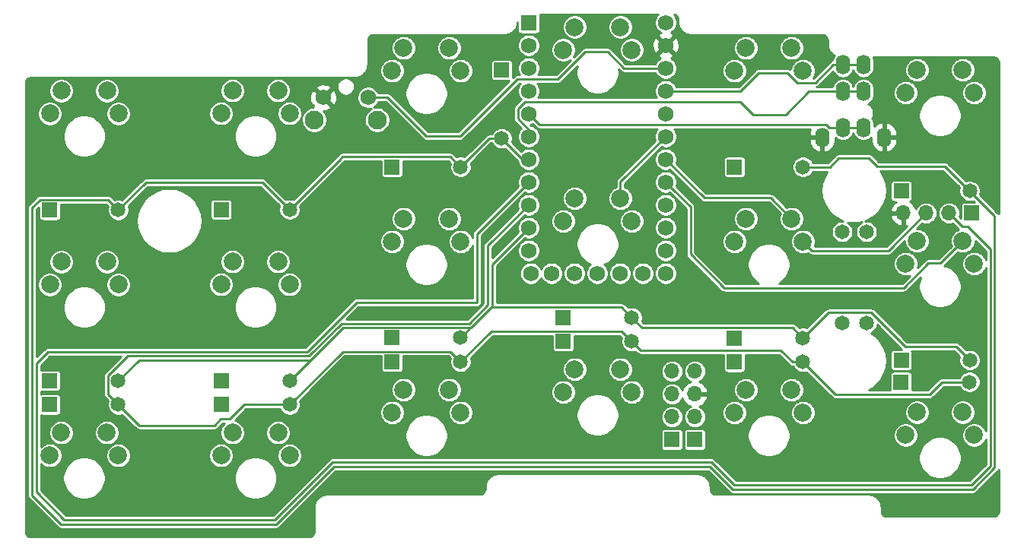
<source format=gbr>
G04 #@! TF.GenerationSoftware,KiCad,Pcbnew,(5.1.0)-1*
G04 #@! TF.CreationDate,2020-10-31T22:30:08+11:00*
G04 #@! TF.ProjectId,oddball,6f646462-616c-46c2-9e6b-696361645f70,rev?*
G04 #@! TF.SameCoordinates,Original*
G04 #@! TF.FileFunction,Copper,L1,Top*
G04 #@! TF.FilePolarity,Positive*
%FSLAX46Y46*%
G04 Gerber Fmt 4.6, Leading zero omitted, Abs format (unit mm)*
G04 Created by KiCad (PCBNEW (5.1.0)-1) date 2020-10-31 22:30:08*
%MOMM*%
%LPD*%
G04 APERTURE LIST*
%ADD10O,1.600000X2.200000*%
%ADD11C,1.651000*%
%ADD12C,2.100000*%
%ADD13C,1.750000*%
%ADD14O,1.700000X1.700000*%
%ADD15R,1.700000X1.700000*%
%ADD16C,2.000000*%
%ADD17R,1.651000X1.651000*%
%ADD18R,1.752600X1.752600*%
%ADD19C,1.752600*%
%ADD20C,0.250000*%
%ADD21C,0.254000*%
G04 APERTURE END LIST*
D10*
X167266000Y-66398000D03*
X167266000Y-63398000D03*
X167266000Y-70398000D03*
X162666000Y-71498000D03*
X169566000Y-71498000D03*
X164966000Y-70398000D03*
X164966000Y-66398000D03*
X164966000Y-63398000D03*
D11*
X167600000Y-92180000D03*
X167600000Y-82020000D03*
X164900000Y-82020000D03*
X164900000Y-92180000D03*
D12*
X106123903Y-69546000D03*
D13*
X107133903Y-67056000D03*
X112133903Y-67056000D03*
D12*
X113133903Y-69546000D03*
D14*
X148480000Y-97550000D03*
X148480000Y-100090000D03*
X148480000Y-102630000D03*
D15*
X148480000Y-105170000D03*
D16*
X135130000Y-59220000D03*
X141480000Y-61760000D03*
X133860000Y-61760000D03*
X140210000Y-59220000D03*
X77990000Y-66300000D03*
X84340000Y-68840000D03*
X76720000Y-68840000D03*
X83070000Y-66300000D03*
D14*
X145940000Y-97550000D03*
X145940000Y-100090000D03*
X145940000Y-102630000D03*
D15*
X145940000Y-105170000D03*
D16*
X116080000Y-80570000D03*
X122430000Y-83110000D03*
X114810000Y-83110000D03*
X121160000Y-80570000D03*
X154180000Y-61540000D03*
X160530000Y-64080000D03*
X152910000Y-64080000D03*
X159260000Y-61540000D03*
D14*
X171680000Y-79930000D03*
X174220000Y-79930000D03*
X176760000Y-79930000D03*
D15*
X179300000Y-79930000D03*
D16*
X97050000Y-85340000D03*
X103400000Y-87880000D03*
X95780000Y-87880000D03*
X102130000Y-85340000D03*
X97050000Y-66290000D03*
X103400000Y-68830000D03*
X95780000Y-68830000D03*
X102130000Y-66290000D03*
X116080000Y-61540000D03*
X122430000Y-64080000D03*
X114810000Y-64080000D03*
X121160000Y-61540000D03*
X173230000Y-63990000D03*
X179580000Y-66530000D03*
X171960000Y-66530000D03*
X178310000Y-63990000D03*
D17*
X171460000Y-77470000D03*
D11*
X179080000Y-77470000D03*
D17*
X133860000Y-91570000D03*
D11*
X141480000Y-91570000D03*
D17*
X152910000Y-93840000D03*
D11*
X160530000Y-93840000D03*
D17*
X171460000Y-96320000D03*
D11*
X179080000Y-96320000D03*
D17*
X114800000Y-93830000D03*
D11*
X122420000Y-93830000D03*
D17*
X114800000Y-74800000D03*
D11*
X122420000Y-74800000D03*
D17*
X76710000Y-98600000D03*
D11*
X84330000Y-98600000D03*
D17*
X95780000Y-98610000D03*
D11*
X103400000Y-98610000D03*
D17*
X76710000Y-79590000D03*
D11*
X84330000Y-79590000D03*
D17*
X152910000Y-74790000D03*
D11*
X160530000Y-74790000D03*
D17*
X127000000Y-64000000D03*
D11*
X127000000Y-71620000D03*
D17*
X95780000Y-79550000D03*
D11*
X103400000Y-79550000D03*
D16*
X173230000Y-102120000D03*
X179580000Y-104660000D03*
X171960000Y-104660000D03*
X178310000Y-102120000D03*
D17*
X95780000Y-101280000D03*
D11*
X103400000Y-101280000D03*
D17*
X76710000Y-101270000D03*
D11*
X84330000Y-101270000D03*
D17*
X114800000Y-96510000D03*
D11*
X122420000Y-96510000D03*
D16*
X135130000Y-97340000D03*
X141480000Y-99880000D03*
X133860000Y-99880000D03*
X140210000Y-97340000D03*
X116080000Y-99620000D03*
X122430000Y-102160000D03*
X114810000Y-102160000D03*
X121160000Y-99620000D03*
X97050000Y-104390000D03*
X103400000Y-106930000D03*
X95780000Y-106930000D03*
X102130000Y-104390000D03*
D17*
X133860000Y-94230000D03*
D11*
X141480000Y-94230000D03*
D16*
X77980000Y-104390000D03*
X84330000Y-106930000D03*
X76710000Y-106930000D03*
X83060000Y-104390000D03*
X154180000Y-80570000D03*
X160530000Y-83110000D03*
X152910000Y-83110000D03*
X159260000Y-80570000D03*
X135130000Y-78300000D03*
X141480000Y-80840000D03*
X133860000Y-80840000D03*
X140210000Y-78300000D03*
X77990000Y-85350000D03*
X84340000Y-87890000D03*
X76720000Y-87890000D03*
X83070000Y-85350000D03*
D17*
X152910000Y-96520000D03*
D11*
X160530000Y-96520000D03*
D16*
X173230000Y-83040000D03*
X179580000Y-85580000D03*
X171960000Y-85580000D03*
X178310000Y-83040000D03*
D17*
X171440000Y-98750000D03*
D11*
X179060000Y-98750000D03*
D16*
X154180000Y-99630000D03*
X160530000Y-102170000D03*
X152910000Y-102170000D03*
X159260000Y-99630000D03*
D18*
X130010000Y-58710000D03*
D19*
X130010000Y-61250000D03*
X130010000Y-63790000D03*
X130010000Y-66330000D03*
X130010000Y-68870000D03*
X130010000Y-71410000D03*
X130010000Y-73950000D03*
X130010000Y-76490000D03*
X130010000Y-79030000D03*
X130010000Y-81570000D03*
X130010000Y-84110000D03*
X145250000Y-86650000D03*
X145250000Y-84110000D03*
X145250000Y-81570000D03*
X145250000Y-79030000D03*
X145250000Y-76490000D03*
X145250000Y-73950000D03*
X145250000Y-71410000D03*
X145250000Y-68870000D03*
X145250000Y-66330000D03*
X145250000Y-63790000D03*
X145250000Y-61250000D03*
X130238600Y-86650000D03*
X145250000Y-58710000D03*
X142710000Y-86650000D03*
X140170000Y-86650000D03*
X137630000Y-86650000D03*
X135090000Y-86650000D03*
X132550000Y-86650000D03*
D20*
X164483999Y-73824999D02*
X167874999Y-73824999D01*
X167874999Y-73824999D02*
X168751010Y-74701010D01*
X74750000Y-79313998D02*
X75624499Y-78439499D01*
X160530000Y-74790000D02*
X163518998Y-74790000D01*
X150200000Y-108200000D02*
X108300000Y-108200000D01*
X83179499Y-78439499D02*
X84330000Y-79590000D01*
X152700000Y-110700000D02*
X150200000Y-108200000D01*
X179449990Y-110700000D02*
X152700000Y-110700000D01*
X77950000Y-114600000D02*
X74750000Y-111400000D01*
X181850000Y-108299990D02*
X179449990Y-110700000D01*
X181850000Y-80240000D02*
X181850000Y-108299990D01*
X176311010Y-74701010D02*
X181850000Y-80240000D01*
X163518998Y-74790000D02*
X164483999Y-73824999D01*
X168751010Y-74701010D02*
X176311010Y-74701010D01*
X101900000Y-114600000D02*
X77950000Y-114600000D01*
X84330000Y-79590000D02*
X87420000Y-76500000D01*
X75624499Y-78439499D02*
X83179499Y-78439499D01*
X127000000Y-71620000D02*
X129330000Y-73950000D01*
X129330000Y-73950000D02*
X130010000Y-73950000D01*
X109000000Y-73950000D02*
X103400000Y-79550000D01*
X122420000Y-74800000D02*
X121269499Y-73649499D01*
X121269499Y-73649499D02*
X109300501Y-73649499D01*
X123910000Y-73310000D02*
X125600000Y-71620000D01*
X122420000Y-74800000D02*
X123910000Y-73310000D01*
X123570501Y-73649499D02*
X123910000Y-73310000D01*
X109300501Y-73649499D02*
X109000000Y-73950000D01*
X87420000Y-76500000D02*
X100350000Y-76500000D01*
X100350000Y-76500000D02*
X102574501Y-78724501D01*
X102574501Y-78724501D02*
X103400000Y-79550000D01*
X125600000Y-71620000D02*
X127000000Y-71620000D01*
X108300000Y-108200000D02*
X101900000Y-114600000D01*
X74750000Y-111400000D02*
X74750000Y-79313998D01*
X125830501Y-90419499D02*
X124025000Y-92225000D01*
X123570501Y-92679499D02*
X109330501Y-92679499D01*
X179580000Y-96320000D02*
X178412567Y-96320000D01*
X124025000Y-92225000D02*
X122420000Y-93830000D01*
X141480000Y-91570000D02*
X142599499Y-92689499D01*
X168122241Y-91009499D02*
X163360501Y-91009499D01*
X140329499Y-90419499D02*
X125919499Y-90419499D01*
X123570501Y-92679499D02*
X124025000Y-92225000D01*
X177560000Y-94800000D02*
X179080000Y-96320000D01*
X175950000Y-94800000D02*
X171912742Y-94800000D01*
X175950000Y-94800000D02*
X177560000Y-94800000D01*
X141480000Y-91570000D02*
X140329499Y-90419499D01*
X125919499Y-85669499D02*
X125919499Y-90419499D01*
X105707313Y-96302687D02*
X86627313Y-96302687D01*
X125919499Y-85660501D02*
X130010000Y-81570000D01*
X86627313Y-96302687D02*
X84330000Y-98600000D01*
X142599499Y-92689499D02*
X159379499Y-92689499D01*
X105707313Y-96302687D02*
X106105000Y-95905000D01*
X106105000Y-95905000D02*
X103400000Y-98610000D01*
X125919499Y-85669499D02*
X125919499Y-85660501D01*
X125919499Y-90419499D02*
X125830501Y-90419499D01*
X109330501Y-92679499D02*
X106105000Y-95905000D01*
X176892567Y-94800000D02*
X175950000Y-94800000D01*
X171912742Y-94800000D02*
X168122241Y-91009499D01*
X160530000Y-93840000D02*
X159379499Y-92689499D01*
X163360501Y-91009499D02*
X160530000Y-93840000D01*
X159362567Y-96520000D02*
X158042567Y-95200000D01*
X142450000Y-95200000D02*
X141480000Y-94230000D01*
X83179499Y-98047759D02*
X85374580Y-95852678D01*
X109320501Y-95359499D02*
X103400000Y-101280000D01*
X109144101Y-92229489D02*
X123384101Y-92229489D01*
X123384101Y-92229489D02*
X125456795Y-90156795D01*
X158042567Y-95200000D02*
X142450000Y-95200000D01*
X141480000Y-94230000D02*
X140329499Y-93079499D01*
X125456795Y-83583205D02*
X125456795Y-84343205D01*
X96760000Y-102840000D02*
X98320000Y-101280000D01*
X85374580Y-95852678D02*
X105520912Y-95852678D01*
X160530000Y-96520000D02*
X159362567Y-96520000D01*
X125456795Y-90156795D02*
X125456795Y-84343205D01*
X130010000Y-79030000D02*
X125456795Y-83583205D01*
X84330000Y-101270000D02*
X83179499Y-100119499D01*
X105520912Y-95852678D02*
X109144101Y-92229489D01*
X174589499Y-100160501D02*
X176000000Y-98750000D01*
X140329499Y-93079499D02*
X125850501Y-93079499D01*
X86657313Y-103597313D02*
X95002687Y-103597313D01*
X95760000Y-102840000D02*
X96760000Y-102840000D01*
X84330000Y-101270000D02*
X86657313Y-103597313D01*
X95002687Y-103597313D02*
X95760000Y-102840000D01*
X98320000Y-101280000D02*
X103400000Y-101280000D01*
X83179499Y-100119499D02*
X83179499Y-98047759D01*
X125850501Y-93079499D02*
X122420000Y-96510000D01*
X164170501Y-100160501D02*
X174589499Y-100160501D01*
X122420000Y-96510000D02*
X121269499Y-95359499D01*
X160530000Y-96520000D02*
X164170501Y-100160501D01*
X176000000Y-98750000D02*
X179060000Y-98750000D01*
X121269499Y-95359499D02*
X109320501Y-95359499D01*
X124250000Y-89893215D02*
X124250000Y-82250000D01*
X76497333Y-95402667D02*
X105334513Y-95402667D01*
X101763590Y-114100000D02*
X78300000Y-114100000D01*
X75200011Y-111000011D02*
X75200011Y-96699989D01*
X178850000Y-81450000D02*
X181399989Y-83999989D01*
X108187221Y-107676369D02*
X101763590Y-114100000D01*
X178280000Y-81450000D02*
X178850000Y-81450000D01*
X78300000Y-114100000D02*
X75200011Y-111000011D01*
X124250000Y-82250000D02*
X130010000Y-76490000D01*
X150312779Y-107676369D02*
X108187221Y-107676369D01*
X179250011Y-110249989D02*
X152886399Y-110249989D01*
X75200011Y-96699989D02*
X76497333Y-95402667D01*
X176760000Y-79930000D02*
X178280000Y-81450000D01*
X152886399Y-110249989D02*
X150312779Y-107676369D01*
X181399989Y-83999989D02*
X181399989Y-108100011D01*
X181399989Y-108100011D02*
X179250011Y-110249989D01*
X110843965Y-89893215D02*
X124250000Y-89893215D01*
X105334513Y-95402667D02*
X110843965Y-89893215D01*
X146126299Y-77366299D02*
X145250000Y-76490000D01*
X178310000Y-83040000D02*
X175850000Y-85500000D01*
X148000000Y-84500000D02*
X148000000Y-79240000D01*
X174500000Y-85500000D02*
X171750000Y-88250000D01*
X151750000Y-88250000D02*
X148000000Y-84500000D01*
X175850000Y-85500000D02*
X174500000Y-85500000D01*
X171750000Y-88250000D02*
X151750000Y-88250000D01*
X148000000Y-79240000D02*
X146126299Y-77366299D01*
X161529999Y-84109999D02*
X160530000Y-83110000D01*
X159260000Y-80570000D02*
X156940000Y-78250000D01*
X174220000Y-79930000D02*
X170040001Y-84109999D01*
X149550000Y-78250000D02*
X145250000Y-73950000D01*
X170040001Y-84109999D02*
X161529999Y-84109999D01*
X156940000Y-78250000D02*
X149550000Y-78250000D01*
X153531301Y-67531301D02*
X155000000Y-69000000D01*
X129570773Y-67531301D02*
X153531301Y-67531301D01*
X128808699Y-68293375D02*
X129570773Y-67531301D01*
X128808699Y-69446625D02*
X128808699Y-68293375D01*
X130010000Y-71410000D02*
X130010000Y-70647926D01*
X130010000Y-70647926D02*
X128808699Y-69446625D01*
X157646000Y-69000000D02*
X158584000Y-69000000D01*
X157646000Y-69000000D02*
X158250000Y-69000000D01*
X155000000Y-69000000D02*
X157646000Y-69000000D01*
X161186000Y-66398000D02*
X164966000Y-66398000D01*
X158584000Y-69000000D02*
X161186000Y-66398000D01*
X164966000Y-66398000D02*
X167266000Y-66398000D01*
X145250000Y-66330000D02*
X153578026Y-66330000D01*
X153578026Y-66330000D02*
X155606927Y-64301099D01*
X155606927Y-64301099D02*
X156249099Y-64301099D01*
X158790097Y-64301099D02*
X156249099Y-64301099D01*
X159893999Y-65405001D02*
X158790097Y-64301099D01*
X161908999Y-65405001D02*
X159893999Y-65405001D01*
X163916000Y-63398000D02*
X161908999Y-65405001D01*
X164966000Y-63398000D02*
X163916000Y-63398000D01*
X164966000Y-63398000D02*
X167266000Y-63398000D01*
X130010000Y-68870000D02*
X131211301Y-70071301D01*
X163130305Y-70071301D02*
X161068699Y-70071301D01*
X163457004Y-70398000D02*
X163130305Y-70071301D01*
X164966000Y-70398000D02*
X163457004Y-70398000D01*
X131211301Y-70071301D02*
X161068699Y-70071301D01*
X161068699Y-70071301D02*
X161811301Y-70071301D01*
X164966000Y-70398000D02*
X167266000Y-70398000D01*
X140720000Y-58710000D02*
X140210000Y-59220000D01*
X140210000Y-78300000D02*
X140210000Y-76450000D01*
X140210000Y-76450000D02*
X145250000Y-71410000D01*
X133258699Y-64991301D02*
X128758699Y-64991301D01*
X138783073Y-61981099D02*
X136268901Y-61981099D01*
X136268901Y-61981099D02*
X133258699Y-64991301D01*
X145250000Y-63790000D02*
X140591974Y-63790000D01*
X128758699Y-64991301D02*
X122375000Y-71375000D01*
X140591974Y-63790000D02*
X138783073Y-61981099D01*
X114300000Y-67056000D02*
X112133903Y-67056000D01*
X118619000Y-71375000D02*
X114300000Y-67056000D01*
X118619000Y-71375000D02*
X122375000Y-71375000D01*
D21*
G36*
X144273391Y-57908518D02*
G01*
X144135795Y-58114445D01*
X144041017Y-58343259D01*
X143992700Y-58586167D01*
X143992700Y-58833833D01*
X144041017Y-59076741D01*
X144135795Y-59305555D01*
X144273391Y-59511482D01*
X144448518Y-59686609D01*
X144654445Y-59824205D01*
X144697859Y-59842188D01*
X144607073Y-59874198D01*
X144463254Y-59951071D01*
X144382437Y-60202831D01*
X145250000Y-61070395D01*
X146117563Y-60202831D01*
X146036746Y-59951071D01*
X145805959Y-59840606D01*
X145845555Y-59824205D01*
X146051482Y-59686609D01*
X146226609Y-59511482D01*
X146364205Y-59305555D01*
X146458983Y-59076741D01*
X146507300Y-58833833D01*
X146507300Y-58586167D01*
X146458983Y-58343259D01*
X146364205Y-58114445D01*
X146226609Y-57908518D01*
X146142268Y-57824177D01*
X146233507Y-57838645D01*
X146376580Y-57911516D01*
X146489985Y-58024921D01*
X146562855Y-58167992D01*
X146594000Y-58364396D01*
X146594000Y-58579370D01*
X146592049Y-58593463D01*
X146594000Y-58626620D01*
X146594000Y-58636125D01*
X146595389Y-58650231D01*
X146596220Y-58664348D01*
X146597702Y-58673714D01*
X146600960Y-58706791D01*
X146605093Y-58720415D01*
X146642162Y-58954656D01*
X146642068Y-58959482D01*
X146649560Y-59001404D01*
X146652506Y-59020019D01*
X146653716Y-59024659D01*
X146658737Y-59052753D01*
X146665645Y-59070396D01*
X146670426Y-59088728D01*
X146682874Y-59114401D01*
X146684625Y-59118873D01*
X146693197Y-59135692D01*
X146711764Y-59173984D01*
X146714674Y-59177830D01*
X146818092Y-59380734D01*
X146819465Y-59385261D01*
X146839578Y-59422890D01*
X146848183Y-59439773D01*
X146850719Y-59443734D01*
X146864129Y-59468822D01*
X146876207Y-59483539D01*
X146886473Y-59499572D01*
X146906191Y-59520075D01*
X146909176Y-59523712D01*
X146922578Y-59537114D01*
X146952151Y-59567864D01*
X146956033Y-59570569D01*
X147116931Y-59731467D01*
X147119636Y-59735349D01*
X147150386Y-59764922D01*
X147163788Y-59778324D01*
X147167425Y-59781309D01*
X147187928Y-59801027D01*
X147203961Y-59811293D01*
X147218678Y-59823371D01*
X147243768Y-59836782D01*
X147247727Y-59839317D01*
X147264600Y-59847917D01*
X147302238Y-59868035D01*
X147306767Y-59869409D01*
X147509672Y-59972827D01*
X147513516Y-59975736D01*
X147551789Y-59994293D01*
X147568626Y-60002875D01*
X147573104Y-60004628D01*
X147598772Y-60017074D01*
X147617095Y-60021853D01*
X147634746Y-60028764D01*
X147662852Y-60033787D01*
X147667481Y-60034994D01*
X147686066Y-60037935D01*
X147728017Y-60045432D01*
X147732844Y-60045338D01*
X147967084Y-60082407D01*
X147980708Y-60086540D01*
X148013785Y-60089798D01*
X148023151Y-60091280D01*
X148037268Y-60092111D01*
X148051374Y-60093500D01*
X148060879Y-60093500D01*
X148094036Y-60095451D01*
X148108129Y-60093500D01*
X162687103Y-60093500D01*
X162883509Y-60124646D01*
X163026578Y-60197514D01*
X163140035Y-60310972D01*
X163212931Y-60453992D01*
X163244001Y-60650324D01*
X163244000Y-61055947D01*
X163242043Y-61070116D01*
X163244000Y-61103200D01*
X163244000Y-61112625D01*
X163245396Y-61126799D01*
X163246236Y-61140999D01*
X163247710Y-61150296D01*
X163250960Y-61183291D01*
X163255114Y-61196986D01*
X163292250Y-61431165D01*
X163292157Y-61435845D01*
X163299665Y-61477926D01*
X163302637Y-61496668D01*
X163303811Y-61501163D01*
X163308799Y-61529121D01*
X163315756Y-61546905D01*
X163320579Y-61565372D01*
X163332973Y-61590912D01*
X163334669Y-61595248D01*
X163343302Y-61612197D01*
X163361944Y-61650614D01*
X163364767Y-61654342D01*
X163468072Y-61857169D01*
X163469465Y-61861761D01*
X163489540Y-61899318D01*
X163498114Y-61916153D01*
X163500687Y-61920175D01*
X163514129Y-61945322D01*
X163526166Y-61959989D01*
X163536388Y-61975963D01*
X163556143Y-61996516D01*
X163559176Y-62000212D01*
X163572546Y-62013582D01*
X163602046Y-62044274D01*
X163605983Y-62047019D01*
X163766931Y-62207967D01*
X163769636Y-62211849D01*
X163800386Y-62241422D01*
X163813788Y-62254824D01*
X163817425Y-62257809D01*
X163837928Y-62277527D01*
X163853961Y-62287793D01*
X163868678Y-62299871D01*
X163893768Y-62313282D01*
X163897727Y-62315817D01*
X163914600Y-62324417D01*
X163952238Y-62344535D01*
X163956767Y-62345909D01*
X164026334Y-62381366D01*
X163979283Y-62438698D01*
X163869619Y-62643865D01*
X163802088Y-62866485D01*
X163798301Y-62904936D01*
X163721425Y-62928255D01*
X163633521Y-62975241D01*
X163556473Y-63038473D01*
X163540628Y-63057780D01*
X161699408Y-64899001D01*
X161643676Y-64899001D01*
X161753826Y-64734149D01*
X161857929Y-64482823D01*
X161911000Y-64216017D01*
X161911000Y-63943983D01*
X161857929Y-63677177D01*
X161753826Y-63425851D01*
X161602693Y-63199664D01*
X161410336Y-63007307D01*
X161184149Y-62856174D01*
X160932823Y-62752071D01*
X160666017Y-62699000D01*
X160393983Y-62699000D01*
X160127177Y-62752071D01*
X159875851Y-62856174D01*
X159649664Y-63007307D01*
X159457307Y-63199664D01*
X159306174Y-63425851D01*
X159202071Y-63677177D01*
X159149500Y-63941470D01*
X159072576Y-63878340D01*
X158984672Y-63831354D01*
X158889290Y-63802421D01*
X158814951Y-63795099D01*
X158814943Y-63795099D01*
X158790097Y-63792652D01*
X158765251Y-63795099D01*
X155631772Y-63795099D01*
X155606926Y-63792652D01*
X155582080Y-63795099D01*
X155582073Y-63795099D01*
X155517621Y-63801447D01*
X155507733Y-63802421D01*
X155485534Y-63809155D01*
X155412352Y-63831354D01*
X155324448Y-63878340D01*
X155247400Y-63941572D01*
X155231555Y-63960879D01*
X153368435Y-65824000D01*
X146401300Y-65824000D01*
X146364205Y-65734445D01*
X146226609Y-65528518D01*
X146051482Y-65353391D01*
X145845555Y-65215795D01*
X145616741Y-65121017D01*
X145373833Y-65072700D01*
X145126167Y-65072700D01*
X144883259Y-65121017D01*
X144654445Y-65215795D01*
X144448518Y-65353391D01*
X144273391Y-65528518D01*
X144135795Y-65734445D01*
X144041017Y-65963259D01*
X143992700Y-66206167D01*
X143992700Y-66453833D01*
X144041017Y-66696741D01*
X144135795Y-66925555D01*
X144202443Y-67025301D01*
X131057557Y-67025301D01*
X131124205Y-66925555D01*
X131218983Y-66696741D01*
X131267300Y-66453833D01*
X131267300Y-66206167D01*
X131218983Y-65963259D01*
X131124205Y-65734445D01*
X130986609Y-65528518D01*
X130955392Y-65497301D01*
X133233853Y-65497301D01*
X133258699Y-65499748D01*
X133283545Y-65497301D01*
X133283553Y-65497301D01*
X133357892Y-65489979D01*
X133453274Y-65461046D01*
X133541178Y-65414060D01*
X133618226Y-65350828D01*
X133634075Y-65331516D01*
X135406194Y-63559397D01*
X135386366Y-63607267D01*
X135295100Y-64066093D01*
X135295100Y-64533907D01*
X135386366Y-64992733D01*
X135565391Y-65424937D01*
X135825295Y-65813910D01*
X136156090Y-66144705D01*
X136545063Y-66404609D01*
X136977267Y-66583634D01*
X137436093Y-66674900D01*
X137903907Y-66674900D01*
X138362733Y-66583634D01*
X138794937Y-66404609D01*
X139183910Y-66144705D01*
X139514705Y-65813910D01*
X139774609Y-65424937D01*
X139953634Y-64992733D01*
X140044900Y-64533907D01*
X140044900Y-64066093D01*
X140018189Y-63931807D01*
X140216602Y-64130220D01*
X140232447Y-64149527D01*
X140309495Y-64212759D01*
X140397399Y-64259745D01*
X140466507Y-64280708D01*
X140492780Y-64288678D01*
X140502668Y-64289652D01*
X140567120Y-64296000D01*
X140567127Y-64296000D01*
X140591973Y-64298447D01*
X140616819Y-64296000D01*
X144098700Y-64296000D01*
X144135795Y-64385555D01*
X144273391Y-64591482D01*
X144448518Y-64766609D01*
X144654445Y-64904205D01*
X144883259Y-64998983D01*
X145126167Y-65047300D01*
X145373833Y-65047300D01*
X145616741Y-64998983D01*
X145845555Y-64904205D01*
X146051482Y-64766609D01*
X146226609Y-64591482D01*
X146364205Y-64385555D01*
X146458983Y-64156741D01*
X146501302Y-63943983D01*
X151529000Y-63943983D01*
X151529000Y-64216017D01*
X151582071Y-64482823D01*
X151686174Y-64734149D01*
X151837307Y-64960336D01*
X152029664Y-65152693D01*
X152255851Y-65303826D01*
X152507177Y-65407929D01*
X152773983Y-65461000D01*
X153046017Y-65461000D01*
X153312823Y-65407929D01*
X153564149Y-65303826D01*
X153790336Y-65152693D01*
X153982693Y-64960336D01*
X154133826Y-64734149D01*
X154237929Y-64482823D01*
X154291000Y-64216017D01*
X154291000Y-63943983D01*
X154237929Y-63677177D01*
X154133826Y-63425851D01*
X153982693Y-63199664D01*
X153790336Y-63007307D01*
X153564149Y-62856174D01*
X153312823Y-62752071D01*
X153046017Y-62699000D01*
X152773983Y-62699000D01*
X152507177Y-62752071D01*
X152255851Y-62856174D01*
X152029664Y-63007307D01*
X151837307Y-63199664D01*
X151686174Y-63425851D01*
X151582071Y-63677177D01*
X151529000Y-63943983D01*
X146501302Y-63943983D01*
X146507300Y-63913833D01*
X146507300Y-63666167D01*
X146458983Y-63423259D01*
X146364205Y-63194445D01*
X146226609Y-62988518D01*
X146051482Y-62813391D01*
X145845555Y-62675795D01*
X145802141Y-62657812D01*
X145892927Y-62625802D01*
X146036746Y-62548929D01*
X146117563Y-62297169D01*
X145250000Y-61429605D01*
X144382437Y-62297169D01*
X144463254Y-62548929D01*
X144694041Y-62659394D01*
X144654445Y-62675795D01*
X144448518Y-62813391D01*
X144273391Y-62988518D01*
X144135795Y-63194445D01*
X144098700Y-63284000D01*
X140801566Y-63284000D01*
X139158449Y-61640884D01*
X139144579Y-61623983D01*
X140099000Y-61623983D01*
X140099000Y-61896017D01*
X140152071Y-62162823D01*
X140256174Y-62414149D01*
X140407307Y-62640336D01*
X140599664Y-62832693D01*
X140825851Y-62983826D01*
X141077177Y-63087929D01*
X141343983Y-63141000D01*
X141616017Y-63141000D01*
X141882823Y-63087929D01*
X142134149Y-62983826D01*
X142360336Y-62832693D01*
X142552693Y-62640336D01*
X142703826Y-62414149D01*
X142807929Y-62162823D01*
X142861000Y-61896017D01*
X142861000Y-61623983D01*
X142807929Y-61357177D01*
X142791491Y-61317491D01*
X143732887Y-61317491D01*
X143775204Y-61612167D01*
X143874198Y-61892927D01*
X143951071Y-62036746D01*
X144202831Y-62117563D01*
X145070395Y-61250000D01*
X145429605Y-61250000D01*
X146297169Y-62117563D01*
X146548929Y-62036746D01*
X146677457Y-61768221D01*
X146751129Y-61479781D01*
X146755204Y-61403983D01*
X152799000Y-61403983D01*
X152799000Y-61676017D01*
X152852071Y-61942823D01*
X152956174Y-62194149D01*
X153107307Y-62420336D01*
X153299664Y-62612693D01*
X153525851Y-62763826D01*
X153777177Y-62867929D01*
X154043983Y-62921000D01*
X154316017Y-62921000D01*
X154582823Y-62867929D01*
X154834149Y-62763826D01*
X155060336Y-62612693D01*
X155252693Y-62420336D01*
X155403826Y-62194149D01*
X155507929Y-61942823D01*
X155561000Y-61676017D01*
X155561000Y-61403983D01*
X157879000Y-61403983D01*
X157879000Y-61676017D01*
X157932071Y-61942823D01*
X158036174Y-62194149D01*
X158187307Y-62420336D01*
X158379664Y-62612693D01*
X158605851Y-62763826D01*
X158857177Y-62867929D01*
X159123983Y-62921000D01*
X159396017Y-62921000D01*
X159662823Y-62867929D01*
X159914149Y-62763826D01*
X160140336Y-62612693D01*
X160332693Y-62420336D01*
X160483826Y-62194149D01*
X160587929Y-61942823D01*
X160641000Y-61676017D01*
X160641000Y-61403983D01*
X160587929Y-61137177D01*
X160483826Y-60885851D01*
X160332693Y-60659664D01*
X160140336Y-60467307D01*
X159914149Y-60316174D01*
X159662823Y-60212071D01*
X159396017Y-60159000D01*
X159123983Y-60159000D01*
X158857177Y-60212071D01*
X158605851Y-60316174D01*
X158379664Y-60467307D01*
X158187307Y-60659664D01*
X158036174Y-60885851D01*
X157932071Y-61137177D01*
X157879000Y-61403983D01*
X155561000Y-61403983D01*
X155507929Y-61137177D01*
X155403826Y-60885851D01*
X155252693Y-60659664D01*
X155060336Y-60467307D01*
X154834149Y-60316174D01*
X154582823Y-60212071D01*
X154316017Y-60159000D01*
X154043983Y-60159000D01*
X153777177Y-60212071D01*
X153525851Y-60316174D01*
X153299664Y-60467307D01*
X153107307Y-60659664D01*
X152956174Y-60885851D01*
X152852071Y-61137177D01*
X152799000Y-61403983D01*
X146755204Y-61403983D01*
X146767113Y-61182509D01*
X146724796Y-60887833D01*
X146625802Y-60607073D01*
X146548929Y-60463254D01*
X146297169Y-60382437D01*
X145429605Y-61250000D01*
X145070395Y-61250000D01*
X144202831Y-60382437D01*
X143951071Y-60463254D01*
X143822543Y-60731779D01*
X143748871Y-61020219D01*
X143732887Y-61317491D01*
X142791491Y-61317491D01*
X142703826Y-61105851D01*
X142552693Y-60879664D01*
X142360336Y-60687307D01*
X142134149Y-60536174D01*
X141882823Y-60432071D01*
X141616017Y-60379000D01*
X141343983Y-60379000D01*
X141077177Y-60432071D01*
X140825851Y-60536174D01*
X140599664Y-60687307D01*
X140407307Y-60879664D01*
X140256174Y-61105851D01*
X140152071Y-61357177D01*
X140099000Y-61623983D01*
X139144579Y-61623983D01*
X139142600Y-61621572D01*
X139065552Y-61558340D01*
X138977648Y-61511354D01*
X138882266Y-61482421D01*
X138807927Y-61475099D01*
X138807919Y-61475099D01*
X138783073Y-61472652D01*
X138758227Y-61475099D01*
X136293746Y-61475099D01*
X136268900Y-61472652D01*
X136244054Y-61475099D01*
X136244047Y-61475099D01*
X136179595Y-61481447D01*
X136169707Y-61482421D01*
X136147508Y-61489155D01*
X136074326Y-61511354D01*
X135986422Y-61558340D01*
X135909374Y-61621572D01*
X135893529Y-61640879D01*
X135010462Y-62523946D01*
X135083826Y-62414149D01*
X135187929Y-62162823D01*
X135241000Y-61896017D01*
X135241000Y-61623983D01*
X135187929Y-61357177D01*
X135083826Y-61105851D01*
X134932693Y-60879664D01*
X134740336Y-60687307D01*
X134514149Y-60536174D01*
X134262823Y-60432071D01*
X133996017Y-60379000D01*
X133723983Y-60379000D01*
X133457177Y-60432071D01*
X133205851Y-60536174D01*
X132979664Y-60687307D01*
X132787307Y-60879664D01*
X132636174Y-61105851D01*
X132532071Y-61357177D01*
X132479000Y-61623983D01*
X132479000Y-61896017D01*
X132532071Y-62162823D01*
X132636174Y-62414149D01*
X132787307Y-62640336D01*
X132979664Y-62832693D01*
X133205851Y-62983826D01*
X133457177Y-63087929D01*
X133723983Y-63141000D01*
X133996017Y-63141000D01*
X134262823Y-63087929D01*
X134514149Y-62983826D01*
X134623947Y-62910462D01*
X133049108Y-64485301D01*
X131057557Y-64485301D01*
X131124205Y-64385555D01*
X131218983Y-64156741D01*
X131267300Y-63913833D01*
X131267300Y-63666167D01*
X131218983Y-63423259D01*
X131124205Y-63194445D01*
X130986609Y-62988518D01*
X130811482Y-62813391D01*
X130605555Y-62675795D01*
X130376741Y-62581017D01*
X130133833Y-62532700D01*
X129886167Y-62532700D01*
X129643259Y-62581017D01*
X129414445Y-62675795D01*
X129208518Y-62813391D01*
X129033391Y-62988518D01*
X128895795Y-63194445D01*
X128801017Y-63423259D01*
X128752700Y-63666167D01*
X128752700Y-63913833D01*
X128801017Y-64156741D01*
X128895795Y-64385555D01*
X128962443Y-64485301D01*
X128783553Y-64485301D01*
X128758699Y-64482853D01*
X128733845Y-64485301D01*
X128659506Y-64492623D01*
X128564124Y-64521556D01*
X128476220Y-64568542D01*
X128399172Y-64631774D01*
X128383328Y-64651080D01*
X128208281Y-64826127D01*
X128208343Y-64825500D01*
X128208343Y-63174500D01*
X128200987Y-63099811D01*
X128179201Y-63027992D01*
X128143822Y-62961804D01*
X128096211Y-62903789D01*
X128038196Y-62856178D01*
X127972008Y-62820799D01*
X127900189Y-62799013D01*
X127825500Y-62791657D01*
X126174500Y-62791657D01*
X126099811Y-62799013D01*
X126027992Y-62820799D01*
X125961804Y-62856178D01*
X125903789Y-62903789D01*
X125856178Y-62961804D01*
X125820799Y-63027992D01*
X125799013Y-63099811D01*
X125791657Y-63174500D01*
X125791657Y-64825500D01*
X125799013Y-64900189D01*
X125820799Y-64972008D01*
X125856178Y-65038196D01*
X125903789Y-65096211D01*
X125961804Y-65143822D01*
X126027992Y-65179201D01*
X126099811Y-65200987D01*
X126174500Y-65208343D01*
X127825500Y-65208343D01*
X127826127Y-65208281D01*
X122165409Y-70869000D01*
X118828592Y-70869000D01*
X114675376Y-66715785D01*
X114659527Y-66696473D01*
X114582479Y-66633241D01*
X114494575Y-66586255D01*
X114399193Y-66557322D01*
X114324854Y-66550000D01*
X114324846Y-66550000D01*
X114300000Y-66547553D01*
X114275154Y-66550000D01*
X113283795Y-66550000D01*
X113246956Y-66461061D01*
X113196864Y-66386093D01*
X116245100Y-66386093D01*
X116245100Y-66853907D01*
X116336366Y-67312733D01*
X116515391Y-67744937D01*
X116775295Y-68133910D01*
X117106090Y-68464705D01*
X117495063Y-68724609D01*
X117927267Y-68903634D01*
X118386093Y-68994900D01*
X118853907Y-68994900D01*
X119312733Y-68903634D01*
X119744937Y-68724609D01*
X120133910Y-68464705D01*
X120464705Y-68133910D01*
X120724609Y-67744937D01*
X120903634Y-67312733D01*
X120994900Y-66853907D01*
X120994900Y-66386093D01*
X120903634Y-65927267D01*
X120724609Y-65495063D01*
X120464705Y-65106090D01*
X120133910Y-64775295D01*
X119744937Y-64515391D01*
X119312733Y-64336366D01*
X118853907Y-64245100D01*
X118386093Y-64245100D01*
X117927267Y-64336366D01*
X117495063Y-64515391D01*
X117106090Y-64775295D01*
X116775295Y-65106090D01*
X116515391Y-65495063D01*
X116336366Y-65927267D01*
X116245100Y-66386093D01*
X113196864Y-66386093D01*
X113109502Y-66255347D01*
X112934556Y-66080401D01*
X112728842Y-65942947D01*
X112500265Y-65848268D01*
X112257608Y-65800000D01*
X112010198Y-65800000D01*
X111767541Y-65848268D01*
X111538964Y-65942947D01*
X111333250Y-66080401D01*
X111158304Y-66255347D01*
X111020850Y-66461061D01*
X110926171Y-66689638D01*
X110877903Y-66932295D01*
X110877903Y-67179705D01*
X110926171Y-67422362D01*
X111020850Y-67650939D01*
X111158304Y-67856653D01*
X111333250Y-68031599D01*
X111538964Y-68169053D01*
X111767541Y-68263732D01*
X112010198Y-68312000D01*
X112257608Y-68312000D01*
X112480878Y-68267588D01*
X112456070Y-68277864D01*
X112221694Y-68434470D01*
X112022373Y-68633791D01*
X111865767Y-68868167D01*
X111757896Y-69128593D01*
X111702903Y-69405059D01*
X111702903Y-69686941D01*
X111757896Y-69963407D01*
X111865767Y-70223833D01*
X112022373Y-70458209D01*
X112221694Y-70657530D01*
X112456070Y-70814136D01*
X112716496Y-70922007D01*
X112992962Y-70977000D01*
X113274844Y-70977000D01*
X113551310Y-70922007D01*
X113811736Y-70814136D01*
X114046112Y-70657530D01*
X114245433Y-70458209D01*
X114402039Y-70223833D01*
X114509910Y-69963407D01*
X114564903Y-69686941D01*
X114564903Y-69405059D01*
X114509910Y-69128593D01*
X114402039Y-68868167D01*
X114245433Y-68633791D01*
X114046112Y-68434470D01*
X113811736Y-68277864D01*
X113551310Y-68169993D01*
X113274844Y-68115000D01*
X112992962Y-68115000D01*
X112732072Y-68166895D01*
X112934556Y-68031599D01*
X113109502Y-67856653D01*
X113246956Y-67650939D01*
X113283795Y-67562000D01*
X114090409Y-67562000D01*
X118243628Y-71715220D01*
X118259473Y-71734527D01*
X118336521Y-71797759D01*
X118424425Y-71844745D01*
X118481019Y-71861912D01*
X118519806Y-71873678D01*
X118529694Y-71874652D01*
X118594146Y-71881000D01*
X118594153Y-71881000D01*
X118618999Y-71883447D01*
X118643845Y-71881000D01*
X122350154Y-71881000D01*
X122375000Y-71883447D01*
X122399846Y-71881000D01*
X122399854Y-71881000D01*
X122474193Y-71873678D01*
X122569575Y-71844745D01*
X122657479Y-71797759D01*
X122734527Y-71734527D01*
X122750376Y-71715215D01*
X128968291Y-65497301D01*
X129064608Y-65497301D01*
X129033391Y-65528518D01*
X128895795Y-65734445D01*
X128801017Y-65963259D01*
X128752700Y-66206167D01*
X128752700Y-66453833D01*
X128801017Y-66696741D01*
X128895795Y-66925555D01*
X129033391Y-67131482D01*
X129144196Y-67242287D01*
X128468479Y-67918004D01*
X128449173Y-67933848D01*
X128385941Y-68010896D01*
X128375741Y-68029979D01*
X128338954Y-68098801D01*
X128310021Y-68194183D01*
X128300252Y-68293375D01*
X128302700Y-68318231D01*
X128302699Y-69421778D01*
X128300252Y-69446625D01*
X128302699Y-69471471D01*
X128302699Y-69471478D01*
X128310021Y-69545817D01*
X128338954Y-69641199D01*
X128385940Y-69729104D01*
X128449172Y-69806152D01*
X128468484Y-69822001D01*
X129144196Y-70497713D01*
X129033391Y-70608518D01*
X128895795Y-70814445D01*
X128801017Y-71043259D01*
X128752700Y-71286167D01*
X128752700Y-71533833D01*
X128801017Y-71776741D01*
X128895795Y-72005555D01*
X129033391Y-72211482D01*
X129208518Y-72386609D01*
X129414445Y-72524205D01*
X129643259Y-72618983D01*
X129886167Y-72667300D01*
X130133833Y-72667300D01*
X130376741Y-72618983D01*
X130605555Y-72524205D01*
X130811482Y-72386609D01*
X130986609Y-72211482D01*
X131124205Y-72005555D01*
X131218983Y-71776741D01*
X131267300Y-71533833D01*
X131267300Y-71286167D01*
X131218983Y-71043259D01*
X131124205Y-70814445D01*
X130986609Y-70608518D01*
X130811482Y-70433391D01*
X130605555Y-70295795D01*
X130376741Y-70201017D01*
X130254335Y-70176669D01*
X130193164Y-70115498D01*
X130376741Y-70078983D01*
X130466296Y-70041888D01*
X130835929Y-70411521D01*
X130851774Y-70430828D01*
X130928822Y-70494060D01*
X130998899Y-70531517D01*
X131016726Y-70541046D01*
X131112107Y-70569979D01*
X131121995Y-70570953D01*
X131186447Y-70577301D01*
X131186454Y-70577301D01*
X131211300Y-70579748D01*
X131236146Y-70577301D01*
X144304608Y-70577301D01*
X144273391Y-70608518D01*
X144135795Y-70814445D01*
X144041017Y-71043259D01*
X143992700Y-71286167D01*
X143992700Y-71533833D01*
X144041017Y-71776741D01*
X144078112Y-71866296D01*
X139869781Y-76074628D01*
X139850474Y-76090473D01*
X139787242Y-76167521D01*
X139765861Y-76207522D01*
X139740255Y-76255426D01*
X139711322Y-76350808D01*
X139701553Y-76450000D01*
X139704001Y-76474856D01*
X139704001Y-77014808D01*
X139555851Y-77076174D01*
X139329664Y-77227307D01*
X139137307Y-77419664D01*
X138986174Y-77645851D01*
X138882071Y-77897177D01*
X138829000Y-78163983D01*
X138829000Y-78436017D01*
X138882071Y-78702823D01*
X138986174Y-78954149D01*
X139137307Y-79180336D01*
X139329664Y-79372693D01*
X139555851Y-79523826D01*
X139807177Y-79627929D01*
X140073983Y-79681000D01*
X140346017Y-79681000D01*
X140612823Y-79627929D01*
X140864149Y-79523826D01*
X141090336Y-79372693D01*
X141282693Y-79180336D01*
X141433826Y-78954149D01*
X141453700Y-78906167D01*
X143992700Y-78906167D01*
X143992700Y-79153833D01*
X144041017Y-79396741D01*
X144135795Y-79625555D01*
X144273391Y-79831482D01*
X144448518Y-80006609D01*
X144654445Y-80144205D01*
X144883259Y-80238983D01*
X145126167Y-80287300D01*
X145373833Y-80287300D01*
X145616741Y-80238983D01*
X145845555Y-80144205D01*
X146051482Y-80006609D01*
X146226609Y-79831482D01*
X146364205Y-79625555D01*
X146458983Y-79396741D01*
X146507300Y-79153833D01*
X146507300Y-78906167D01*
X146458983Y-78663259D01*
X146364205Y-78434445D01*
X146226609Y-78228518D01*
X146051482Y-78053391D01*
X145845555Y-77915795D01*
X145616741Y-77821017D01*
X145373833Y-77772700D01*
X145126167Y-77772700D01*
X144883259Y-77821017D01*
X144654445Y-77915795D01*
X144448518Y-78053391D01*
X144273391Y-78228518D01*
X144135795Y-78434445D01*
X144041017Y-78663259D01*
X143992700Y-78906167D01*
X141453700Y-78906167D01*
X141537929Y-78702823D01*
X141591000Y-78436017D01*
X141591000Y-78163983D01*
X141537929Y-77897177D01*
X141433826Y-77645851D01*
X141282693Y-77419664D01*
X141090336Y-77227307D01*
X140864149Y-77076174D01*
X140716000Y-77014808D01*
X140716000Y-76659591D01*
X143549424Y-73826167D01*
X143992700Y-73826167D01*
X143992700Y-74073833D01*
X144041017Y-74316741D01*
X144135795Y-74545555D01*
X144273391Y-74751482D01*
X144448518Y-74926609D01*
X144654445Y-75064205D01*
X144883259Y-75158983D01*
X145126167Y-75207300D01*
X145373833Y-75207300D01*
X145616741Y-75158983D01*
X145706297Y-75121888D01*
X149174628Y-78590220D01*
X149190473Y-78609527D01*
X149267521Y-78672759D01*
X149355425Y-78719745D01*
X149426557Y-78741322D01*
X149450806Y-78748678D01*
X149460694Y-78749652D01*
X149525146Y-78756000D01*
X149525153Y-78756000D01*
X149549999Y-78758447D01*
X149574845Y-78756000D01*
X156730409Y-78756000D01*
X157993436Y-80019028D01*
X157932071Y-80167177D01*
X157879000Y-80433983D01*
X157879000Y-80706017D01*
X157932071Y-80972823D01*
X158036174Y-81224149D01*
X158187307Y-81450336D01*
X158379664Y-81642693D01*
X158605851Y-81793826D01*
X158857177Y-81897929D01*
X159123983Y-81951000D01*
X159396017Y-81951000D01*
X159662823Y-81897929D01*
X159914149Y-81793826D01*
X160140336Y-81642693D01*
X160332693Y-81450336D01*
X160483826Y-81224149D01*
X160587929Y-80972823D01*
X160641000Y-80706017D01*
X160641000Y-80433983D01*
X160587929Y-80167177D01*
X160483826Y-79915851D01*
X160332693Y-79689664D01*
X160140336Y-79497307D01*
X159914149Y-79346174D01*
X159662823Y-79242071D01*
X159396017Y-79189000D01*
X159123983Y-79189000D01*
X158857177Y-79242071D01*
X158709028Y-79303436D01*
X157315376Y-77909785D01*
X157299527Y-77890473D01*
X157222479Y-77827241D01*
X157134575Y-77780255D01*
X157039193Y-77751322D01*
X156964854Y-77744000D01*
X156964846Y-77744000D01*
X156940000Y-77741553D01*
X156915154Y-77744000D01*
X149759592Y-77744000D01*
X146421888Y-74406297D01*
X146458983Y-74316741D01*
X146507300Y-74073833D01*
X146507300Y-73964500D01*
X151701657Y-73964500D01*
X151701657Y-75615500D01*
X151709013Y-75690189D01*
X151730799Y-75762008D01*
X151766178Y-75828196D01*
X151813789Y-75886211D01*
X151871804Y-75933822D01*
X151937992Y-75969201D01*
X152009811Y-75990987D01*
X152084500Y-75998343D01*
X153735500Y-75998343D01*
X153810189Y-75990987D01*
X153882008Y-75969201D01*
X153948196Y-75933822D01*
X154006211Y-75886211D01*
X154053822Y-75828196D01*
X154089201Y-75762008D01*
X154110987Y-75690189D01*
X154118343Y-75615500D01*
X154118343Y-73964500D01*
X154110987Y-73889811D01*
X154089201Y-73817992D01*
X154053822Y-73751804D01*
X154006211Y-73693789D01*
X153948196Y-73646178D01*
X153882008Y-73610799D01*
X153810189Y-73589013D01*
X153735500Y-73581657D01*
X152084500Y-73581657D01*
X152009811Y-73589013D01*
X151937992Y-73610799D01*
X151871804Y-73646178D01*
X151813789Y-73693789D01*
X151766178Y-73751804D01*
X151730799Y-73817992D01*
X151709013Y-73889811D01*
X151701657Y-73964500D01*
X146507300Y-73964500D01*
X146507300Y-73826167D01*
X146458983Y-73583259D01*
X146364205Y-73354445D01*
X146226609Y-73148518D01*
X146051482Y-72973391D01*
X145845555Y-72835795D01*
X145616741Y-72741017D01*
X145373833Y-72692700D01*
X145126167Y-72692700D01*
X144883259Y-72741017D01*
X144654445Y-72835795D01*
X144448518Y-72973391D01*
X144273391Y-73148518D01*
X144135795Y-73354445D01*
X144041017Y-73583259D01*
X143992700Y-73826167D01*
X143549424Y-73826167D01*
X144793704Y-72581888D01*
X144883259Y-72618983D01*
X145126167Y-72667300D01*
X145373833Y-72667300D01*
X145616741Y-72618983D01*
X145845555Y-72524205D01*
X146051482Y-72386609D01*
X146226609Y-72211482D01*
X146364205Y-72005555D01*
X146458983Y-71776741D01*
X146489165Y-71625000D01*
X161231000Y-71625000D01*
X161231000Y-71925000D01*
X161283350Y-72202514D01*
X161388834Y-72464483D01*
X161543399Y-72700839D01*
X161741105Y-72902500D01*
X161974354Y-73061715D01*
X162234182Y-73172367D01*
X162316961Y-73189904D01*
X162539000Y-73067915D01*
X162539000Y-71625000D01*
X161231000Y-71625000D01*
X146489165Y-71625000D01*
X146507300Y-71533833D01*
X146507300Y-71286167D01*
X146458983Y-71043259D01*
X146364205Y-70814445D01*
X146226609Y-70608518D01*
X146195392Y-70577301D01*
X161370399Y-70577301D01*
X161283350Y-70793486D01*
X161231000Y-71071000D01*
X161231000Y-71371000D01*
X162539000Y-71371000D01*
X162539000Y-71351000D01*
X162793000Y-71351000D01*
X162793000Y-71371000D01*
X162813000Y-71371000D01*
X162813000Y-71625000D01*
X162793000Y-71625000D01*
X162793000Y-73067915D01*
X163015039Y-73189904D01*
X163097818Y-73172367D01*
X163357646Y-73061715D01*
X163590895Y-72902500D01*
X163788601Y-72700839D01*
X163943166Y-72464483D01*
X164048650Y-72202514D01*
X164101000Y-71925000D01*
X164101000Y-71505615D01*
X164126867Y-71537134D01*
X164306698Y-71684717D01*
X164511865Y-71794381D01*
X164734485Y-71861912D01*
X164966000Y-71884714D01*
X165197516Y-71861912D01*
X165420136Y-71794381D01*
X165625303Y-71684717D01*
X165805134Y-71537134D01*
X165952717Y-71357303D01*
X166062381Y-71152136D01*
X166116000Y-70975377D01*
X166169619Y-71152136D01*
X166279284Y-71357303D01*
X166426867Y-71537134D01*
X166606698Y-71684717D01*
X166811865Y-71794381D01*
X167034485Y-71861912D01*
X167266000Y-71884714D01*
X167497516Y-71861912D01*
X167720136Y-71794381D01*
X167925303Y-71684717D01*
X168105134Y-71537134D01*
X168131000Y-71505616D01*
X168131000Y-71925000D01*
X168183350Y-72202514D01*
X168288834Y-72464483D01*
X168443399Y-72700839D01*
X168641105Y-72902500D01*
X168874354Y-73061715D01*
X169134182Y-73172367D01*
X169216961Y-73189904D01*
X169439000Y-73067915D01*
X169439000Y-71625000D01*
X169693000Y-71625000D01*
X169693000Y-73067915D01*
X169915039Y-73189904D01*
X169997818Y-73172367D01*
X170257646Y-73061715D01*
X170490895Y-72902500D01*
X170688601Y-72700839D01*
X170843166Y-72464483D01*
X170948650Y-72202514D01*
X171001000Y-71925000D01*
X171001000Y-71625000D01*
X169693000Y-71625000D01*
X169439000Y-71625000D01*
X169419000Y-71625000D01*
X169419000Y-71371000D01*
X169439000Y-71371000D01*
X169439000Y-69928085D01*
X169693000Y-69928085D01*
X169693000Y-71371000D01*
X171001000Y-71371000D01*
X171001000Y-71071000D01*
X170948650Y-70793486D01*
X170843166Y-70531517D01*
X170688601Y-70295161D01*
X170490895Y-70093500D01*
X170257646Y-69934285D01*
X169997818Y-69823633D01*
X169915039Y-69806096D01*
X169693000Y-69928085D01*
X169439000Y-69928085D01*
X169216961Y-69806096D01*
X169134182Y-69823633D01*
X168874354Y-69934285D01*
X168641105Y-70093500D01*
X168447000Y-70291488D01*
X168447000Y-70039984D01*
X168429912Y-69866484D01*
X168362381Y-69643864D01*
X168252717Y-69438697D01*
X168222634Y-69402041D01*
X168268279Y-69333729D01*
X168353536Y-69127900D01*
X168397000Y-68909394D01*
X168397000Y-68836093D01*
X173395100Y-68836093D01*
X173395100Y-69303907D01*
X173486366Y-69762733D01*
X173665391Y-70194937D01*
X173925295Y-70583910D01*
X174256090Y-70914705D01*
X174645063Y-71174609D01*
X175077267Y-71353634D01*
X175536093Y-71444900D01*
X176003907Y-71444900D01*
X176462733Y-71353634D01*
X176894937Y-71174609D01*
X177283910Y-70914705D01*
X177614705Y-70583910D01*
X177874609Y-70194937D01*
X178053634Y-69762733D01*
X178144900Y-69303907D01*
X178144900Y-68836093D01*
X178053634Y-68377267D01*
X177874609Y-67945063D01*
X177614705Y-67556090D01*
X177283910Y-67225295D01*
X176894937Y-66965391D01*
X176462733Y-66786366D01*
X176003907Y-66695100D01*
X175536093Y-66695100D01*
X175077267Y-66786366D01*
X174645063Y-66965391D01*
X174256090Y-67225295D01*
X173925295Y-67556090D01*
X173665391Y-67945063D01*
X173486366Y-68377267D01*
X173395100Y-68836093D01*
X168397000Y-68836093D01*
X168397000Y-68686606D01*
X168353536Y-68468100D01*
X168268279Y-68262271D01*
X168144505Y-68077030D01*
X167986970Y-67919495D01*
X167801729Y-67795721D01*
X167754347Y-67776095D01*
X167925303Y-67684717D01*
X168105134Y-67537134D01*
X168252717Y-67357303D01*
X168362381Y-67152136D01*
X168429912Y-66929515D01*
X168447000Y-66756015D01*
X168447000Y-66393983D01*
X170579000Y-66393983D01*
X170579000Y-66666017D01*
X170632071Y-66932823D01*
X170736174Y-67184149D01*
X170887307Y-67410336D01*
X171079664Y-67602693D01*
X171305851Y-67753826D01*
X171557177Y-67857929D01*
X171823983Y-67911000D01*
X172096017Y-67911000D01*
X172362823Y-67857929D01*
X172614149Y-67753826D01*
X172840336Y-67602693D01*
X173032693Y-67410336D01*
X173183826Y-67184149D01*
X173287929Y-66932823D01*
X173341000Y-66666017D01*
X173341000Y-66393983D01*
X178199000Y-66393983D01*
X178199000Y-66666017D01*
X178252071Y-66932823D01*
X178356174Y-67184149D01*
X178507307Y-67410336D01*
X178699664Y-67602693D01*
X178925851Y-67753826D01*
X179177177Y-67857929D01*
X179443983Y-67911000D01*
X179716017Y-67911000D01*
X179982823Y-67857929D01*
X180234149Y-67753826D01*
X180460336Y-67602693D01*
X180652693Y-67410336D01*
X180803826Y-67184149D01*
X180907929Y-66932823D01*
X180961000Y-66666017D01*
X180961000Y-66393983D01*
X180907929Y-66127177D01*
X180803826Y-65875851D01*
X180652693Y-65649664D01*
X180460336Y-65457307D01*
X180234149Y-65306174D01*
X179982823Y-65202071D01*
X179716017Y-65149000D01*
X179443983Y-65149000D01*
X179177177Y-65202071D01*
X178925851Y-65306174D01*
X178699664Y-65457307D01*
X178507307Y-65649664D01*
X178356174Y-65875851D01*
X178252071Y-66127177D01*
X178199000Y-66393983D01*
X173341000Y-66393983D01*
X173287929Y-66127177D01*
X173183826Y-65875851D01*
X173032693Y-65649664D01*
X172840336Y-65457307D01*
X172614149Y-65306174D01*
X172362823Y-65202071D01*
X172096017Y-65149000D01*
X171823983Y-65149000D01*
X171557177Y-65202071D01*
X171305851Y-65306174D01*
X171079664Y-65457307D01*
X170887307Y-65649664D01*
X170736174Y-65875851D01*
X170632071Y-66127177D01*
X170579000Y-66393983D01*
X168447000Y-66393983D01*
X168447000Y-66039984D01*
X168429912Y-65866484D01*
X168362381Y-65643864D01*
X168252717Y-65438697D01*
X168105134Y-65258866D01*
X167925302Y-65111283D01*
X167720135Y-65001619D01*
X167497515Y-64934088D01*
X167266000Y-64911286D01*
X167034484Y-64934088D01*
X166811864Y-65001619D01*
X166606697Y-65111283D01*
X166426866Y-65258866D01*
X166279283Y-65438698D01*
X166169619Y-65643865D01*
X166116000Y-65820623D01*
X166062381Y-65643864D01*
X165952717Y-65438697D01*
X165805134Y-65258866D01*
X165625302Y-65111283D01*
X165420135Y-65001619D01*
X165197515Y-64934088D01*
X164966000Y-64911286D01*
X164734484Y-64934088D01*
X164511864Y-65001619D01*
X164306697Y-65111283D01*
X164126866Y-65258866D01*
X163979283Y-65438698D01*
X163869619Y-65643865D01*
X163802088Y-65866485D01*
X163799575Y-65892000D01*
X162046694Y-65892000D01*
X162103574Y-65874746D01*
X162191478Y-65827760D01*
X162268526Y-65764528D01*
X162284375Y-65745216D01*
X163872349Y-64157243D01*
X163979284Y-64357303D01*
X164126867Y-64537134D01*
X164306698Y-64684717D01*
X164511865Y-64794381D01*
X164734485Y-64861912D01*
X164966000Y-64884714D01*
X165197516Y-64861912D01*
X165420136Y-64794381D01*
X165625303Y-64684717D01*
X165805134Y-64537134D01*
X165952717Y-64357303D01*
X166062381Y-64152136D01*
X166116000Y-63975377D01*
X166169619Y-64152136D01*
X166279284Y-64357303D01*
X166426867Y-64537134D01*
X166606698Y-64684717D01*
X166811865Y-64794381D01*
X167034485Y-64861912D01*
X167266000Y-64884714D01*
X167497516Y-64861912D01*
X167720136Y-64794381D01*
X167925303Y-64684717D01*
X168105134Y-64537134D01*
X168252717Y-64357303D01*
X168362381Y-64152136D01*
X168429912Y-63929515D01*
X168437351Y-63853983D01*
X171849000Y-63853983D01*
X171849000Y-64126017D01*
X171902071Y-64392823D01*
X172006174Y-64644149D01*
X172157307Y-64870336D01*
X172349664Y-65062693D01*
X172575851Y-65213826D01*
X172827177Y-65317929D01*
X173093983Y-65371000D01*
X173366017Y-65371000D01*
X173632823Y-65317929D01*
X173884149Y-65213826D01*
X174110336Y-65062693D01*
X174302693Y-64870336D01*
X174453826Y-64644149D01*
X174557929Y-64392823D01*
X174611000Y-64126017D01*
X174611000Y-63853983D01*
X176929000Y-63853983D01*
X176929000Y-64126017D01*
X176982071Y-64392823D01*
X177086174Y-64644149D01*
X177237307Y-64870336D01*
X177429664Y-65062693D01*
X177655851Y-65213826D01*
X177907177Y-65317929D01*
X178173983Y-65371000D01*
X178446017Y-65371000D01*
X178712823Y-65317929D01*
X178964149Y-65213826D01*
X179190336Y-65062693D01*
X179382693Y-64870336D01*
X179533826Y-64644149D01*
X179637929Y-64392823D01*
X179691000Y-64126017D01*
X179691000Y-63853983D01*
X179637929Y-63587177D01*
X179533826Y-63335851D01*
X179382693Y-63109664D01*
X179190336Y-62917307D01*
X178964149Y-62766174D01*
X178712823Y-62662071D01*
X178446017Y-62609000D01*
X178173983Y-62609000D01*
X177907177Y-62662071D01*
X177655851Y-62766174D01*
X177429664Y-62917307D01*
X177237307Y-63109664D01*
X177086174Y-63335851D01*
X176982071Y-63587177D01*
X176929000Y-63853983D01*
X174611000Y-63853983D01*
X174557929Y-63587177D01*
X174453826Y-63335851D01*
X174302693Y-63109664D01*
X174110336Y-62917307D01*
X173884149Y-62766174D01*
X173632823Y-62662071D01*
X173366017Y-62609000D01*
X173093983Y-62609000D01*
X172827177Y-62662071D01*
X172575851Y-62766174D01*
X172349664Y-62917307D01*
X172157307Y-63109664D01*
X172006174Y-63335851D01*
X171902071Y-63587177D01*
X171849000Y-63853983D01*
X168437351Y-63853983D01*
X168447000Y-63756015D01*
X168447000Y-63039984D01*
X168429912Y-62866484D01*
X168362381Y-62643864D01*
X168322900Y-62570000D01*
X181737103Y-62570000D01*
X181933580Y-62601157D01*
X182076731Y-62674015D01*
X182189935Y-62787322D01*
X182262855Y-62930492D01*
X182294001Y-63126903D01*
X182294001Y-79997261D01*
X182272759Y-79957521D01*
X182209527Y-79880473D01*
X182190220Y-79864628D01*
X180213007Y-77887416D01*
X180240135Y-77821923D01*
X180286500Y-77588830D01*
X180286500Y-77351170D01*
X180240135Y-77118077D01*
X180149187Y-76898508D01*
X180017150Y-76700901D01*
X179849099Y-76532850D01*
X179651492Y-76400813D01*
X179431923Y-76309865D01*
X179198830Y-76263500D01*
X178961170Y-76263500D01*
X178728077Y-76309865D01*
X178662584Y-76336993D01*
X176686386Y-74360795D01*
X176670537Y-74341483D01*
X176593489Y-74278251D01*
X176505585Y-74231265D01*
X176410203Y-74202332D01*
X176335864Y-74195010D01*
X176335856Y-74195010D01*
X176311010Y-74192563D01*
X176286164Y-74195010D01*
X168960602Y-74195010D01*
X168250375Y-73484784D01*
X168234526Y-73465472D01*
X168157478Y-73402240D01*
X168069574Y-73355254D01*
X167974192Y-73326321D01*
X167899853Y-73318999D01*
X167899845Y-73318999D01*
X167874999Y-73316552D01*
X167850153Y-73318999D01*
X164508853Y-73318999D01*
X164483999Y-73316551D01*
X164459145Y-73318999D01*
X164384806Y-73326321D01*
X164289424Y-73355254D01*
X164201520Y-73402240D01*
X164124472Y-73465472D01*
X164108627Y-73484779D01*
X163309407Y-74284000D01*
X161626315Y-74284000D01*
X161599187Y-74218508D01*
X161467150Y-74020901D01*
X161299099Y-73852850D01*
X161101492Y-73720813D01*
X160881923Y-73629865D01*
X160648830Y-73583500D01*
X160411170Y-73583500D01*
X160178077Y-73629865D01*
X159958508Y-73720813D01*
X159760901Y-73852850D01*
X159592850Y-74020901D01*
X159460813Y-74218508D01*
X159369865Y-74438077D01*
X159323500Y-74671170D01*
X159323500Y-74908830D01*
X159369865Y-75141923D01*
X159460813Y-75361492D01*
X159592850Y-75559099D01*
X159760901Y-75727150D01*
X159958508Y-75859187D01*
X160178077Y-75950135D01*
X160411170Y-75996500D01*
X160648830Y-75996500D01*
X160881923Y-75950135D01*
X161101492Y-75859187D01*
X161299099Y-75727150D01*
X161467150Y-75559099D01*
X161599187Y-75361492D01*
X161626315Y-75296000D01*
X163229490Y-75296000D01*
X163166327Y-75372964D01*
X162829163Y-76003753D01*
X162621538Y-76688200D01*
X162551432Y-77400000D01*
X162621538Y-78111800D01*
X162829163Y-78796247D01*
X163166327Y-79427036D01*
X163620073Y-79979927D01*
X164172964Y-80433673D01*
X164803753Y-80770837D01*
X164944394Y-80813500D01*
X164781170Y-80813500D01*
X164548077Y-80859865D01*
X164328508Y-80950813D01*
X164130901Y-81082850D01*
X163962850Y-81250901D01*
X163830813Y-81448508D01*
X163739865Y-81668077D01*
X163693500Y-81901170D01*
X163693500Y-82138830D01*
X163739865Y-82371923D01*
X163830813Y-82591492D01*
X163962850Y-82789099D01*
X164130901Y-82957150D01*
X164328508Y-83089187D01*
X164548077Y-83180135D01*
X164781170Y-83226500D01*
X165018830Y-83226500D01*
X165251923Y-83180135D01*
X165471492Y-83089187D01*
X165669099Y-82957150D01*
X165837150Y-82789099D01*
X165969187Y-82591492D01*
X166060135Y-82371923D01*
X166106500Y-82138830D01*
X166106500Y-81901170D01*
X166060135Y-81668077D01*
X165969187Y-81448508D01*
X165837150Y-81250901D01*
X165669099Y-81082850D01*
X165517137Y-80981312D01*
X166021629Y-81031000D01*
X166378371Y-81031000D01*
X166911800Y-80978462D01*
X167098450Y-80921842D01*
X167028508Y-80950813D01*
X166830901Y-81082850D01*
X166662850Y-81250901D01*
X166530813Y-81448508D01*
X166439865Y-81668077D01*
X166393500Y-81901170D01*
X166393500Y-82138830D01*
X166439865Y-82371923D01*
X166530813Y-82591492D01*
X166662850Y-82789099D01*
X166830901Y-82957150D01*
X167028508Y-83089187D01*
X167248077Y-83180135D01*
X167481170Y-83226500D01*
X167718830Y-83226500D01*
X167951923Y-83180135D01*
X168171492Y-83089187D01*
X168369099Y-82957150D01*
X168537150Y-82789099D01*
X168669187Y-82591492D01*
X168760135Y-82371923D01*
X168806500Y-82138830D01*
X168806500Y-81901170D01*
X168760135Y-81668077D01*
X168669187Y-81448508D01*
X168537150Y-81250901D01*
X168369099Y-81082850D01*
X168171492Y-80950813D01*
X167951923Y-80859865D01*
X167718830Y-80813500D01*
X167481170Y-80813500D01*
X167406916Y-80828270D01*
X167596247Y-80770837D01*
X168227036Y-80433673D01*
X168405890Y-80286891D01*
X170238519Y-80286891D01*
X170335843Y-80561252D01*
X170484822Y-80811355D01*
X170679731Y-81027588D01*
X170913080Y-81201641D01*
X171175901Y-81326825D01*
X171323110Y-81371476D01*
X171553000Y-81250155D01*
X171553000Y-80057000D01*
X170359186Y-80057000D01*
X170238519Y-80286891D01*
X168405890Y-80286891D01*
X168779927Y-79979927D01*
X169233673Y-79427036D01*
X169570837Y-78796247D01*
X169778462Y-78111800D01*
X169848568Y-77400000D01*
X169778462Y-76688200D01*
X169570837Y-76003753D01*
X169233673Y-75372964D01*
X169097478Y-75207010D01*
X176101419Y-75207010D01*
X177946993Y-77052584D01*
X177919865Y-77118077D01*
X177873500Y-77351170D01*
X177873500Y-77588830D01*
X177919865Y-77821923D01*
X178010813Y-78041492D01*
X178142850Y-78239099D01*
X178310901Y-78407150D01*
X178508508Y-78539187D01*
X178728077Y-78630135D01*
X178961170Y-78676500D01*
X179198830Y-78676500D01*
X179431923Y-78630135D01*
X179497416Y-78603007D01*
X179591565Y-78697157D01*
X178450000Y-78697157D01*
X178375311Y-78704513D01*
X178303492Y-78726299D01*
X178237304Y-78761678D01*
X178179289Y-78809289D01*
X178131678Y-78867304D01*
X178096299Y-78933492D01*
X178074513Y-79005311D01*
X178067157Y-79080000D01*
X178067157Y-80521565D01*
X177913541Y-80367949D01*
X177973188Y-80171318D01*
X177996956Y-79930000D01*
X177973188Y-79688682D01*
X177902798Y-79456637D01*
X177788491Y-79242784D01*
X177634660Y-79055340D01*
X177447216Y-78901509D01*
X177233363Y-78787202D01*
X177001318Y-78716812D01*
X176820472Y-78699000D01*
X176699528Y-78699000D01*
X176518682Y-78716812D01*
X176286637Y-78787202D01*
X176072784Y-78901509D01*
X175885340Y-79055340D01*
X175731509Y-79242784D01*
X175617202Y-79456637D01*
X175546812Y-79688682D01*
X175523044Y-79930000D01*
X175546812Y-80171318D01*
X175617202Y-80403363D01*
X175731509Y-80617216D01*
X175885340Y-80804660D01*
X176072784Y-80958491D01*
X176286637Y-81072798D01*
X176518682Y-81143188D01*
X176699528Y-81161000D01*
X176820472Y-81161000D01*
X177001318Y-81143188D01*
X177197949Y-81083541D01*
X177850115Y-81735707D01*
X177655851Y-81816174D01*
X177429664Y-81967307D01*
X177237307Y-82159664D01*
X177086174Y-82385851D01*
X176982071Y-82637177D01*
X176929000Y-82903983D01*
X176929000Y-83176017D01*
X176982071Y-83442823D01*
X177043436Y-83590972D01*
X175640409Y-84994000D01*
X174524845Y-84994000D01*
X174499999Y-84991553D01*
X174475153Y-84994000D01*
X174475146Y-84994000D01*
X174410694Y-85000348D01*
X174400806Y-85001322D01*
X174378607Y-85008056D01*
X174305425Y-85030255D01*
X174217521Y-85077241D01*
X174140473Y-85140473D01*
X174124629Y-85159779D01*
X173278272Y-86006136D01*
X173287929Y-85982823D01*
X173341000Y-85716017D01*
X173341000Y-85443983D01*
X173287929Y-85177177D01*
X173183826Y-84925851D01*
X173032693Y-84699664D01*
X172840336Y-84507307D01*
X172614149Y-84356174D01*
X172362823Y-84252071D01*
X172096017Y-84199000D01*
X171823983Y-84199000D01*
X171557177Y-84252071D01*
X171305851Y-84356174D01*
X171079664Y-84507307D01*
X170887307Y-84699664D01*
X170736174Y-84925851D01*
X170632071Y-85177177D01*
X170579000Y-85443983D01*
X170579000Y-85716017D01*
X170632071Y-85982823D01*
X170736174Y-86234149D01*
X170887307Y-86460336D01*
X171079664Y-86652693D01*
X171305851Y-86803826D01*
X171557177Y-86907929D01*
X171823983Y-86961000D01*
X172096017Y-86961000D01*
X172362823Y-86907929D01*
X172386136Y-86898272D01*
X171540409Y-87744000D01*
X157860814Y-87744000D01*
X158233910Y-87494705D01*
X158564705Y-87163910D01*
X158824609Y-86774937D01*
X159003634Y-86342733D01*
X159094900Y-85883907D01*
X159094900Y-85416093D01*
X159003634Y-84957267D01*
X158824609Y-84525063D01*
X158564705Y-84136090D01*
X158233910Y-83805295D01*
X157844937Y-83545391D01*
X157412733Y-83366366D01*
X156953907Y-83275100D01*
X156486093Y-83275100D01*
X156027267Y-83366366D01*
X155595063Y-83545391D01*
X155206090Y-83805295D01*
X154875295Y-84136090D01*
X154615391Y-84525063D01*
X154436366Y-84957267D01*
X154345100Y-85416093D01*
X154345100Y-85883907D01*
X154436366Y-86342733D01*
X154615391Y-86774937D01*
X154875295Y-87163910D01*
X155206090Y-87494705D01*
X155579186Y-87744000D01*
X151959592Y-87744000D01*
X148506000Y-84290409D01*
X148506000Y-82973983D01*
X151529000Y-82973983D01*
X151529000Y-83246017D01*
X151582071Y-83512823D01*
X151686174Y-83764149D01*
X151837307Y-83990336D01*
X152029664Y-84182693D01*
X152255851Y-84333826D01*
X152507177Y-84437929D01*
X152773983Y-84491000D01*
X153046017Y-84491000D01*
X153312823Y-84437929D01*
X153564149Y-84333826D01*
X153790336Y-84182693D01*
X153982693Y-83990336D01*
X154133826Y-83764149D01*
X154237929Y-83512823D01*
X154291000Y-83246017D01*
X154291000Y-82973983D01*
X159149000Y-82973983D01*
X159149000Y-83246017D01*
X159202071Y-83512823D01*
X159306174Y-83764149D01*
X159457307Y-83990336D01*
X159649664Y-84182693D01*
X159875851Y-84333826D01*
X160127177Y-84437929D01*
X160393983Y-84491000D01*
X160666017Y-84491000D01*
X160932823Y-84437929D01*
X161080972Y-84376564D01*
X161154627Y-84450219D01*
X161170472Y-84469526D01*
X161247520Y-84532758D01*
X161335424Y-84579744D01*
X161430805Y-84608677D01*
X161440693Y-84609651D01*
X161505145Y-84615999D01*
X161505152Y-84615999D01*
X161529998Y-84618446D01*
X161554844Y-84615999D01*
X170015155Y-84615999D01*
X170040001Y-84618446D01*
X170064847Y-84615999D01*
X170064855Y-84615999D01*
X170139194Y-84608677D01*
X170234576Y-84579744D01*
X170322480Y-84532758D01*
X170399528Y-84469526D01*
X170415377Y-84450214D01*
X171849000Y-83016591D01*
X171849000Y-83176017D01*
X171902071Y-83442823D01*
X172006174Y-83694149D01*
X172157307Y-83920336D01*
X172349664Y-84112693D01*
X172575851Y-84263826D01*
X172827177Y-84367929D01*
X173093983Y-84421000D01*
X173366017Y-84421000D01*
X173632823Y-84367929D01*
X173884149Y-84263826D01*
X174110336Y-84112693D01*
X174302693Y-83920336D01*
X174453826Y-83694149D01*
X174557929Y-83442823D01*
X174611000Y-83176017D01*
X174611000Y-82903983D01*
X174557929Y-82637177D01*
X174453826Y-82385851D01*
X174302693Y-82159664D01*
X174110336Y-81967307D01*
X173884149Y-81816174D01*
X173632823Y-81712071D01*
X173366017Y-81659000D01*
X173206592Y-81659000D01*
X173782051Y-81083541D01*
X173978682Y-81143188D01*
X174159528Y-81161000D01*
X174280472Y-81161000D01*
X174461318Y-81143188D01*
X174693363Y-81072798D01*
X174907216Y-80958491D01*
X175094660Y-80804660D01*
X175248491Y-80617216D01*
X175362798Y-80403363D01*
X175433188Y-80171318D01*
X175456956Y-79930000D01*
X175433188Y-79688682D01*
X175362798Y-79456637D01*
X175248491Y-79242784D01*
X175094660Y-79055340D01*
X174907216Y-78901509D01*
X174693363Y-78787202D01*
X174461318Y-78716812D01*
X174280472Y-78699000D01*
X174159528Y-78699000D01*
X173978682Y-78716812D01*
X173746637Y-78787202D01*
X173532784Y-78901509D01*
X173345340Y-79055340D01*
X173191509Y-79242784D01*
X173078983Y-79453305D01*
X173024157Y-79298748D01*
X172875178Y-79048645D01*
X172680269Y-78832412D01*
X172446920Y-78658359D01*
X172429372Y-78650001D01*
X172432008Y-78649201D01*
X172498196Y-78613822D01*
X172556211Y-78566211D01*
X172603822Y-78508196D01*
X172639201Y-78442008D01*
X172660987Y-78370189D01*
X172668343Y-78295500D01*
X172668343Y-76644500D01*
X172660987Y-76569811D01*
X172639201Y-76497992D01*
X172603822Y-76431804D01*
X172556211Y-76373789D01*
X172498196Y-76326178D01*
X172432008Y-76290799D01*
X172360189Y-76269013D01*
X172285500Y-76261657D01*
X170634500Y-76261657D01*
X170559811Y-76269013D01*
X170487992Y-76290799D01*
X170421804Y-76326178D01*
X170363789Y-76373789D01*
X170316178Y-76431804D01*
X170280799Y-76497992D01*
X170259013Y-76569811D01*
X170251657Y-76644500D01*
X170251657Y-78295500D01*
X170259013Y-78370189D01*
X170280799Y-78442008D01*
X170316178Y-78508196D01*
X170363789Y-78566211D01*
X170421804Y-78613822D01*
X170487992Y-78649201D01*
X170559811Y-78670987D01*
X170634500Y-78678343D01*
X170886288Y-78678343D01*
X170679731Y-78832412D01*
X170484822Y-79048645D01*
X170335843Y-79298748D01*
X170238519Y-79573109D01*
X170359186Y-79803000D01*
X171553000Y-79803000D01*
X171553000Y-79783000D01*
X171807000Y-79783000D01*
X171807000Y-79803000D01*
X171827000Y-79803000D01*
X171827000Y-80057000D01*
X171807000Y-80057000D01*
X171807000Y-81250155D01*
X172036890Y-81371476D01*
X172074271Y-81360138D01*
X169830410Y-83603999D01*
X161820163Y-83603999D01*
X161857929Y-83512823D01*
X161911000Y-83246017D01*
X161911000Y-82973983D01*
X161857929Y-82707177D01*
X161753826Y-82455851D01*
X161602693Y-82229664D01*
X161410336Y-82037307D01*
X161184149Y-81886174D01*
X160932823Y-81782071D01*
X160666017Y-81729000D01*
X160393983Y-81729000D01*
X160127177Y-81782071D01*
X159875851Y-81886174D01*
X159649664Y-82037307D01*
X159457307Y-82229664D01*
X159306174Y-82455851D01*
X159202071Y-82707177D01*
X159149000Y-82973983D01*
X154291000Y-82973983D01*
X154237929Y-82707177D01*
X154133826Y-82455851D01*
X153982693Y-82229664D01*
X153790336Y-82037307D01*
X153564149Y-81886174D01*
X153312823Y-81782071D01*
X153046017Y-81729000D01*
X152773983Y-81729000D01*
X152507177Y-81782071D01*
X152255851Y-81886174D01*
X152029664Y-82037307D01*
X151837307Y-82229664D01*
X151686174Y-82455851D01*
X151582071Y-82707177D01*
X151529000Y-82973983D01*
X148506000Y-82973983D01*
X148506000Y-80433983D01*
X152799000Y-80433983D01*
X152799000Y-80706017D01*
X152852071Y-80972823D01*
X152956174Y-81224149D01*
X153107307Y-81450336D01*
X153299664Y-81642693D01*
X153525851Y-81793826D01*
X153777177Y-81897929D01*
X154043983Y-81951000D01*
X154316017Y-81951000D01*
X154582823Y-81897929D01*
X154834149Y-81793826D01*
X155060336Y-81642693D01*
X155252693Y-81450336D01*
X155403826Y-81224149D01*
X155507929Y-80972823D01*
X155561000Y-80706017D01*
X155561000Y-80433983D01*
X155507929Y-80167177D01*
X155403826Y-79915851D01*
X155252693Y-79689664D01*
X155060336Y-79497307D01*
X154834149Y-79346174D01*
X154582823Y-79242071D01*
X154316017Y-79189000D01*
X154043983Y-79189000D01*
X153777177Y-79242071D01*
X153525851Y-79346174D01*
X153299664Y-79497307D01*
X153107307Y-79689664D01*
X152956174Y-79915851D01*
X152852071Y-80167177D01*
X152799000Y-80433983D01*
X148506000Y-80433983D01*
X148506000Y-79264845D01*
X148508447Y-79239999D01*
X148506000Y-79215153D01*
X148506000Y-79215146D01*
X148499652Y-79150694D01*
X148498678Y-79140806D01*
X148491944Y-79118607D01*
X148469745Y-79045425D01*
X148422759Y-78957521D01*
X148359527Y-78880473D01*
X148340220Y-78864628D01*
X146501673Y-77026082D01*
X146501669Y-77026077D01*
X146421888Y-76946296D01*
X146458983Y-76856741D01*
X146507300Y-76613833D01*
X146507300Y-76366167D01*
X146458983Y-76123259D01*
X146364205Y-75894445D01*
X146226609Y-75688518D01*
X146051482Y-75513391D01*
X145845555Y-75375795D01*
X145616741Y-75281017D01*
X145373833Y-75232700D01*
X145126167Y-75232700D01*
X144883259Y-75281017D01*
X144654445Y-75375795D01*
X144448518Y-75513391D01*
X144273391Y-75688518D01*
X144135795Y-75894445D01*
X144041017Y-76123259D01*
X143992700Y-76366167D01*
X143992700Y-76613833D01*
X144041017Y-76856741D01*
X144135795Y-77085555D01*
X144273391Y-77291482D01*
X144448518Y-77466609D01*
X144654445Y-77604205D01*
X144883259Y-77698983D01*
X145126167Y-77747300D01*
X145373833Y-77747300D01*
X145616741Y-77698983D01*
X145706296Y-77661888D01*
X145786077Y-77741669D01*
X145786082Y-77741673D01*
X147494001Y-79449593D01*
X147494000Y-84475154D01*
X147491553Y-84500000D01*
X147494000Y-84524846D01*
X147494000Y-84524853D01*
X147501322Y-84599192D01*
X147530255Y-84694574D01*
X147577241Y-84782479D01*
X147640473Y-84859527D01*
X147659785Y-84875376D01*
X151374628Y-88590220D01*
X151390473Y-88609527D01*
X151467521Y-88672759D01*
X151555425Y-88719745D01*
X151650807Y-88748678D01*
X151750000Y-88758448D01*
X151774854Y-88756000D01*
X171725154Y-88756000D01*
X171750000Y-88758447D01*
X171774846Y-88756000D01*
X171774854Y-88756000D01*
X171849193Y-88748678D01*
X171944575Y-88719745D01*
X172032479Y-88672759D01*
X172109527Y-88609527D01*
X172125376Y-88590215D01*
X173626403Y-87089189D01*
X173486366Y-87427267D01*
X173395100Y-87886093D01*
X173395100Y-88353907D01*
X173486366Y-88812733D01*
X173665391Y-89244937D01*
X173925295Y-89633910D01*
X174256090Y-89964705D01*
X174645063Y-90224609D01*
X175077267Y-90403634D01*
X175536093Y-90494900D01*
X176003907Y-90494900D01*
X176462733Y-90403634D01*
X176894937Y-90224609D01*
X177283910Y-89964705D01*
X177614705Y-89633910D01*
X177874609Y-89244937D01*
X178053634Y-88812733D01*
X178144900Y-88353907D01*
X178144900Y-87886093D01*
X178053634Y-87427267D01*
X177874609Y-86995063D01*
X177614705Y-86606090D01*
X177283910Y-86275295D01*
X176894937Y-86015391D01*
X176462733Y-85836366D01*
X176267966Y-85797625D01*
X177759028Y-84306564D01*
X177907177Y-84367929D01*
X178173983Y-84421000D01*
X178446017Y-84421000D01*
X178712823Y-84367929D01*
X178964149Y-84263826D01*
X179190336Y-84112693D01*
X179382693Y-83920336D01*
X179533826Y-83694149D01*
X179637929Y-83442823D01*
X179691000Y-83176017D01*
X179691000Y-83006591D01*
X180893989Y-84209581D01*
X180893989Y-85143523D01*
X180803826Y-84925851D01*
X180652693Y-84699664D01*
X180460336Y-84507307D01*
X180234149Y-84356174D01*
X179982823Y-84252071D01*
X179716017Y-84199000D01*
X179443983Y-84199000D01*
X179177177Y-84252071D01*
X178925851Y-84356174D01*
X178699664Y-84507307D01*
X178507307Y-84699664D01*
X178356174Y-84925851D01*
X178252071Y-85177177D01*
X178199000Y-85443983D01*
X178199000Y-85716017D01*
X178252071Y-85982823D01*
X178356174Y-86234149D01*
X178507307Y-86460336D01*
X178699664Y-86652693D01*
X178925851Y-86803826D01*
X179177177Y-86907929D01*
X179443983Y-86961000D01*
X179716017Y-86961000D01*
X179982823Y-86907929D01*
X180234149Y-86803826D01*
X180460336Y-86652693D01*
X180652693Y-86460336D01*
X180803826Y-86234149D01*
X180893989Y-86016477D01*
X180893990Y-104223525D01*
X180803826Y-104005851D01*
X180652693Y-103779664D01*
X180460336Y-103587307D01*
X180234149Y-103436174D01*
X179982823Y-103332071D01*
X179716017Y-103279000D01*
X179443983Y-103279000D01*
X179177177Y-103332071D01*
X178925851Y-103436174D01*
X178699664Y-103587307D01*
X178507307Y-103779664D01*
X178356174Y-104005851D01*
X178252071Y-104257177D01*
X178199000Y-104523983D01*
X178199000Y-104796017D01*
X178252071Y-105062823D01*
X178356174Y-105314149D01*
X178507307Y-105540336D01*
X178699664Y-105732693D01*
X178925851Y-105883826D01*
X179177177Y-105987929D01*
X179443983Y-106041000D01*
X179716017Y-106041000D01*
X179982823Y-105987929D01*
X180234149Y-105883826D01*
X180460336Y-105732693D01*
X180652693Y-105540336D01*
X180803826Y-105314149D01*
X180893990Y-105096475D01*
X180893990Y-107890418D01*
X179040420Y-109743989D01*
X153095991Y-109743989D01*
X150688155Y-107336154D01*
X150672306Y-107316842D01*
X150595258Y-107253610D01*
X150507354Y-107206624D01*
X150411972Y-107177691D01*
X150337633Y-107170369D01*
X150337625Y-107170369D01*
X150312779Y-107167922D01*
X150287933Y-107170369D01*
X108212066Y-107170369D01*
X108187220Y-107167922D01*
X108162374Y-107170369D01*
X108162367Y-107170369D01*
X108088028Y-107177691D01*
X107992646Y-107206624D01*
X107904742Y-107253610D01*
X107827694Y-107316842D01*
X107811849Y-107336149D01*
X101553999Y-113594000D01*
X78509592Y-113594000D01*
X75706011Y-110790420D01*
X75706011Y-109236093D01*
X78145100Y-109236093D01*
X78145100Y-109703907D01*
X78236366Y-110162733D01*
X78415391Y-110594937D01*
X78675295Y-110983910D01*
X79006090Y-111314705D01*
X79395063Y-111574609D01*
X79827267Y-111753634D01*
X80286093Y-111844900D01*
X80753907Y-111844900D01*
X81212733Y-111753634D01*
X81644937Y-111574609D01*
X82033910Y-111314705D01*
X82364705Y-110983910D01*
X82624609Y-110594937D01*
X82803634Y-110162733D01*
X82894900Y-109703907D01*
X82894900Y-109236093D01*
X97215100Y-109236093D01*
X97215100Y-109703907D01*
X97306366Y-110162733D01*
X97485391Y-110594937D01*
X97745295Y-110983910D01*
X98076090Y-111314705D01*
X98465063Y-111574609D01*
X98897267Y-111753634D01*
X99356093Y-111844900D01*
X99823907Y-111844900D01*
X100282733Y-111753634D01*
X100714937Y-111574609D01*
X101103910Y-111314705D01*
X101434705Y-110983910D01*
X101694609Y-110594937D01*
X101873634Y-110162733D01*
X101964900Y-109703907D01*
X101964900Y-109236093D01*
X101873634Y-108777267D01*
X101694609Y-108345063D01*
X101434705Y-107956090D01*
X101103910Y-107625295D01*
X100714937Y-107365391D01*
X100282733Y-107186366D01*
X99823907Y-107095100D01*
X99356093Y-107095100D01*
X98897267Y-107186366D01*
X98465063Y-107365391D01*
X98076090Y-107625295D01*
X97745295Y-107956090D01*
X97485391Y-108345063D01*
X97306366Y-108777267D01*
X97215100Y-109236093D01*
X82894900Y-109236093D01*
X82803634Y-108777267D01*
X82624609Y-108345063D01*
X82364705Y-107956090D01*
X82033910Y-107625295D01*
X81644937Y-107365391D01*
X81212733Y-107186366D01*
X80753907Y-107095100D01*
X80286093Y-107095100D01*
X79827267Y-107186366D01*
X79395063Y-107365391D01*
X79006090Y-107625295D01*
X78675295Y-107956090D01*
X78415391Y-108345063D01*
X78236366Y-108777267D01*
X78145100Y-109236093D01*
X75706011Y-109236093D01*
X75706011Y-107879040D01*
X75829664Y-108002693D01*
X76055851Y-108153826D01*
X76307177Y-108257929D01*
X76573983Y-108311000D01*
X76846017Y-108311000D01*
X77112823Y-108257929D01*
X77364149Y-108153826D01*
X77590336Y-108002693D01*
X77782693Y-107810336D01*
X77933826Y-107584149D01*
X78037929Y-107332823D01*
X78091000Y-107066017D01*
X78091000Y-106793983D01*
X82949000Y-106793983D01*
X82949000Y-107066017D01*
X83002071Y-107332823D01*
X83106174Y-107584149D01*
X83257307Y-107810336D01*
X83449664Y-108002693D01*
X83675851Y-108153826D01*
X83927177Y-108257929D01*
X84193983Y-108311000D01*
X84466017Y-108311000D01*
X84732823Y-108257929D01*
X84984149Y-108153826D01*
X85210336Y-108002693D01*
X85402693Y-107810336D01*
X85553826Y-107584149D01*
X85657929Y-107332823D01*
X85711000Y-107066017D01*
X85711000Y-106793983D01*
X94399000Y-106793983D01*
X94399000Y-107066017D01*
X94452071Y-107332823D01*
X94556174Y-107584149D01*
X94707307Y-107810336D01*
X94899664Y-108002693D01*
X95125851Y-108153826D01*
X95377177Y-108257929D01*
X95643983Y-108311000D01*
X95916017Y-108311000D01*
X96182823Y-108257929D01*
X96434149Y-108153826D01*
X96660336Y-108002693D01*
X96852693Y-107810336D01*
X97003826Y-107584149D01*
X97107929Y-107332823D01*
X97161000Y-107066017D01*
X97161000Y-106793983D01*
X102019000Y-106793983D01*
X102019000Y-107066017D01*
X102072071Y-107332823D01*
X102176174Y-107584149D01*
X102327307Y-107810336D01*
X102519664Y-108002693D01*
X102745851Y-108153826D01*
X102997177Y-108257929D01*
X103263983Y-108311000D01*
X103536017Y-108311000D01*
X103802823Y-108257929D01*
X104054149Y-108153826D01*
X104280336Y-108002693D01*
X104472693Y-107810336D01*
X104623826Y-107584149D01*
X104727929Y-107332823D01*
X104781000Y-107066017D01*
X104781000Y-106793983D01*
X104727929Y-106527177D01*
X104623826Y-106275851D01*
X104472693Y-106049664D01*
X104280336Y-105857307D01*
X104054149Y-105706174D01*
X103802823Y-105602071D01*
X103536017Y-105549000D01*
X103263983Y-105549000D01*
X102997177Y-105602071D01*
X102745851Y-105706174D01*
X102519664Y-105857307D01*
X102327307Y-106049664D01*
X102176174Y-106275851D01*
X102072071Y-106527177D01*
X102019000Y-106793983D01*
X97161000Y-106793983D01*
X97107929Y-106527177D01*
X97003826Y-106275851D01*
X96852693Y-106049664D01*
X96660336Y-105857307D01*
X96434149Y-105706174D01*
X96182823Y-105602071D01*
X95916017Y-105549000D01*
X95643983Y-105549000D01*
X95377177Y-105602071D01*
X95125851Y-105706174D01*
X94899664Y-105857307D01*
X94707307Y-106049664D01*
X94556174Y-106275851D01*
X94452071Y-106527177D01*
X94399000Y-106793983D01*
X85711000Y-106793983D01*
X85657929Y-106527177D01*
X85553826Y-106275851D01*
X85402693Y-106049664D01*
X85210336Y-105857307D01*
X84984149Y-105706174D01*
X84732823Y-105602071D01*
X84466017Y-105549000D01*
X84193983Y-105549000D01*
X83927177Y-105602071D01*
X83675851Y-105706174D01*
X83449664Y-105857307D01*
X83257307Y-106049664D01*
X83106174Y-106275851D01*
X83002071Y-106527177D01*
X82949000Y-106793983D01*
X78091000Y-106793983D01*
X78037929Y-106527177D01*
X77933826Y-106275851D01*
X77782693Y-106049664D01*
X77590336Y-105857307D01*
X77364149Y-105706174D01*
X77112823Y-105602071D01*
X76846017Y-105549000D01*
X76573983Y-105549000D01*
X76307177Y-105602071D01*
X76055851Y-105706174D01*
X75829664Y-105857307D01*
X75706011Y-105980960D01*
X75706011Y-104253983D01*
X76599000Y-104253983D01*
X76599000Y-104526017D01*
X76652071Y-104792823D01*
X76756174Y-105044149D01*
X76907307Y-105270336D01*
X77099664Y-105462693D01*
X77325851Y-105613826D01*
X77577177Y-105717929D01*
X77843983Y-105771000D01*
X78116017Y-105771000D01*
X78382823Y-105717929D01*
X78634149Y-105613826D01*
X78860336Y-105462693D01*
X79052693Y-105270336D01*
X79203826Y-105044149D01*
X79307929Y-104792823D01*
X79361000Y-104526017D01*
X79361000Y-104253983D01*
X81679000Y-104253983D01*
X81679000Y-104526017D01*
X81732071Y-104792823D01*
X81836174Y-105044149D01*
X81987307Y-105270336D01*
X82179664Y-105462693D01*
X82405851Y-105613826D01*
X82657177Y-105717929D01*
X82923983Y-105771000D01*
X83196017Y-105771000D01*
X83462823Y-105717929D01*
X83714149Y-105613826D01*
X83940336Y-105462693D01*
X84132693Y-105270336D01*
X84283826Y-105044149D01*
X84387929Y-104792823D01*
X84441000Y-104526017D01*
X84441000Y-104253983D01*
X84387929Y-103987177D01*
X84283826Y-103735851D01*
X84132693Y-103509664D01*
X83940336Y-103317307D01*
X83714149Y-103166174D01*
X83462823Y-103062071D01*
X83196017Y-103009000D01*
X82923983Y-103009000D01*
X82657177Y-103062071D01*
X82405851Y-103166174D01*
X82179664Y-103317307D01*
X81987307Y-103509664D01*
X81836174Y-103735851D01*
X81732071Y-103987177D01*
X81679000Y-104253983D01*
X79361000Y-104253983D01*
X79307929Y-103987177D01*
X79203826Y-103735851D01*
X79052693Y-103509664D01*
X78860336Y-103317307D01*
X78634149Y-103166174D01*
X78382823Y-103062071D01*
X78116017Y-103009000D01*
X77843983Y-103009000D01*
X77577177Y-103062071D01*
X77325851Y-103166174D01*
X77099664Y-103317307D01*
X76907307Y-103509664D01*
X76756174Y-103735851D01*
X76652071Y-103987177D01*
X76599000Y-104253983D01*
X75706011Y-104253983D01*
X75706011Y-102432106D01*
X75737992Y-102449201D01*
X75809811Y-102470987D01*
X75884500Y-102478343D01*
X77535500Y-102478343D01*
X77610189Y-102470987D01*
X77682008Y-102449201D01*
X77748196Y-102413822D01*
X77806211Y-102366211D01*
X77853822Y-102308196D01*
X77889201Y-102242008D01*
X77910987Y-102170189D01*
X77918343Y-102095500D01*
X77918343Y-100444500D01*
X77910987Y-100369811D01*
X77889201Y-100297992D01*
X77853822Y-100231804D01*
X77806211Y-100173789D01*
X77748196Y-100126178D01*
X77682008Y-100090799D01*
X77610189Y-100069013D01*
X77535500Y-100061657D01*
X75884500Y-100061657D01*
X75809811Y-100069013D01*
X75737992Y-100090799D01*
X75706011Y-100107894D01*
X75706011Y-99762106D01*
X75737992Y-99779201D01*
X75809811Y-99800987D01*
X75884500Y-99808343D01*
X77535500Y-99808343D01*
X77610189Y-99800987D01*
X77682008Y-99779201D01*
X77748196Y-99743822D01*
X77806211Y-99696211D01*
X77853822Y-99638196D01*
X77889201Y-99572008D01*
X77910987Y-99500189D01*
X77918343Y-99425500D01*
X77918343Y-97774500D01*
X77910987Y-97699811D01*
X77889201Y-97627992D01*
X77853822Y-97561804D01*
X77806211Y-97503789D01*
X77748196Y-97456178D01*
X77682008Y-97420799D01*
X77610189Y-97399013D01*
X77535500Y-97391657D01*
X75884500Y-97391657D01*
X75809811Y-97399013D01*
X75737992Y-97420799D01*
X75706011Y-97437894D01*
X75706011Y-96909580D01*
X76706925Y-95908667D01*
X84602999Y-95908667D01*
X82839280Y-97672387D01*
X82819973Y-97688232D01*
X82756741Y-97765280D01*
X82740189Y-97796247D01*
X82709754Y-97853185D01*
X82680821Y-97948567D01*
X82671052Y-98047759D01*
X82673500Y-98072615D01*
X82673499Y-100094653D01*
X82671052Y-100119499D01*
X82673499Y-100144345D01*
X82673499Y-100144352D01*
X82680821Y-100218691D01*
X82709754Y-100314073D01*
X82756740Y-100401978D01*
X82819972Y-100479026D01*
X82839284Y-100494875D01*
X83196993Y-100852584D01*
X83169865Y-100918077D01*
X83123500Y-101151170D01*
X83123500Y-101388830D01*
X83169865Y-101621923D01*
X83260813Y-101841492D01*
X83392850Y-102039099D01*
X83560901Y-102207150D01*
X83758508Y-102339187D01*
X83978077Y-102430135D01*
X84211170Y-102476500D01*
X84448830Y-102476500D01*
X84681923Y-102430135D01*
X84747416Y-102403007D01*
X86281941Y-103937533D01*
X86297786Y-103956840D01*
X86374834Y-104020072D01*
X86429495Y-104049289D01*
X86462738Y-104067058D01*
X86558120Y-104095991D01*
X86657313Y-104105761D01*
X86682167Y-104103313D01*
X94977841Y-104103313D01*
X95002687Y-104105760D01*
X95027533Y-104103313D01*
X95027541Y-104103313D01*
X95101880Y-104095991D01*
X95197262Y-104067058D01*
X95285166Y-104020072D01*
X95362214Y-103956840D01*
X95378063Y-103937528D01*
X95969592Y-103346000D01*
X96140971Y-103346000D01*
X95977307Y-103509664D01*
X95826174Y-103735851D01*
X95722071Y-103987177D01*
X95669000Y-104253983D01*
X95669000Y-104526017D01*
X95722071Y-104792823D01*
X95826174Y-105044149D01*
X95977307Y-105270336D01*
X96169664Y-105462693D01*
X96395851Y-105613826D01*
X96647177Y-105717929D01*
X96913983Y-105771000D01*
X97186017Y-105771000D01*
X97452823Y-105717929D01*
X97704149Y-105613826D01*
X97930336Y-105462693D01*
X98122693Y-105270336D01*
X98273826Y-105044149D01*
X98377929Y-104792823D01*
X98431000Y-104526017D01*
X98431000Y-104253983D01*
X100749000Y-104253983D01*
X100749000Y-104526017D01*
X100802071Y-104792823D01*
X100906174Y-105044149D01*
X101057307Y-105270336D01*
X101249664Y-105462693D01*
X101475851Y-105613826D01*
X101727177Y-105717929D01*
X101993983Y-105771000D01*
X102266017Y-105771000D01*
X102532823Y-105717929D01*
X102784149Y-105613826D01*
X103010336Y-105462693D01*
X103202693Y-105270336D01*
X103353826Y-105044149D01*
X103457929Y-104792823D01*
X103511000Y-104526017D01*
X103511000Y-104466093D01*
X116245100Y-104466093D01*
X116245100Y-104933907D01*
X116336366Y-105392733D01*
X116515391Y-105824937D01*
X116775295Y-106213910D01*
X117106090Y-106544705D01*
X117495063Y-106804609D01*
X117927267Y-106983634D01*
X118386093Y-107074900D01*
X118853907Y-107074900D01*
X119312733Y-106983634D01*
X119744937Y-106804609D01*
X120133910Y-106544705D01*
X120464705Y-106213910D01*
X120724609Y-105824937D01*
X120903634Y-105392733D01*
X120994900Y-104933907D01*
X120994900Y-104466093D01*
X120903634Y-104007267D01*
X120724609Y-103575063D01*
X120464705Y-103186090D01*
X120133910Y-102855295D01*
X119744937Y-102595391D01*
X119312733Y-102416366D01*
X118853907Y-102325100D01*
X118386093Y-102325100D01*
X117927267Y-102416366D01*
X117495063Y-102595391D01*
X117106090Y-102855295D01*
X116775295Y-103186090D01*
X116515391Y-103575063D01*
X116336366Y-104007267D01*
X116245100Y-104466093D01*
X103511000Y-104466093D01*
X103511000Y-104253983D01*
X103457929Y-103987177D01*
X103353826Y-103735851D01*
X103202693Y-103509664D01*
X103010336Y-103317307D01*
X102784149Y-103166174D01*
X102532823Y-103062071D01*
X102266017Y-103009000D01*
X101993983Y-103009000D01*
X101727177Y-103062071D01*
X101475851Y-103166174D01*
X101249664Y-103317307D01*
X101057307Y-103509664D01*
X100906174Y-103735851D01*
X100802071Y-103987177D01*
X100749000Y-104253983D01*
X98431000Y-104253983D01*
X98377929Y-103987177D01*
X98273826Y-103735851D01*
X98122693Y-103509664D01*
X97930336Y-103317307D01*
X97704149Y-103166174D01*
X97452823Y-103062071D01*
X97286587Y-103029005D01*
X98529592Y-101786000D01*
X102303685Y-101786000D01*
X102330813Y-101851492D01*
X102462850Y-102049099D01*
X102630901Y-102217150D01*
X102828508Y-102349187D01*
X103048077Y-102440135D01*
X103281170Y-102486500D01*
X103518830Y-102486500D01*
X103751923Y-102440135D01*
X103971492Y-102349187D01*
X104169099Y-102217150D01*
X104337150Y-102049099D01*
X104353932Y-102023983D01*
X113429000Y-102023983D01*
X113429000Y-102296017D01*
X113482071Y-102562823D01*
X113586174Y-102814149D01*
X113737307Y-103040336D01*
X113929664Y-103232693D01*
X114155851Y-103383826D01*
X114407177Y-103487929D01*
X114673983Y-103541000D01*
X114946017Y-103541000D01*
X115212823Y-103487929D01*
X115464149Y-103383826D01*
X115690336Y-103232693D01*
X115882693Y-103040336D01*
X116033826Y-102814149D01*
X116137929Y-102562823D01*
X116191000Y-102296017D01*
X116191000Y-102023983D01*
X121049000Y-102023983D01*
X121049000Y-102296017D01*
X121102071Y-102562823D01*
X121206174Y-102814149D01*
X121357307Y-103040336D01*
X121549664Y-103232693D01*
X121775851Y-103383826D01*
X122027177Y-103487929D01*
X122293983Y-103541000D01*
X122566017Y-103541000D01*
X122832823Y-103487929D01*
X123084149Y-103383826D01*
X123310336Y-103232693D01*
X123502693Y-103040336D01*
X123653826Y-102814149D01*
X123757929Y-102562823D01*
X123811000Y-102296017D01*
X123811000Y-102186093D01*
X135295100Y-102186093D01*
X135295100Y-102653907D01*
X135386366Y-103112733D01*
X135565391Y-103544937D01*
X135825295Y-103933910D01*
X136156090Y-104264705D01*
X136545063Y-104524609D01*
X136977267Y-104703634D01*
X137436093Y-104794900D01*
X137903907Y-104794900D01*
X138362733Y-104703634D01*
X138794937Y-104524609D01*
X139101155Y-104320000D01*
X144707157Y-104320000D01*
X144707157Y-106020000D01*
X144714513Y-106094689D01*
X144736299Y-106166508D01*
X144771678Y-106232696D01*
X144819289Y-106290711D01*
X144877304Y-106338322D01*
X144943492Y-106373701D01*
X145015311Y-106395487D01*
X145090000Y-106402843D01*
X146790000Y-106402843D01*
X146864689Y-106395487D01*
X146936508Y-106373701D01*
X147002696Y-106338322D01*
X147060711Y-106290711D01*
X147108322Y-106232696D01*
X147143701Y-106166508D01*
X147165487Y-106094689D01*
X147172843Y-106020000D01*
X147172843Y-104320000D01*
X147247157Y-104320000D01*
X147247157Y-106020000D01*
X147254513Y-106094689D01*
X147276299Y-106166508D01*
X147311678Y-106232696D01*
X147359289Y-106290711D01*
X147417304Y-106338322D01*
X147483492Y-106373701D01*
X147555311Y-106395487D01*
X147630000Y-106402843D01*
X149330000Y-106402843D01*
X149404689Y-106395487D01*
X149476508Y-106373701D01*
X149542696Y-106338322D01*
X149600711Y-106290711D01*
X149648322Y-106232696D01*
X149683701Y-106166508D01*
X149705487Y-106094689D01*
X149712843Y-106020000D01*
X149712843Y-104476093D01*
X154345100Y-104476093D01*
X154345100Y-104943907D01*
X154436366Y-105402733D01*
X154615391Y-105834937D01*
X154875295Y-106223910D01*
X155206090Y-106554705D01*
X155595063Y-106814609D01*
X156027267Y-106993634D01*
X156486093Y-107084900D01*
X156953907Y-107084900D01*
X157412733Y-106993634D01*
X157479222Y-106966093D01*
X173395100Y-106966093D01*
X173395100Y-107433907D01*
X173486366Y-107892733D01*
X173665391Y-108324937D01*
X173925295Y-108713910D01*
X174256090Y-109044705D01*
X174645063Y-109304609D01*
X175077267Y-109483634D01*
X175536093Y-109574900D01*
X176003907Y-109574900D01*
X176462733Y-109483634D01*
X176894937Y-109304609D01*
X177283910Y-109044705D01*
X177614705Y-108713910D01*
X177874609Y-108324937D01*
X178053634Y-107892733D01*
X178144900Y-107433907D01*
X178144900Y-106966093D01*
X178053634Y-106507267D01*
X177874609Y-106075063D01*
X177614705Y-105686090D01*
X177283910Y-105355295D01*
X176894937Y-105095391D01*
X176462733Y-104916366D01*
X176003907Y-104825100D01*
X175536093Y-104825100D01*
X175077267Y-104916366D01*
X174645063Y-105095391D01*
X174256090Y-105355295D01*
X173925295Y-105686090D01*
X173665391Y-106075063D01*
X173486366Y-106507267D01*
X173395100Y-106966093D01*
X157479222Y-106966093D01*
X157844937Y-106814609D01*
X158233910Y-106554705D01*
X158564705Y-106223910D01*
X158824609Y-105834937D01*
X159003634Y-105402733D01*
X159094900Y-104943907D01*
X159094900Y-104523983D01*
X170579000Y-104523983D01*
X170579000Y-104796017D01*
X170632071Y-105062823D01*
X170736174Y-105314149D01*
X170887307Y-105540336D01*
X171079664Y-105732693D01*
X171305851Y-105883826D01*
X171557177Y-105987929D01*
X171823983Y-106041000D01*
X172096017Y-106041000D01*
X172362823Y-105987929D01*
X172614149Y-105883826D01*
X172840336Y-105732693D01*
X173032693Y-105540336D01*
X173183826Y-105314149D01*
X173287929Y-105062823D01*
X173341000Y-104796017D01*
X173341000Y-104523983D01*
X173287929Y-104257177D01*
X173183826Y-104005851D01*
X173032693Y-103779664D01*
X172840336Y-103587307D01*
X172614149Y-103436174D01*
X172362823Y-103332071D01*
X172096017Y-103279000D01*
X171823983Y-103279000D01*
X171557177Y-103332071D01*
X171305851Y-103436174D01*
X171079664Y-103587307D01*
X170887307Y-103779664D01*
X170736174Y-104005851D01*
X170632071Y-104257177D01*
X170579000Y-104523983D01*
X159094900Y-104523983D01*
X159094900Y-104476093D01*
X159003634Y-104017267D01*
X158824609Y-103585063D01*
X158564705Y-103196090D01*
X158233910Y-102865295D01*
X157844937Y-102605391D01*
X157412733Y-102426366D01*
X156953907Y-102335100D01*
X156486093Y-102335100D01*
X156027267Y-102426366D01*
X155595063Y-102605391D01*
X155206090Y-102865295D01*
X154875295Y-103196090D01*
X154615391Y-103585063D01*
X154436366Y-104017267D01*
X154345100Y-104476093D01*
X149712843Y-104476093D01*
X149712843Y-104320000D01*
X149705487Y-104245311D01*
X149683701Y-104173492D01*
X149648322Y-104107304D01*
X149600711Y-104049289D01*
X149542696Y-104001678D01*
X149476508Y-103966299D01*
X149404689Y-103944513D01*
X149330000Y-103937157D01*
X147630000Y-103937157D01*
X147555311Y-103944513D01*
X147483492Y-103966299D01*
X147417304Y-104001678D01*
X147359289Y-104049289D01*
X147311678Y-104107304D01*
X147276299Y-104173492D01*
X147254513Y-104245311D01*
X147247157Y-104320000D01*
X147172843Y-104320000D01*
X147165487Y-104245311D01*
X147143701Y-104173492D01*
X147108322Y-104107304D01*
X147060711Y-104049289D01*
X147002696Y-104001678D01*
X146936508Y-103966299D01*
X146864689Y-103944513D01*
X146790000Y-103937157D01*
X145090000Y-103937157D01*
X145015311Y-103944513D01*
X144943492Y-103966299D01*
X144877304Y-104001678D01*
X144819289Y-104049289D01*
X144771678Y-104107304D01*
X144736299Y-104173492D01*
X144714513Y-104245311D01*
X144707157Y-104320000D01*
X139101155Y-104320000D01*
X139183910Y-104264705D01*
X139514705Y-103933910D01*
X139774609Y-103544937D01*
X139953634Y-103112733D01*
X140044900Y-102653907D01*
X140044900Y-102630000D01*
X144703044Y-102630000D01*
X144726812Y-102871318D01*
X144797202Y-103103363D01*
X144911509Y-103317216D01*
X145065340Y-103504660D01*
X145252784Y-103658491D01*
X145466637Y-103772798D01*
X145698682Y-103843188D01*
X145879528Y-103861000D01*
X146000472Y-103861000D01*
X146181318Y-103843188D01*
X146413363Y-103772798D01*
X146627216Y-103658491D01*
X146814660Y-103504660D01*
X146968491Y-103317216D01*
X147082798Y-103103363D01*
X147153188Y-102871318D01*
X147176956Y-102630000D01*
X147153188Y-102388682D01*
X147082798Y-102156637D01*
X146968491Y-101942784D01*
X146814660Y-101755340D01*
X146627216Y-101601509D01*
X146413363Y-101487202D01*
X146181318Y-101416812D01*
X146000472Y-101399000D01*
X145879528Y-101399000D01*
X145698682Y-101416812D01*
X145466637Y-101487202D01*
X145252784Y-101601509D01*
X145065340Y-101755340D01*
X144911509Y-101942784D01*
X144797202Y-102156637D01*
X144726812Y-102388682D01*
X144703044Y-102630000D01*
X140044900Y-102630000D01*
X140044900Y-102186093D01*
X139953634Y-101727267D01*
X139774609Y-101295063D01*
X139514705Y-100906090D01*
X139183910Y-100575295D01*
X138794937Y-100315391D01*
X138362733Y-100136366D01*
X137903907Y-100045100D01*
X137436093Y-100045100D01*
X136977267Y-100136366D01*
X136545063Y-100315391D01*
X136156090Y-100575295D01*
X135825295Y-100906090D01*
X135565391Y-101295063D01*
X135386366Y-101727267D01*
X135295100Y-102186093D01*
X123811000Y-102186093D01*
X123811000Y-102023983D01*
X123757929Y-101757177D01*
X123653826Y-101505851D01*
X123502693Y-101279664D01*
X123310336Y-101087307D01*
X123084149Y-100936174D01*
X122832823Y-100832071D01*
X122566017Y-100779000D01*
X122293983Y-100779000D01*
X122027177Y-100832071D01*
X121775851Y-100936174D01*
X121549664Y-101087307D01*
X121357307Y-101279664D01*
X121206174Y-101505851D01*
X121102071Y-101757177D01*
X121049000Y-102023983D01*
X116191000Y-102023983D01*
X116137929Y-101757177D01*
X116033826Y-101505851D01*
X115882693Y-101279664D01*
X115690336Y-101087307D01*
X115464149Y-100936174D01*
X115212823Y-100832071D01*
X114946017Y-100779000D01*
X114673983Y-100779000D01*
X114407177Y-100832071D01*
X114155851Y-100936174D01*
X113929664Y-101087307D01*
X113737307Y-101279664D01*
X113586174Y-101505851D01*
X113482071Y-101757177D01*
X113429000Y-102023983D01*
X104353932Y-102023983D01*
X104469187Y-101851492D01*
X104560135Y-101631923D01*
X104606500Y-101398830D01*
X104606500Y-101161170D01*
X104560135Y-100928077D01*
X104533007Y-100862584D01*
X105911608Y-99483983D01*
X114699000Y-99483983D01*
X114699000Y-99756017D01*
X114752071Y-100022823D01*
X114856174Y-100274149D01*
X115007307Y-100500336D01*
X115199664Y-100692693D01*
X115425851Y-100843826D01*
X115677177Y-100947929D01*
X115943983Y-101001000D01*
X116216017Y-101001000D01*
X116482823Y-100947929D01*
X116734149Y-100843826D01*
X116960336Y-100692693D01*
X117152693Y-100500336D01*
X117303826Y-100274149D01*
X117407929Y-100022823D01*
X117461000Y-99756017D01*
X117461000Y-99483983D01*
X119779000Y-99483983D01*
X119779000Y-99756017D01*
X119832071Y-100022823D01*
X119936174Y-100274149D01*
X120087307Y-100500336D01*
X120279664Y-100692693D01*
X120505851Y-100843826D01*
X120757177Y-100947929D01*
X121023983Y-101001000D01*
X121296017Y-101001000D01*
X121562823Y-100947929D01*
X121814149Y-100843826D01*
X122040336Y-100692693D01*
X122232693Y-100500336D01*
X122383826Y-100274149D01*
X122487929Y-100022823D01*
X122541000Y-99756017D01*
X122541000Y-99743983D01*
X132479000Y-99743983D01*
X132479000Y-100016017D01*
X132532071Y-100282823D01*
X132636174Y-100534149D01*
X132787307Y-100760336D01*
X132979664Y-100952693D01*
X133205851Y-101103826D01*
X133457177Y-101207929D01*
X133723983Y-101261000D01*
X133996017Y-101261000D01*
X134262823Y-101207929D01*
X134514149Y-101103826D01*
X134740336Y-100952693D01*
X134932693Y-100760336D01*
X135083826Y-100534149D01*
X135187929Y-100282823D01*
X135241000Y-100016017D01*
X135241000Y-99743983D01*
X140099000Y-99743983D01*
X140099000Y-100016017D01*
X140152071Y-100282823D01*
X140256174Y-100534149D01*
X140407307Y-100760336D01*
X140599664Y-100952693D01*
X140825851Y-101103826D01*
X141077177Y-101207929D01*
X141343983Y-101261000D01*
X141616017Y-101261000D01*
X141882823Y-101207929D01*
X142134149Y-101103826D01*
X142360336Y-100952693D01*
X142552693Y-100760336D01*
X142703826Y-100534149D01*
X142807929Y-100282823D01*
X142846283Y-100090000D01*
X144703044Y-100090000D01*
X144726812Y-100331318D01*
X144797202Y-100563363D01*
X144911509Y-100777216D01*
X145065340Y-100964660D01*
X145252784Y-101118491D01*
X145466637Y-101232798D01*
X145698682Y-101303188D01*
X145879528Y-101321000D01*
X146000472Y-101321000D01*
X146181318Y-101303188D01*
X146413363Y-101232798D01*
X146627216Y-101118491D01*
X146814660Y-100964660D01*
X146968491Y-100777216D01*
X147077091Y-100574040D01*
X147083175Y-100594099D01*
X147208359Y-100856920D01*
X147382412Y-101090269D01*
X147598645Y-101285178D01*
X147848748Y-101434157D01*
X148003305Y-101488983D01*
X147792784Y-101601509D01*
X147605340Y-101755340D01*
X147451509Y-101942784D01*
X147337202Y-102156637D01*
X147266812Y-102388682D01*
X147243044Y-102630000D01*
X147266812Y-102871318D01*
X147337202Y-103103363D01*
X147451509Y-103317216D01*
X147605340Y-103504660D01*
X147792784Y-103658491D01*
X148006637Y-103772798D01*
X148238682Y-103843188D01*
X148419528Y-103861000D01*
X148540472Y-103861000D01*
X148721318Y-103843188D01*
X148953363Y-103772798D01*
X149167216Y-103658491D01*
X149354660Y-103504660D01*
X149508491Y-103317216D01*
X149622798Y-103103363D01*
X149693188Y-102871318D01*
X149716956Y-102630000D01*
X149693188Y-102388682D01*
X149622798Y-102156637D01*
X149557238Y-102033983D01*
X151529000Y-102033983D01*
X151529000Y-102306017D01*
X151582071Y-102572823D01*
X151686174Y-102824149D01*
X151837307Y-103050336D01*
X152029664Y-103242693D01*
X152255851Y-103393826D01*
X152507177Y-103497929D01*
X152773983Y-103551000D01*
X153046017Y-103551000D01*
X153312823Y-103497929D01*
X153564149Y-103393826D01*
X153790336Y-103242693D01*
X153982693Y-103050336D01*
X154133826Y-102824149D01*
X154237929Y-102572823D01*
X154291000Y-102306017D01*
X154291000Y-102033983D01*
X159149000Y-102033983D01*
X159149000Y-102306017D01*
X159202071Y-102572823D01*
X159306174Y-102824149D01*
X159457307Y-103050336D01*
X159649664Y-103242693D01*
X159875851Y-103393826D01*
X160127177Y-103497929D01*
X160393983Y-103551000D01*
X160666017Y-103551000D01*
X160932823Y-103497929D01*
X161184149Y-103393826D01*
X161410336Y-103242693D01*
X161602693Y-103050336D01*
X161753826Y-102824149D01*
X161857929Y-102572823D01*
X161911000Y-102306017D01*
X161911000Y-102033983D01*
X161901055Y-101983983D01*
X171849000Y-101983983D01*
X171849000Y-102256017D01*
X171902071Y-102522823D01*
X172006174Y-102774149D01*
X172157307Y-103000336D01*
X172349664Y-103192693D01*
X172575851Y-103343826D01*
X172827177Y-103447929D01*
X173093983Y-103501000D01*
X173366017Y-103501000D01*
X173632823Y-103447929D01*
X173884149Y-103343826D01*
X174110336Y-103192693D01*
X174302693Y-103000336D01*
X174453826Y-102774149D01*
X174557929Y-102522823D01*
X174611000Y-102256017D01*
X174611000Y-101983983D01*
X176929000Y-101983983D01*
X176929000Y-102256017D01*
X176982071Y-102522823D01*
X177086174Y-102774149D01*
X177237307Y-103000336D01*
X177429664Y-103192693D01*
X177655851Y-103343826D01*
X177907177Y-103447929D01*
X178173983Y-103501000D01*
X178446017Y-103501000D01*
X178712823Y-103447929D01*
X178964149Y-103343826D01*
X179190336Y-103192693D01*
X179382693Y-103000336D01*
X179533826Y-102774149D01*
X179637929Y-102522823D01*
X179691000Y-102256017D01*
X179691000Y-101983983D01*
X179637929Y-101717177D01*
X179533826Y-101465851D01*
X179382693Y-101239664D01*
X179190336Y-101047307D01*
X178964149Y-100896174D01*
X178712823Y-100792071D01*
X178446017Y-100739000D01*
X178173983Y-100739000D01*
X177907177Y-100792071D01*
X177655851Y-100896174D01*
X177429664Y-101047307D01*
X177237307Y-101239664D01*
X177086174Y-101465851D01*
X176982071Y-101717177D01*
X176929000Y-101983983D01*
X174611000Y-101983983D01*
X174557929Y-101717177D01*
X174453826Y-101465851D01*
X174302693Y-101239664D01*
X174110336Y-101047307D01*
X173884149Y-100896174D01*
X173632823Y-100792071D01*
X173366017Y-100739000D01*
X173093983Y-100739000D01*
X172827177Y-100792071D01*
X172575851Y-100896174D01*
X172349664Y-101047307D01*
X172157307Y-101239664D01*
X172006174Y-101465851D01*
X171902071Y-101717177D01*
X171849000Y-101983983D01*
X161901055Y-101983983D01*
X161857929Y-101767177D01*
X161753826Y-101515851D01*
X161602693Y-101289664D01*
X161410336Y-101097307D01*
X161184149Y-100946174D01*
X160932823Y-100842071D01*
X160666017Y-100789000D01*
X160393983Y-100789000D01*
X160127177Y-100842071D01*
X159875851Y-100946174D01*
X159649664Y-101097307D01*
X159457307Y-101289664D01*
X159306174Y-101515851D01*
X159202071Y-101767177D01*
X159149000Y-102033983D01*
X154291000Y-102033983D01*
X154237929Y-101767177D01*
X154133826Y-101515851D01*
X153982693Y-101289664D01*
X153790336Y-101097307D01*
X153564149Y-100946174D01*
X153312823Y-100842071D01*
X153046017Y-100789000D01*
X152773983Y-100789000D01*
X152507177Y-100842071D01*
X152255851Y-100946174D01*
X152029664Y-101097307D01*
X151837307Y-101289664D01*
X151686174Y-101515851D01*
X151582071Y-101767177D01*
X151529000Y-102033983D01*
X149557238Y-102033983D01*
X149508491Y-101942784D01*
X149354660Y-101755340D01*
X149167216Y-101601509D01*
X148956695Y-101488983D01*
X149111252Y-101434157D01*
X149361355Y-101285178D01*
X149577588Y-101090269D01*
X149751641Y-100856920D01*
X149876825Y-100594099D01*
X149921476Y-100446890D01*
X149800155Y-100217000D01*
X148607000Y-100217000D01*
X148607000Y-100237000D01*
X148353000Y-100237000D01*
X148353000Y-100217000D01*
X148333000Y-100217000D01*
X148333000Y-99963000D01*
X148353000Y-99963000D01*
X148353000Y-99943000D01*
X148607000Y-99943000D01*
X148607000Y-99963000D01*
X149800155Y-99963000D01*
X149921476Y-99733110D01*
X149876825Y-99585901D01*
X149833044Y-99493983D01*
X152799000Y-99493983D01*
X152799000Y-99766017D01*
X152852071Y-100032823D01*
X152956174Y-100284149D01*
X153107307Y-100510336D01*
X153299664Y-100702693D01*
X153525851Y-100853826D01*
X153777177Y-100957929D01*
X154043983Y-101011000D01*
X154316017Y-101011000D01*
X154582823Y-100957929D01*
X154834149Y-100853826D01*
X155060336Y-100702693D01*
X155252693Y-100510336D01*
X155403826Y-100284149D01*
X155507929Y-100032823D01*
X155561000Y-99766017D01*
X155561000Y-99493983D01*
X157879000Y-99493983D01*
X157879000Y-99766017D01*
X157932071Y-100032823D01*
X158036174Y-100284149D01*
X158187307Y-100510336D01*
X158379664Y-100702693D01*
X158605851Y-100853826D01*
X158857177Y-100957929D01*
X159123983Y-101011000D01*
X159396017Y-101011000D01*
X159662823Y-100957929D01*
X159914149Y-100853826D01*
X160140336Y-100702693D01*
X160332693Y-100510336D01*
X160483826Y-100284149D01*
X160587929Y-100032823D01*
X160641000Y-99766017D01*
X160641000Y-99493983D01*
X160587929Y-99227177D01*
X160483826Y-98975851D01*
X160332693Y-98749664D01*
X160140336Y-98557307D01*
X159914149Y-98406174D01*
X159662823Y-98302071D01*
X159396017Y-98249000D01*
X159123983Y-98249000D01*
X158857177Y-98302071D01*
X158605851Y-98406174D01*
X158379664Y-98557307D01*
X158187307Y-98749664D01*
X158036174Y-98975851D01*
X157932071Y-99227177D01*
X157879000Y-99493983D01*
X155561000Y-99493983D01*
X155507929Y-99227177D01*
X155403826Y-98975851D01*
X155252693Y-98749664D01*
X155060336Y-98557307D01*
X154834149Y-98406174D01*
X154582823Y-98302071D01*
X154316017Y-98249000D01*
X154043983Y-98249000D01*
X153777177Y-98302071D01*
X153525851Y-98406174D01*
X153299664Y-98557307D01*
X153107307Y-98749664D01*
X152956174Y-98975851D01*
X152852071Y-99227177D01*
X152799000Y-99493983D01*
X149833044Y-99493983D01*
X149751641Y-99323080D01*
X149577588Y-99089731D01*
X149361355Y-98894822D01*
X149111252Y-98745843D01*
X148956695Y-98691017D01*
X149167216Y-98578491D01*
X149354660Y-98424660D01*
X149508491Y-98237216D01*
X149622798Y-98023363D01*
X149693188Y-97791318D01*
X149716956Y-97550000D01*
X149693188Y-97308682D01*
X149622798Y-97076637D01*
X149508491Y-96862784D01*
X149354660Y-96675340D01*
X149167216Y-96521509D01*
X148953363Y-96407202D01*
X148721318Y-96336812D01*
X148540472Y-96319000D01*
X148419528Y-96319000D01*
X148238682Y-96336812D01*
X148006637Y-96407202D01*
X147792784Y-96521509D01*
X147605340Y-96675340D01*
X147451509Y-96862784D01*
X147337202Y-97076637D01*
X147266812Y-97308682D01*
X147243044Y-97550000D01*
X147266812Y-97791318D01*
X147337202Y-98023363D01*
X147451509Y-98237216D01*
X147605340Y-98424660D01*
X147792784Y-98578491D01*
X148003305Y-98691017D01*
X147848748Y-98745843D01*
X147598645Y-98894822D01*
X147382412Y-99089731D01*
X147208359Y-99323080D01*
X147083175Y-99585901D01*
X147077091Y-99605960D01*
X146968491Y-99402784D01*
X146814660Y-99215340D01*
X146627216Y-99061509D01*
X146413363Y-98947202D01*
X146181318Y-98876812D01*
X146000472Y-98859000D01*
X145879528Y-98859000D01*
X145698682Y-98876812D01*
X145466637Y-98947202D01*
X145252784Y-99061509D01*
X145065340Y-99215340D01*
X144911509Y-99402784D01*
X144797202Y-99616637D01*
X144726812Y-99848682D01*
X144703044Y-100090000D01*
X142846283Y-100090000D01*
X142861000Y-100016017D01*
X142861000Y-99743983D01*
X142807929Y-99477177D01*
X142703826Y-99225851D01*
X142552693Y-98999664D01*
X142360336Y-98807307D01*
X142134149Y-98656174D01*
X141882823Y-98552071D01*
X141616017Y-98499000D01*
X141343983Y-98499000D01*
X141077177Y-98552071D01*
X140825851Y-98656174D01*
X140599664Y-98807307D01*
X140407307Y-98999664D01*
X140256174Y-99225851D01*
X140152071Y-99477177D01*
X140099000Y-99743983D01*
X135241000Y-99743983D01*
X135187929Y-99477177D01*
X135083826Y-99225851D01*
X134932693Y-98999664D01*
X134740336Y-98807307D01*
X134514149Y-98656174D01*
X134262823Y-98552071D01*
X133996017Y-98499000D01*
X133723983Y-98499000D01*
X133457177Y-98552071D01*
X133205851Y-98656174D01*
X132979664Y-98807307D01*
X132787307Y-98999664D01*
X132636174Y-99225851D01*
X132532071Y-99477177D01*
X132479000Y-99743983D01*
X122541000Y-99743983D01*
X122541000Y-99483983D01*
X122487929Y-99217177D01*
X122383826Y-98965851D01*
X122232693Y-98739664D01*
X122040336Y-98547307D01*
X121814149Y-98396174D01*
X121562823Y-98292071D01*
X121296017Y-98239000D01*
X121023983Y-98239000D01*
X120757177Y-98292071D01*
X120505851Y-98396174D01*
X120279664Y-98547307D01*
X120087307Y-98739664D01*
X119936174Y-98965851D01*
X119832071Y-99217177D01*
X119779000Y-99483983D01*
X117461000Y-99483983D01*
X117407929Y-99217177D01*
X117303826Y-98965851D01*
X117152693Y-98739664D01*
X116960336Y-98547307D01*
X116734149Y-98396174D01*
X116482823Y-98292071D01*
X116216017Y-98239000D01*
X115943983Y-98239000D01*
X115677177Y-98292071D01*
X115425851Y-98396174D01*
X115199664Y-98547307D01*
X115007307Y-98739664D01*
X114856174Y-98965851D01*
X114752071Y-99217177D01*
X114699000Y-99483983D01*
X105911608Y-99483983D01*
X109530093Y-95865499D01*
X113591657Y-95865499D01*
X113591657Y-97335500D01*
X113599013Y-97410189D01*
X113620799Y-97482008D01*
X113656178Y-97548196D01*
X113703789Y-97606211D01*
X113761804Y-97653822D01*
X113827992Y-97689201D01*
X113899811Y-97710987D01*
X113974500Y-97718343D01*
X115625500Y-97718343D01*
X115700189Y-97710987D01*
X115772008Y-97689201D01*
X115838196Y-97653822D01*
X115896211Y-97606211D01*
X115943822Y-97548196D01*
X115979201Y-97482008D01*
X116000987Y-97410189D01*
X116008343Y-97335500D01*
X116008343Y-95865499D01*
X121059908Y-95865499D01*
X121286993Y-96092584D01*
X121259865Y-96158077D01*
X121213500Y-96391170D01*
X121213500Y-96628830D01*
X121259865Y-96861923D01*
X121350813Y-97081492D01*
X121482850Y-97279099D01*
X121650901Y-97447150D01*
X121848508Y-97579187D01*
X122068077Y-97670135D01*
X122301170Y-97716500D01*
X122538830Y-97716500D01*
X122771923Y-97670135D01*
X122991492Y-97579187D01*
X123189099Y-97447150D01*
X123357150Y-97279099D01*
X123407340Y-97203983D01*
X133749000Y-97203983D01*
X133749000Y-97476017D01*
X133802071Y-97742823D01*
X133906174Y-97994149D01*
X134057307Y-98220336D01*
X134249664Y-98412693D01*
X134475851Y-98563826D01*
X134727177Y-98667929D01*
X134993983Y-98721000D01*
X135266017Y-98721000D01*
X135532823Y-98667929D01*
X135784149Y-98563826D01*
X136010336Y-98412693D01*
X136202693Y-98220336D01*
X136353826Y-97994149D01*
X136457929Y-97742823D01*
X136511000Y-97476017D01*
X136511000Y-97203983D01*
X138829000Y-97203983D01*
X138829000Y-97476017D01*
X138882071Y-97742823D01*
X138986174Y-97994149D01*
X139137307Y-98220336D01*
X139329664Y-98412693D01*
X139555851Y-98563826D01*
X139807177Y-98667929D01*
X140073983Y-98721000D01*
X140346017Y-98721000D01*
X140612823Y-98667929D01*
X140864149Y-98563826D01*
X141090336Y-98412693D01*
X141282693Y-98220336D01*
X141433826Y-97994149D01*
X141537929Y-97742823D01*
X141576283Y-97550000D01*
X144703044Y-97550000D01*
X144726812Y-97791318D01*
X144797202Y-98023363D01*
X144911509Y-98237216D01*
X145065340Y-98424660D01*
X145252784Y-98578491D01*
X145466637Y-98692798D01*
X145698682Y-98763188D01*
X145879528Y-98781000D01*
X146000472Y-98781000D01*
X146181318Y-98763188D01*
X146413363Y-98692798D01*
X146627216Y-98578491D01*
X146814660Y-98424660D01*
X146968491Y-98237216D01*
X147082798Y-98023363D01*
X147153188Y-97791318D01*
X147176956Y-97550000D01*
X147153188Y-97308682D01*
X147082798Y-97076637D01*
X146968491Y-96862784D01*
X146814660Y-96675340D01*
X146627216Y-96521509D01*
X146413363Y-96407202D01*
X146181318Y-96336812D01*
X146000472Y-96319000D01*
X145879528Y-96319000D01*
X145698682Y-96336812D01*
X145466637Y-96407202D01*
X145252784Y-96521509D01*
X145065340Y-96675340D01*
X144911509Y-96862784D01*
X144797202Y-97076637D01*
X144726812Y-97308682D01*
X144703044Y-97550000D01*
X141576283Y-97550000D01*
X141591000Y-97476017D01*
X141591000Y-97203983D01*
X141537929Y-96937177D01*
X141433826Y-96685851D01*
X141282693Y-96459664D01*
X141090336Y-96267307D01*
X140864149Y-96116174D01*
X140612823Y-96012071D01*
X140346017Y-95959000D01*
X140073983Y-95959000D01*
X139807177Y-96012071D01*
X139555851Y-96116174D01*
X139329664Y-96267307D01*
X139137307Y-96459664D01*
X138986174Y-96685851D01*
X138882071Y-96937177D01*
X138829000Y-97203983D01*
X136511000Y-97203983D01*
X136457929Y-96937177D01*
X136353826Y-96685851D01*
X136202693Y-96459664D01*
X136010336Y-96267307D01*
X135784149Y-96116174D01*
X135532823Y-96012071D01*
X135266017Y-95959000D01*
X134993983Y-95959000D01*
X134727177Y-96012071D01*
X134475851Y-96116174D01*
X134249664Y-96267307D01*
X134057307Y-96459664D01*
X133906174Y-96685851D01*
X133802071Y-96937177D01*
X133749000Y-97203983D01*
X123407340Y-97203983D01*
X123489187Y-97081492D01*
X123580135Y-96861923D01*
X123626500Y-96628830D01*
X123626500Y-96391170D01*
X123580135Y-96158077D01*
X123553007Y-96092584D01*
X126060093Y-93585499D01*
X132651657Y-93585499D01*
X132651657Y-95055500D01*
X132659013Y-95130189D01*
X132680799Y-95202008D01*
X132716178Y-95268196D01*
X132763789Y-95326211D01*
X132821804Y-95373822D01*
X132887992Y-95409201D01*
X132959811Y-95430987D01*
X133034500Y-95438343D01*
X134685500Y-95438343D01*
X134760189Y-95430987D01*
X134832008Y-95409201D01*
X134898196Y-95373822D01*
X134956211Y-95326211D01*
X135003822Y-95268196D01*
X135039201Y-95202008D01*
X135060987Y-95130189D01*
X135068343Y-95055500D01*
X135068343Y-93585499D01*
X140119908Y-93585499D01*
X140346993Y-93812584D01*
X140319865Y-93878077D01*
X140273500Y-94111170D01*
X140273500Y-94348830D01*
X140319865Y-94581923D01*
X140410813Y-94801492D01*
X140542850Y-94999099D01*
X140710901Y-95167150D01*
X140908508Y-95299187D01*
X141128077Y-95390135D01*
X141361170Y-95436500D01*
X141598830Y-95436500D01*
X141831923Y-95390135D01*
X141897415Y-95363007D01*
X142074628Y-95540220D01*
X142090473Y-95559527D01*
X142167521Y-95622759D01*
X142255425Y-95669745D01*
X142350806Y-95698678D01*
X142360694Y-95699652D01*
X142425146Y-95706000D01*
X142425153Y-95706000D01*
X142449999Y-95708447D01*
X142474845Y-95706000D01*
X151701657Y-95706000D01*
X151701657Y-97345500D01*
X151709013Y-97420189D01*
X151730799Y-97492008D01*
X151766178Y-97558196D01*
X151813789Y-97616211D01*
X151871804Y-97663822D01*
X151937992Y-97699201D01*
X152009811Y-97720987D01*
X152084500Y-97728343D01*
X153735500Y-97728343D01*
X153810189Y-97720987D01*
X153882008Y-97699201D01*
X153948196Y-97663822D01*
X154006211Y-97616211D01*
X154053822Y-97558196D01*
X154089201Y-97492008D01*
X154110987Y-97420189D01*
X154118343Y-97345500D01*
X154118343Y-95706000D01*
X157832976Y-95706000D01*
X158987195Y-96860220D01*
X159003040Y-96879527D01*
X159080088Y-96942759D01*
X159154376Y-96982467D01*
X159167992Y-96989745D01*
X159263374Y-97018678D01*
X159362567Y-97028448D01*
X159387421Y-97026000D01*
X159433685Y-97026000D01*
X159460813Y-97091492D01*
X159592850Y-97289099D01*
X159760901Y-97457150D01*
X159958508Y-97589187D01*
X160178077Y-97680135D01*
X160411170Y-97726500D01*
X160648830Y-97726500D01*
X160881923Y-97680135D01*
X160947416Y-97653007D01*
X163795129Y-100500721D01*
X163810974Y-100520028D01*
X163888022Y-100583260D01*
X163953347Y-100618177D01*
X163975926Y-100630246D01*
X164071308Y-100659179D01*
X164170501Y-100668949D01*
X164195355Y-100666501D01*
X174564653Y-100666501D01*
X174589499Y-100668948D01*
X174614345Y-100666501D01*
X174614353Y-100666501D01*
X174688692Y-100659179D01*
X174784074Y-100630246D01*
X174871978Y-100583260D01*
X174949026Y-100520028D01*
X174964875Y-100500716D01*
X176209592Y-99256000D01*
X177963685Y-99256000D01*
X177990813Y-99321492D01*
X178122850Y-99519099D01*
X178290901Y-99687150D01*
X178488508Y-99819187D01*
X178708077Y-99910135D01*
X178941170Y-99956500D01*
X179178830Y-99956500D01*
X179411923Y-99910135D01*
X179631492Y-99819187D01*
X179829099Y-99687150D01*
X179997150Y-99519099D01*
X180129187Y-99321492D01*
X180220135Y-99101923D01*
X180266500Y-98868830D01*
X180266500Y-98631170D01*
X180220135Y-98398077D01*
X180129187Y-98178508D01*
X179997150Y-97980901D01*
X179829099Y-97812850D01*
X179631492Y-97680813D01*
X179411923Y-97589865D01*
X179178830Y-97543500D01*
X178941170Y-97543500D01*
X178708077Y-97589865D01*
X178488508Y-97680813D01*
X178290901Y-97812850D01*
X178122850Y-97980901D01*
X177990813Y-98178508D01*
X177963685Y-98244000D01*
X176024854Y-98244000D01*
X176000000Y-98241552D01*
X175975146Y-98244000D01*
X175900807Y-98251322D01*
X175805425Y-98280255D01*
X175717521Y-98327241D01*
X175640473Y-98390473D01*
X175624628Y-98409780D01*
X174379908Y-99654501D01*
X172639679Y-99654501D01*
X172640987Y-99650189D01*
X172648343Y-99575500D01*
X172648343Y-97924500D01*
X172640987Y-97849811D01*
X172619201Y-97777992D01*
X172583822Y-97711804D01*
X172536211Y-97653789D01*
X172478196Y-97606178D01*
X172412008Y-97570799D01*
X172340189Y-97549013D01*
X172265500Y-97541657D01*
X170614500Y-97541657D01*
X170539811Y-97549013D01*
X170467992Y-97570799D01*
X170401804Y-97606178D01*
X170343789Y-97653789D01*
X170296178Y-97711804D01*
X170260799Y-97777992D01*
X170239013Y-97849811D01*
X170231657Y-97924500D01*
X170231657Y-99575500D01*
X170239013Y-99650189D01*
X170240321Y-99654501D01*
X167813896Y-99654501D01*
X168227036Y-99433673D01*
X168779927Y-98979927D01*
X169233673Y-98427036D01*
X169570837Y-97796247D01*
X169778462Y-97111800D01*
X169848568Y-96400000D01*
X169778462Y-95688200D01*
X169570837Y-95003753D01*
X169233673Y-94372964D01*
X168779927Y-93820073D01*
X168227036Y-93366327D01*
X168079314Y-93287368D01*
X168171492Y-93249187D01*
X168369099Y-93117150D01*
X168537150Y-92949099D01*
X168669187Y-92751492D01*
X168760135Y-92531923D01*
X168788164Y-92391013D01*
X171508807Y-95111657D01*
X170634500Y-95111657D01*
X170559811Y-95119013D01*
X170487992Y-95140799D01*
X170421804Y-95176178D01*
X170363789Y-95223789D01*
X170316178Y-95281804D01*
X170280799Y-95347992D01*
X170259013Y-95419811D01*
X170251657Y-95494500D01*
X170251657Y-97145500D01*
X170259013Y-97220189D01*
X170280799Y-97292008D01*
X170316178Y-97358196D01*
X170363789Y-97416211D01*
X170421804Y-97463822D01*
X170487992Y-97499201D01*
X170559811Y-97520987D01*
X170634500Y-97528343D01*
X172285500Y-97528343D01*
X172360189Y-97520987D01*
X172432008Y-97499201D01*
X172498196Y-97463822D01*
X172556211Y-97416211D01*
X172603822Y-97358196D01*
X172639201Y-97292008D01*
X172660987Y-97220189D01*
X172668343Y-97145500D01*
X172668343Y-95494500D01*
X172660987Y-95419811D01*
X172639201Y-95347992D01*
X172616755Y-95306000D01*
X177350409Y-95306000D01*
X177946993Y-95902584D01*
X177919865Y-95968077D01*
X177873500Y-96201170D01*
X177873500Y-96438830D01*
X177919865Y-96671923D01*
X178010813Y-96891492D01*
X178142850Y-97089099D01*
X178310901Y-97257150D01*
X178508508Y-97389187D01*
X178728077Y-97480135D01*
X178961170Y-97526500D01*
X179198830Y-97526500D01*
X179431923Y-97480135D01*
X179651492Y-97389187D01*
X179849099Y-97257150D01*
X180017150Y-97089099D01*
X180149187Y-96891492D01*
X180240135Y-96671923D01*
X180286500Y-96438830D01*
X180286500Y-96201170D01*
X180240135Y-95968077D01*
X180149187Y-95748508D01*
X180017150Y-95550901D01*
X179849099Y-95382850D01*
X179651492Y-95250813D01*
X179431923Y-95159865D01*
X179198830Y-95113500D01*
X178961170Y-95113500D01*
X178728077Y-95159865D01*
X178662584Y-95186993D01*
X177935376Y-94459785D01*
X177919527Y-94440473D01*
X177842479Y-94377241D01*
X177754575Y-94330255D01*
X177659193Y-94301322D01*
X177584854Y-94294000D01*
X177584846Y-94294000D01*
X177560000Y-94291553D01*
X177535154Y-94294000D01*
X172122334Y-94294000D01*
X168497617Y-90669284D01*
X168481768Y-90649972D01*
X168404720Y-90586740D01*
X168316816Y-90539754D01*
X168221434Y-90510821D01*
X168147095Y-90503499D01*
X168147087Y-90503499D01*
X168122241Y-90501052D01*
X168097395Y-90503499D01*
X163385355Y-90503499D01*
X163360501Y-90501051D01*
X163335647Y-90503499D01*
X163261308Y-90510821D01*
X163165926Y-90539754D01*
X163078022Y-90586740D01*
X163000974Y-90649972D01*
X162985129Y-90669279D01*
X160947416Y-92706993D01*
X160881923Y-92679865D01*
X160648830Y-92633500D01*
X160411170Y-92633500D01*
X160178077Y-92679865D01*
X160112584Y-92706993D01*
X159754875Y-92349284D01*
X159739026Y-92329972D01*
X159661978Y-92266740D01*
X159574074Y-92219754D01*
X159478692Y-92190821D01*
X159404353Y-92183499D01*
X159404345Y-92183499D01*
X159379499Y-92181052D01*
X159354653Y-92183499D01*
X142809091Y-92183499D01*
X142613007Y-91987416D01*
X142640135Y-91921923D01*
X142686500Y-91688830D01*
X142686500Y-91451170D01*
X142640135Y-91218077D01*
X142549187Y-90998508D01*
X142417150Y-90800901D01*
X142249099Y-90632850D01*
X142051492Y-90500813D01*
X141831923Y-90409865D01*
X141598830Y-90363500D01*
X141361170Y-90363500D01*
X141128077Y-90409865D01*
X141062584Y-90436993D01*
X140704875Y-90079284D01*
X140689026Y-90059972D01*
X140611978Y-89996740D01*
X140524074Y-89949754D01*
X140428692Y-89920821D01*
X140354353Y-89913499D01*
X140354345Y-89913499D01*
X140329499Y-89911052D01*
X140304653Y-89913499D01*
X126425499Y-89913499D01*
X126425499Y-86526167D01*
X128981300Y-86526167D01*
X128981300Y-86773833D01*
X129029617Y-87016741D01*
X129124395Y-87245555D01*
X129261991Y-87451482D01*
X129437118Y-87626609D01*
X129643045Y-87764205D01*
X129871859Y-87858983D01*
X130114767Y-87907300D01*
X130362433Y-87907300D01*
X130605341Y-87858983D01*
X130834155Y-87764205D01*
X131040082Y-87626609D01*
X131215209Y-87451482D01*
X131352805Y-87245555D01*
X131394300Y-87145377D01*
X131435795Y-87245555D01*
X131573391Y-87451482D01*
X131748518Y-87626609D01*
X131954445Y-87764205D01*
X132183259Y-87858983D01*
X132426167Y-87907300D01*
X132673833Y-87907300D01*
X132916741Y-87858983D01*
X133145555Y-87764205D01*
X133351482Y-87626609D01*
X133526609Y-87451482D01*
X133664205Y-87245555D01*
X133758983Y-87016741D01*
X133807300Y-86773833D01*
X133807300Y-86526167D01*
X133832700Y-86526167D01*
X133832700Y-86773833D01*
X133881017Y-87016741D01*
X133975795Y-87245555D01*
X134113391Y-87451482D01*
X134288518Y-87626609D01*
X134494445Y-87764205D01*
X134723259Y-87858983D01*
X134966167Y-87907300D01*
X135213833Y-87907300D01*
X135456741Y-87858983D01*
X135685555Y-87764205D01*
X135891482Y-87626609D01*
X136066609Y-87451482D01*
X136204205Y-87245555D01*
X136298983Y-87016741D01*
X136347300Y-86773833D01*
X136347300Y-86526167D01*
X136298983Y-86283259D01*
X136204205Y-86054445D01*
X136066609Y-85848518D01*
X135891482Y-85673391D01*
X135685555Y-85535795D01*
X135456741Y-85441017D01*
X135213833Y-85392700D01*
X134966167Y-85392700D01*
X134723259Y-85441017D01*
X134494445Y-85535795D01*
X134288518Y-85673391D01*
X134113391Y-85848518D01*
X133975795Y-86054445D01*
X133881017Y-86283259D01*
X133832700Y-86526167D01*
X133807300Y-86526167D01*
X133758983Y-86283259D01*
X133664205Y-86054445D01*
X133526609Y-85848518D01*
X133351482Y-85673391D01*
X133145555Y-85535795D01*
X132916741Y-85441017D01*
X132673833Y-85392700D01*
X132426167Y-85392700D01*
X132183259Y-85441017D01*
X131954445Y-85535795D01*
X131748518Y-85673391D01*
X131573391Y-85848518D01*
X131435795Y-86054445D01*
X131394300Y-86154623D01*
X131352805Y-86054445D01*
X131215209Y-85848518D01*
X131040082Y-85673391D01*
X130834155Y-85535795D01*
X130605341Y-85441017D01*
X130362433Y-85392700D01*
X130114767Y-85392700D01*
X129871859Y-85441017D01*
X129643045Y-85535795D01*
X129437118Y-85673391D01*
X129261991Y-85848518D01*
X129124395Y-86054445D01*
X129029617Y-86283259D01*
X128981300Y-86526167D01*
X126425499Y-86526167D01*
X126425499Y-85870092D01*
X128309424Y-83986167D01*
X128752700Y-83986167D01*
X128752700Y-84233833D01*
X128801017Y-84476741D01*
X128895795Y-84705555D01*
X129033391Y-84911482D01*
X129208518Y-85086609D01*
X129414445Y-85224205D01*
X129643259Y-85318983D01*
X129886167Y-85367300D01*
X130133833Y-85367300D01*
X130376741Y-85318983D01*
X130605555Y-85224205D01*
X130811482Y-85086609D01*
X130986609Y-84911482D01*
X131124205Y-84705555D01*
X131218983Y-84476741D01*
X131267300Y-84233833D01*
X131267300Y-83986167D01*
X131218983Y-83743259D01*
X131124205Y-83514445D01*
X130986609Y-83308518D01*
X130824184Y-83146093D01*
X135295100Y-83146093D01*
X135295100Y-83613907D01*
X135386366Y-84072733D01*
X135565391Y-84504937D01*
X135825295Y-84893910D01*
X136156090Y-85224705D01*
X136545063Y-85484609D01*
X136894456Y-85629333D01*
X136828518Y-85673391D01*
X136653391Y-85848518D01*
X136515795Y-86054445D01*
X136421017Y-86283259D01*
X136372700Y-86526167D01*
X136372700Y-86773833D01*
X136421017Y-87016741D01*
X136515795Y-87245555D01*
X136653391Y-87451482D01*
X136828518Y-87626609D01*
X137034445Y-87764205D01*
X137263259Y-87858983D01*
X137506167Y-87907300D01*
X137753833Y-87907300D01*
X137996741Y-87858983D01*
X138225555Y-87764205D01*
X138431482Y-87626609D01*
X138606609Y-87451482D01*
X138744205Y-87245555D01*
X138838983Y-87016741D01*
X138887300Y-86773833D01*
X138887300Y-86526167D01*
X138912700Y-86526167D01*
X138912700Y-86773833D01*
X138961017Y-87016741D01*
X139055795Y-87245555D01*
X139193391Y-87451482D01*
X139368518Y-87626609D01*
X139574445Y-87764205D01*
X139803259Y-87858983D01*
X140046167Y-87907300D01*
X140293833Y-87907300D01*
X140536741Y-87858983D01*
X140765555Y-87764205D01*
X140971482Y-87626609D01*
X141146609Y-87451482D01*
X141284205Y-87245555D01*
X141378983Y-87016741D01*
X141427300Y-86773833D01*
X141427300Y-86526167D01*
X141452700Y-86526167D01*
X141452700Y-86773833D01*
X141501017Y-87016741D01*
X141595795Y-87245555D01*
X141733391Y-87451482D01*
X141908518Y-87626609D01*
X142114445Y-87764205D01*
X142343259Y-87858983D01*
X142586167Y-87907300D01*
X142833833Y-87907300D01*
X143076741Y-87858983D01*
X143305555Y-87764205D01*
X143511482Y-87626609D01*
X143686609Y-87451482D01*
X143824205Y-87245555D01*
X143918983Y-87016741D01*
X143967300Y-86773833D01*
X143967300Y-86526167D01*
X143992700Y-86526167D01*
X143992700Y-86773833D01*
X144041017Y-87016741D01*
X144135795Y-87245555D01*
X144273391Y-87451482D01*
X144448518Y-87626609D01*
X144654445Y-87764205D01*
X144883259Y-87858983D01*
X145126167Y-87907300D01*
X145373833Y-87907300D01*
X145616741Y-87858983D01*
X145845555Y-87764205D01*
X146051482Y-87626609D01*
X146226609Y-87451482D01*
X146364205Y-87245555D01*
X146458983Y-87016741D01*
X146507300Y-86773833D01*
X146507300Y-86526167D01*
X146458983Y-86283259D01*
X146364205Y-86054445D01*
X146226609Y-85848518D01*
X146051482Y-85673391D01*
X145845555Y-85535795D01*
X145616741Y-85441017D01*
X145373833Y-85392700D01*
X145126167Y-85392700D01*
X144883259Y-85441017D01*
X144654445Y-85535795D01*
X144448518Y-85673391D01*
X144273391Y-85848518D01*
X144135795Y-86054445D01*
X144041017Y-86283259D01*
X143992700Y-86526167D01*
X143967300Y-86526167D01*
X143918983Y-86283259D01*
X143824205Y-86054445D01*
X143686609Y-85848518D01*
X143511482Y-85673391D01*
X143305555Y-85535795D01*
X143076741Y-85441017D01*
X142833833Y-85392700D01*
X142586167Y-85392700D01*
X142343259Y-85441017D01*
X142114445Y-85535795D01*
X141908518Y-85673391D01*
X141733391Y-85848518D01*
X141595795Y-86054445D01*
X141501017Y-86283259D01*
X141452700Y-86526167D01*
X141427300Y-86526167D01*
X141378983Y-86283259D01*
X141284205Y-86054445D01*
X141146609Y-85848518D01*
X140971482Y-85673391D01*
X140765555Y-85535795D01*
X140536741Y-85441017D01*
X140293833Y-85392700D01*
X140046167Y-85392700D01*
X139803259Y-85441017D01*
X139574445Y-85535795D01*
X139368518Y-85673391D01*
X139193391Y-85848518D01*
X139055795Y-86054445D01*
X138961017Y-86283259D01*
X138912700Y-86526167D01*
X138887300Y-86526167D01*
X138838983Y-86283259D01*
X138744205Y-86054445D01*
X138606609Y-85848518D01*
X138431482Y-85673391D01*
X138396159Y-85649789D01*
X138794937Y-85484609D01*
X139183910Y-85224705D01*
X139514705Y-84893910D01*
X139774609Y-84504937D01*
X139953634Y-84072733D01*
X139970853Y-83986167D01*
X143992700Y-83986167D01*
X143992700Y-84233833D01*
X144041017Y-84476741D01*
X144135795Y-84705555D01*
X144273391Y-84911482D01*
X144448518Y-85086609D01*
X144654445Y-85224205D01*
X144883259Y-85318983D01*
X145126167Y-85367300D01*
X145373833Y-85367300D01*
X145616741Y-85318983D01*
X145845555Y-85224205D01*
X146051482Y-85086609D01*
X146226609Y-84911482D01*
X146364205Y-84705555D01*
X146458983Y-84476741D01*
X146507300Y-84233833D01*
X146507300Y-83986167D01*
X146458983Y-83743259D01*
X146364205Y-83514445D01*
X146226609Y-83308518D01*
X146051482Y-83133391D01*
X145845555Y-82995795D01*
X145616741Y-82901017D01*
X145373833Y-82852700D01*
X145126167Y-82852700D01*
X144883259Y-82901017D01*
X144654445Y-82995795D01*
X144448518Y-83133391D01*
X144273391Y-83308518D01*
X144135795Y-83514445D01*
X144041017Y-83743259D01*
X143992700Y-83986167D01*
X139970853Y-83986167D01*
X140044900Y-83613907D01*
X140044900Y-83146093D01*
X139953634Y-82687267D01*
X139774609Y-82255063D01*
X139514705Y-81866090D01*
X139183910Y-81535295D01*
X138794937Y-81275391D01*
X138362733Y-81096366D01*
X137903907Y-81005100D01*
X137436093Y-81005100D01*
X136977267Y-81096366D01*
X136545063Y-81275391D01*
X136156090Y-81535295D01*
X135825295Y-81866090D01*
X135565391Y-82255063D01*
X135386366Y-82687267D01*
X135295100Y-83146093D01*
X130824184Y-83146093D01*
X130811482Y-83133391D01*
X130605555Y-82995795D01*
X130376741Y-82901017D01*
X130133833Y-82852700D01*
X129886167Y-82852700D01*
X129643259Y-82901017D01*
X129414445Y-82995795D01*
X129208518Y-83133391D01*
X129033391Y-83308518D01*
X128895795Y-83514445D01*
X128801017Y-83743259D01*
X128752700Y-83986167D01*
X128309424Y-83986167D01*
X129553704Y-82741888D01*
X129643259Y-82778983D01*
X129886167Y-82827300D01*
X130133833Y-82827300D01*
X130376741Y-82778983D01*
X130605555Y-82684205D01*
X130811482Y-82546609D01*
X130986609Y-82371482D01*
X131124205Y-82165555D01*
X131218983Y-81936741D01*
X131267300Y-81693833D01*
X131267300Y-81446167D01*
X131218983Y-81203259D01*
X131124205Y-80974445D01*
X130986609Y-80768518D01*
X130922074Y-80703983D01*
X132479000Y-80703983D01*
X132479000Y-80976017D01*
X132532071Y-81242823D01*
X132636174Y-81494149D01*
X132787307Y-81720336D01*
X132979664Y-81912693D01*
X133205851Y-82063826D01*
X133457177Y-82167929D01*
X133723983Y-82221000D01*
X133996017Y-82221000D01*
X134262823Y-82167929D01*
X134514149Y-82063826D01*
X134740336Y-81912693D01*
X134932693Y-81720336D01*
X135083826Y-81494149D01*
X135187929Y-81242823D01*
X135241000Y-80976017D01*
X135241000Y-80703983D01*
X140099000Y-80703983D01*
X140099000Y-80976017D01*
X140152071Y-81242823D01*
X140256174Y-81494149D01*
X140407307Y-81720336D01*
X140599664Y-81912693D01*
X140825851Y-82063826D01*
X141077177Y-82167929D01*
X141343983Y-82221000D01*
X141616017Y-82221000D01*
X141882823Y-82167929D01*
X142134149Y-82063826D01*
X142360336Y-81912693D01*
X142552693Y-81720336D01*
X142703826Y-81494149D01*
X142723700Y-81446167D01*
X143992700Y-81446167D01*
X143992700Y-81693833D01*
X144041017Y-81936741D01*
X144135795Y-82165555D01*
X144273391Y-82371482D01*
X144448518Y-82546609D01*
X144654445Y-82684205D01*
X144883259Y-82778983D01*
X145126167Y-82827300D01*
X145373833Y-82827300D01*
X145616741Y-82778983D01*
X145845555Y-82684205D01*
X146051482Y-82546609D01*
X146226609Y-82371482D01*
X146364205Y-82165555D01*
X146458983Y-81936741D01*
X146507300Y-81693833D01*
X146507300Y-81446167D01*
X146458983Y-81203259D01*
X146364205Y-80974445D01*
X146226609Y-80768518D01*
X146051482Y-80593391D01*
X145845555Y-80455795D01*
X145616741Y-80361017D01*
X145373833Y-80312700D01*
X145126167Y-80312700D01*
X144883259Y-80361017D01*
X144654445Y-80455795D01*
X144448518Y-80593391D01*
X144273391Y-80768518D01*
X144135795Y-80974445D01*
X144041017Y-81203259D01*
X143992700Y-81446167D01*
X142723700Y-81446167D01*
X142807929Y-81242823D01*
X142861000Y-80976017D01*
X142861000Y-80703983D01*
X142807929Y-80437177D01*
X142703826Y-80185851D01*
X142552693Y-79959664D01*
X142360336Y-79767307D01*
X142134149Y-79616174D01*
X141882823Y-79512071D01*
X141616017Y-79459000D01*
X141343983Y-79459000D01*
X141077177Y-79512071D01*
X140825851Y-79616174D01*
X140599664Y-79767307D01*
X140407307Y-79959664D01*
X140256174Y-80185851D01*
X140152071Y-80437177D01*
X140099000Y-80703983D01*
X135241000Y-80703983D01*
X135187929Y-80437177D01*
X135083826Y-80185851D01*
X134932693Y-79959664D01*
X134740336Y-79767307D01*
X134514149Y-79616174D01*
X134262823Y-79512071D01*
X133996017Y-79459000D01*
X133723983Y-79459000D01*
X133457177Y-79512071D01*
X133205851Y-79616174D01*
X132979664Y-79767307D01*
X132787307Y-79959664D01*
X132636174Y-80185851D01*
X132532071Y-80437177D01*
X132479000Y-80703983D01*
X130922074Y-80703983D01*
X130811482Y-80593391D01*
X130605555Y-80455795D01*
X130376741Y-80361017D01*
X130133833Y-80312700D01*
X129886167Y-80312700D01*
X129643259Y-80361017D01*
X129414445Y-80455795D01*
X129208518Y-80593391D01*
X129033391Y-80768518D01*
X128895795Y-80974445D01*
X128801017Y-81203259D01*
X128752700Y-81446167D01*
X128752700Y-81693833D01*
X128801017Y-81936741D01*
X128838112Y-82026296D01*
X125962795Y-84901614D01*
X125962795Y-83792796D01*
X129553704Y-80201888D01*
X129643259Y-80238983D01*
X129886167Y-80287300D01*
X130133833Y-80287300D01*
X130376741Y-80238983D01*
X130605555Y-80144205D01*
X130811482Y-80006609D01*
X130986609Y-79831482D01*
X131124205Y-79625555D01*
X131218983Y-79396741D01*
X131267300Y-79153833D01*
X131267300Y-78906167D01*
X131218983Y-78663259D01*
X131124205Y-78434445D01*
X130986609Y-78228518D01*
X130922074Y-78163983D01*
X133749000Y-78163983D01*
X133749000Y-78436017D01*
X133802071Y-78702823D01*
X133906174Y-78954149D01*
X134057307Y-79180336D01*
X134249664Y-79372693D01*
X134475851Y-79523826D01*
X134727177Y-79627929D01*
X134993983Y-79681000D01*
X135266017Y-79681000D01*
X135532823Y-79627929D01*
X135784149Y-79523826D01*
X136010336Y-79372693D01*
X136202693Y-79180336D01*
X136353826Y-78954149D01*
X136457929Y-78702823D01*
X136511000Y-78436017D01*
X136511000Y-78163983D01*
X136457929Y-77897177D01*
X136353826Y-77645851D01*
X136202693Y-77419664D01*
X136010336Y-77227307D01*
X135784149Y-77076174D01*
X135532823Y-76972071D01*
X135266017Y-76919000D01*
X134993983Y-76919000D01*
X134727177Y-76972071D01*
X134475851Y-77076174D01*
X134249664Y-77227307D01*
X134057307Y-77419664D01*
X133906174Y-77645851D01*
X133802071Y-77897177D01*
X133749000Y-78163983D01*
X130922074Y-78163983D01*
X130811482Y-78053391D01*
X130605555Y-77915795D01*
X130376741Y-77821017D01*
X130133833Y-77772700D01*
X129886167Y-77772700D01*
X129643259Y-77821017D01*
X129414445Y-77915795D01*
X129208518Y-78053391D01*
X129033391Y-78228518D01*
X128895795Y-78434445D01*
X128801017Y-78663259D01*
X128752700Y-78906167D01*
X128752700Y-79153833D01*
X128801017Y-79396741D01*
X128838112Y-79486296D01*
X125116580Y-83207829D01*
X125097268Y-83223678D01*
X125034036Y-83300726D01*
X124987050Y-83388631D01*
X124958117Y-83484013D01*
X124950795Y-83558352D01*
X124950795Y-83558359D01*
X124948348Y-83583205D01*
X124950795Y-83608052D01*
X124950796Y-84318351D01*
X124950795Y-89947203D01*
X123174510Y-91723489D01*
X109729283Y-91723489D01*
X111053557Y-90399215D01*
X124225146Y-90399215D01*
X124250000Y-90401663D01*
X124274854Y-90399215D01*
X124349193Y-90391893D01*
X124444575Y-90362960D01*
X124532479Y-90315974D01*
X124609527Y-90252742D01*
X124672759Y-90175694D01*
X124719745Y-90087790D01*
X124748678Y-89992408D01*
X124758448Y-89893215D01*
X124756000Y-89868361D01*
X124756000Y-82459591D01*
X129553704Y-77661888D01*
X129643259Y-77698983D01*
X129886167Y-77747300D01*
X130133833Y-77747300D01*
X130376741Y-77698983D01*
X130605555Y-77604205D01*
X130811482Y-77466609D01*
X130986609Y-77291482D01*
X131124205Y-77085555D01*
X131218983Y-76856741D01*
X131267300Y-76613833D01*
X131267300Y-76366167D01*
X131218983Y-76123259D01*
X131124205Y-75894445D01*
X130986609Y-75688518D01*
X130811482Y-75513391D01*
X130605555Y-75375795D01*
X130376741Y-75281017D01*
X130133833Y-75232700D01*
X129886167Y-75232700D01*
X129643259Y-75281017D01*
X129414445Y-75375795D01*
X129208518Y-75513391D01*
X129033391Y-75688518D01*
X128895795Y-75894445D01*
X128801017Y-76123259D01*
X128752700Y-76366167D01*
X128752700Y-76613833D01*
X128801017Y-76856741D01*
X128838112Y-76946296D01*
X123909781Y-81874628D01*
X123890474Y-81890473D01*
X123827242Y-81967521D01*
X123802127Y-82014508D01*
X123780255Y-82055426D01*
X123751322Y-82150808D01*
X123741553Y-82250000D01*
X123744001Y-82274856D01*
X123744001Y-82673552D01*
X123653826Y-82455851D01*
X123502693Y-82229664D01*
X123310336Y-82037307D01*
X123084149Y-81886174D01*
X122832823Y-81782071D01*
X122566017Y-81729000D01*
X122293983Y-81729000D01*
X122027177Y-81782071D01*
X121775851Y-81886174D01*
X121549664Y-82037307D01*
X121357307Y-82229664D01*
X121206174Y-82455851D01*
X121102071Y-82707177D01*
X121049000Y-82973983D01*
X121049000Y-83246017D01*
X121102071Y-83512823D01*
X121206174Y-83764149D01*
X121357307Y-83990336D01*
X121549664Y-84182693D01*
X121775851Y-84333826D01*
X122027177Y-84437929D01*
X122293983Y-84491000D01*
X122566017Y-84491000D01*
X122832823Y-84437929D01*
X123084149Y-84333826D01*
X123310336Y-84182693D01*
X123502693Y-83990336D01*
X123653826Y-83764149D01*
X123744001Y-83546448D01*
X123744000Y-89387215D01*
X110868819Y-89387215D01*
X110843965Y-89384767D01*
X110819111Y-89387215D01*
X110744772Y-89394537D01*
X110649390Y-89423470D01*
X110561486Y-89470456D01*
X110484438Y-89533688D01*
X110468593Y-89552995D01*
X105124922Y-94896667D01*
X76522178Y-94896667D01*
X76497332Y-94894220D01*
X76472486Y-94896667D01*
X76472479Y-94896667D01*
X76408027Y-94903015D01*
X76398139Y-94903989D01*
X76381004Y-94909187D01*
X76302758Y-94932922D01*
X76214854Y-94979908D01*
X76137806Y-95043140D01*
X76121962Y-95062446D01*
X75256000Y-95928409D01*
X75256000Y-90196093D01*
X78155100Y-90196093D01*
X78155100Y-90663907D01*
X78246366Y-91122733D01*
X78425391Y-91554937D01*
X78685295Y-91943910D01*
X79016090Y-92274705D01*
X79405063Y-92534609D01*
X79837267Y-92713634D01*
X80296093Y-92804900D01*
X80763907Y-92804900D01*
X81222733Y-92713634D01*
X81654937Y-92534609D01*
X82043910Y-92274705D01*
X82374705Y-91943910D01*
X82634609Y-91554937D01*
X82813634Y-91122733D01*
X82904900Y-90663907D01*
X82904900Y-90196093D01*
X82902911Y-90186093D01*
X97215100Y-90186093D01*
X97215100Y-90653907D01*
X97306366Y-91112733D01*
X97485391Y-91544937D01*
X97745295Y-91933910D01*
X98076090Y-92264705D01*
X98465063Y-92524609D01*
X98897267Y-92703634D01*
X99356093Y-92794900D01*
X99823907Y-92794900D01*
X100282733Y-92703634D01*
X100714937Y-92524609D01*
X101103910Y-92264705D01*
X101434705Y-91933910D01*
X101694609Y-91544937D01*
X101873634Y-91112733D01*
X101964900Y-90653907D01*
X101964900Y-90186093D01*
X101873634Y-89727267D01*
X101694609Y-89295063D01*
X101434705Y-88906090D01*
X101103910Y-88575295D01*
X100714937Y-88315391D01*
X100282733Y-88136366D01*
X99823907Y-88045100D01*
X99356093Y-88045100D01*
X98897267Y-88136366D01*
X98465063Y-88315391D01*
X98076090Y-88575295D01*
X97745295Y-88906090D01*
X97485391Y-89295063D01*
X97306366Y-89727267D01*
X97215100Y-90186093D01*
X82902911Y-90186093D01*
X82813634Y-89737267D01*
X82634609Y-89305063D01*
X82374705Y-88916090D01*
X82043910Y-88585295D01*
X81654937Y-88325391D01*
X81222733Y-88146366D01*
X80763907Y-88055100D01*
X80296093Y-88055100D01*
X79837267Y-88146366D01*
X79405063Y-88325391D01*
X79016090Y-88585295D01*
X78685295Y-88916090D01*
X78425391Y-89305063D01*
X78246366Y-89737267D01*
X78155100Y-90196093D01*
X75256000Y-90196093D01*
X75256000Y-87753983D01*
X75339000Y-87753983D01*
X75339000Y-88026017D01*
X75392071Y-88292823D01*
X75496174Y-88544149D01*
X75647307Y-88770336D01*
X75839664Y-88962693D01*
X76065851Y-89113826D01*
X76317177Y-89217929D01*
X76583983Y-89271000D01*
X76856017Y-89271000D01*
X77122823Y-89217929D01*
X77374149Y-89113826D01*
X77600336Y-88962693D01*
X77792693Y-88770336D01*
X77943826Y-88544149D01*
X78047929Y-88292823D01*
X78101000Y-88026017D01*
X78101000Y-87753983D01*
X82959000Y-87753983D01*
X82959000Y-88026017D01*
X83012071Y-88292823D01*
X83116174Y-88544149D01*
X83267307Y-88770336D01*
X83459664Y-88962693D01*
X83685851Y-89113826D01*
X83937177Y-89217929D01*
X84203983Y-89271000D01*
X84476017Y-89271000D01*
X84742823Y-89217929D01*
X84994149Y-89113826D01*
X85220336Y-88962693D01*
X85412693Y-88770336D01*
X85563826Y-88544149D01*
X85667929Y-88292823D01*
X85721000Y-88026017D01*
X85721000Y-87753983D01*
X85719011Y-87743983D01*
X94399000Y-87743983D01*
X94399000Y-88016017D01*
X94452071Y-88282823D01*
X94556174Y-88534149D01*
X94707307Y-88760336D01*
X94899664Y-88952693D01*
X95125851Y-89103826D01*
X95377177Y-89207929D01*
X95643983Y-89261000D01*
X95916017Y-89261000D01*
X96182823Y-89207929D01*
X96434149Y-89103826D01*
X96660336Y-88952693D01*
X96852693Y-88760336D01*
X97003826Y-88534149D01*
X97107929Y-88282823D01*
X97161000Y-88016017D01*
X97161000Y-87743983D01*
X102019000Y-87743983D01*
X102019000Y-88016017D01*
X102072071Y-88282823D01*
X102176174Y-88534149D01*
X102327307Y-88760336D01*
X102519664Y-88952693D01*
X102745851Y-89103826D01*
X102997177Y-89207929D01*
X103263983Y-89261000D01*
X103536017Y-89261000D01*
X103802823Y-89207929D01*
X104054149Y-89103826D01*
X104280336Y-88952693D01*
X104472693Y-88760336D01*
X104623826Y-88534149D01*
X104727929Y-88282823D01*
X104781000Y-88016017D01*
X104781000Y-87743983D01*
X104727929Y-87477177D01*
X104623826Y-87225851D01*
X104472693Y-86999664D01*
X104280336Y-86807307D01*
X104054149Y-86656174D01*
X103802823Y-86552071D01*
X103536017Y-86499000D01*
X103263983Y-86499000D01*
X102997177Y-86552071D01*
X102745851Y-86656174D01*
X102519664Y-86807307D01*
X102327307Y-86999664D01*
X102176174Y-87225851D01*
X102072071Y-87477177D01*
X102019000Y-87743983D01*
X97161000Y-87743983D01*
X97107929Y-87477177D01*
X97003826Y-87225851D01*
X96852693Y-86999664D01*
X96660336Y-86807307D01*
X96434149Y-86656174D01*
X96182823Y-86552071D01*
X95916017Y-86499000D01*
X95643983Y-86499000D01*
X95377177Y-86552071D01*
X95125851Y-86656174D01*
X94899664Y-86807307D01*
X94707307Y-86999664D01*
X94556174Y-87225851D01*
X94452071Y-87477177D01*
X94399000Y-87743983D01*
X85719011Y-87743983D01*
X85667929Y-87487177D01*
X85563826Y-87235851D01*
X85412693Y-87009664D01*
X85220336Y-86817307D01*
X84994149Y-86666174D01*
X84742823Y-86562071D01*
X84476017Y-86509000D01*
X84203983Y-86509000D01*
X83937177Y-86562071D01*
X83685851Y-86666174D01*
X83459664Y-86817307D01*
X83267307Y-87009664D01*
X83116174Y-87235851D01*
X83012071Y-87487177D01*
X82959000Y-87753983D01*
X78101000Y-87753983D01*
X78047929Y-87487177D01*
X77943826Y-87235851D01*
X77792693Y-87009664D01*
X77600336Y-86817307D01*
X77374149Y-86666174D01*
X77122823Y-86562071D01*
X76856017Y-86509000D01*
X76583983Y-86509000D01*
X76317177Y-86562071D01*
X76065851Y-86666174D01*
X75839664Y-86817307D01*
X75647307Y-87009664D01*
X75496174Y-87235851D01*
X75392071Y-87487177D01*
X75339000Y-87753983D01*
X75256000Y-87753983D01*
X75256000Y-85213983D01*
X76609000Y-85213983D01*
X76609000Y-85486017D01*
X76662071Y-85752823D01*
X76766174Y-86004149D01*
X76917307Y-86230336D01*
X77109664Y-86422693D01*
X77335851Y-86573826D01*
X77587177Y-86677929D01*
X77853983Y-86731000D01*
X78126017Y-86731000D01*
X78392823Y-86677929D01*
X78644149Y-86573826D01*
X78870336Y-86422693D01*
X79062693Y-86230336D01*
X79213826Y-86004149D01*
X79317929Y-85752823D01*
X79371000Y-85486017D01*
X79371000Y-85213983D01*
X81689000Y-85213983D01*
X81689000Y-85486017D01*
X81742071Y-85752823D01*
X81846174Y-86004149D01*
X81997307Y-86230336D01*
X82189664Y-86422693D01*
X82415851Y-86573826D01*
X82667177Y-86677929D01*
X82933983Y-86731000D01*
X83206017Y-86731000D01*
X83472823Y-86677929D01*
X83724149Y-86573826D01*
X83950336Y-86422693D01*
X84142693Y-86230336D01*
X84293826Y-86004149D01*
X84397929Y-85752823D01*
X84451000Y-85486017D01*
X84451000Y-85213983D01*
X84449011Y-85203983D01*
X95669000Y-85203983D01*
X95669000Y-85476017D01*
X95722071Y-85742823D01*
X95826174Y-85994149D01*
X95977307Y-86220336D01*
X96169664Y-86412693D01*
X96395851Y-86563826D01*
X96647177Y-86667929D01*
X96913983Y-86721000D01*
X97186017Y-86721000D01*
X97452823Y-86667929D01*
X97704149Y-86563826D01*
X97930336Y-86412693D01*
X98122693Y-86220336D01*
X98273826Y-85994149D01*
X98377929Y-85742823D01*
X98431000Y-85476017D01*
X98431000Y-85203983D01*
X100749000Y-85203983D01*
X100749000Y-85476017D01*
X100802071Y-85742823D01*
X100906174Y-85994149D01*
X101057307Y-86220336D01*
X101249664Y-86412693D01*
X101475851Y-86563826D01*
X101727177Y-86667929D01*
X101993983Y-86721000D01*
X102266017Y-86721000D01*
X102532823Y-86667929D01*
X102784149Y-86563826D01*
X103010336Y-86412693D01*
X103202693Y-86220336D01*
X103353826Y-85994149D01*
X103457929Y-85742823D01*
X103511000Y-85476017D01*
X103511000Y-85416093D01*
X116245100Y-85416093D01*
X116245100Y-85883907D01*
X116336366Y-86342733D01*
X116515391Y-86774937D01*
X116775295Y-87163910D01*
X117106090Y-87494705D01*
X117495063Y-87754609D01*
X117927267Y-87933634D01*
X118386093Y-88024900D01*
X118853907Y-88024900D01*
X119312733Y-87933634D01*
X119744937Y-87754609D01*
X120133910Y-87494705D01*
X120464705Y-87163910D01*
X120724609Y-86774937D01*
X120903634Y-86342733D01*
X120994900Y-85883907D01*
X120994900Y-85416093D01*
X120903634Y-84957267D01*
X120724609Y-84525063D01*
X120464705Y-84136090D01*
X120133910Y-83805295D01*
X119744937Y-83545391D01*
X119312733Y-83366366D01*
X118853907Y-83275100D01*
X118386093Y-83275100D01*
X117927267Y-83366366D01*
X117495063Y-83545391D01*
X117106090Y-83805295D01*
X116775295Y-84136090D01*
X116515391Y-84525063D01*
X116336366Y-84957267D01*
X116245100Y-85416093D01*
X103511000Y-85416093D01*
X103511000Y-85203983D01*
X103457929Y-84937177D01*
X103353826Y-84685851D01*
X103202693Y-84459664D01*
X103010336Y-84267307D01*
X102784149Y-84116174D01*
X102532823Y-84012071D01*
X102266017Y-83959000D01*
X101993983Y-83959000D01*
X101727177Y-84012071D01*
X101475851Y-84116174D01*
X101249664Y-84267307D01*
X101057307Y-84459664D01*
X100906174Y-84685851D01*
X100802071Y-84937177D01*
X100749000Y-85203983D01*
X98431000Y-85203983D01*
X98377929Y-84937177D01*
X98273826Y-84685851D01*
X98122693Y-84459664D01*
X97930336Y-84267307D01*
X97704149Y-84116174D01*
X97452823Y-84012071D01*
X97186017Y-83959000D01*
X96913983Y-83959000D01*
X96647177Y-84012071D01*
X96395851Y-84116174D01*
X96169664Y-84267307D01*
X95977307Y-84459664D01*
X95826174Y-84685851D01*
X95722071Y-84937177D01*
X95669000Y-85203983D01*
X84449011Y-85203983D01*
X84397929Y-84947177D01*
X84293826Y-84695851D01*
X84142693Y-84469664D01*
X83950336Y-84277307D01*
X83724149Y-84126174D01*
X83472823Y-84022071D01*
X83206017Y-83969000D01*
X82933983Y-83969000D01*
X82667177Y-84022071D01*
X82415851Y-84126174D01*
X82189664Y-84277307D01*
X81997307Y-84469664D01*
X81846174Y-84695851D01*
X81742071Y-84947177D01*
X81689000Y-85213983D01*
X79371000Y-85213983D01*
X79317929Y-84947177D01*
X79213826Y-84695851D01*
X79062693Y-84469664D01*
X78870336Y-84277307D01*
X78644149Y-84126174D01*
X78392823Y-84022071D01*
X78126017Y-83969000D01*
X77853983Y-83969000D01*
X77587177Y-84022071D01*
X77335851Y-84126174D01*
X77109664Y-84277307D01*
X76917307Y-84469664D01*
X76766174Y-84695851D01*
X76662071Y-84947177D01*
X76609000Y-85213983D01*
X75256000Y-85213983D01*
X75256000Y-80800000D01*
X86351432Y-80800000D01*
X86421538Y-81511800D01*
X86629163Y-82196247D01*
X86966327Y-82827036D01*
X87420073Y-83379927D01*
X87972964Y-83833673D01*
X88603753Y-84170837D01*
X89288200Y-84378462D01*
X89821629Y-84431000D01*
X90178371Y-84431000D01*
X90711800Y-84378462D01*
X91396247Y-84170837D01*
X92027036Y-83833673D01*
X92579927Y-83379927D01*
X92913076Y-82973983D01*
X113429000Y-82973983D01*
X113429000Y-83246017D01*
X113482071Y-83512823D01*
X113586174Y-83764149D01*
X113737307Y-83990336D01*
X113929664Y-84182693D01*
X114155851Y-84333826D01*
X114407177Y-84437929D01*
X114673983Y-84491000D01*
X114946017Y-84491000D01*
X115212823Y-84437929D01*
X115464149Y-84333826D01*
X115690336Y-84182693D01*
X115882693Y-83990336D01*
X116033826Y-83764149D01*
X116137929Y-83512823D01*
X116191000Y-83246017D01*
X116191000Y-82973983D01*
X116137929Y-82707177D01*
X116033826Y-82455851D01*
X115882693Y-82229664D01*
X115690336Y-82037307D01*
X115464149Y-81886174D01*
X115212823Y-81782071D01*
X114946017Y-81729000D01*
X114673983Y-81729000D01*
X114407177Y-81782071D01*
X114155851Y-81886174D01*
X113929664Y-82037307D01*
X113737307Y-82229664D01*
X113586174Y-82455851D01*
X113482071Y-82707177D01*
X113429000Y-82973983D01*
X92913076Y-82973983D01*
X93033673Y-82827036D01*
X93370837Y-82196247D01*
X93578462Y-81511800D01*
X93648568Y-80800000D01*
X93578462Y-80088200D01*
X93370837Y-79403753D01*
X93033673Y-78772964D01*
X92993900Y-78724500D01*
X94571657Y-78724500D01*
X94571657Y-80375500D01*
X94579013Y-80450189D01*
X94600799Y-80522008D01*
X94636178Y-80588196D01*
X94683789Y-80646211D01*
X94741804Y-80693822D01*
X94807992Y-80729201D01*
X94879811Y-80750987D01*
X94954500Y-80758343D01*
X96605500Y-80758343D01*
X96680189Y-80750987D01*
X96752008Y-80729201D01*
X96818196Y-80693822D01*
X96876211Y-80646211D01*
X96923822Y-80588196D01*
X96959201Y-80522008D01*
X96980987Y-80450189D01*
X96988343Y-80375500D01*
X96988343Y-78724500D01*
X96980987Y-78649811D01*
X96959201Y-78577992D01*
X96923822Y-78511804D01*
X96876211Y-78453789D01*
X96818196Y-78406178D01*
X96752008Y-78370799D01*
X96680189Y-78349013D01*
X96605500Y-78341657D01*
X94954500Y-78341657D01*
X94879811Y-78349013D01*
X94807992Y-78370799D01*
X94741804Y-78406178D01*
X94683789Y-78453789D01*
X94636178Y-78511804D01*
X94600799Y-78577992D01*
X94579013Y-78649811D01*
X94571657Y-78724500D01*
X92993900Y-78724500D01*
X92579927Y-78220073D01*
X92027036Y-77766327D01*
X91396247Y-77429163D01*
X90711800Y-77221538D01*
X90178371Y-77169000D01*
X89821629Y-77169000D01*
X89288200Y-77221538D01*
X88603753Y-77429163D01*
X87972964Y-77766327D01*
X87420073Y-78220073D01*
X86966327Y-78772964D01*
X86629163Y-79403753D01*
X86421538Y-80088200D01*
X86351432Y-80800000D01*
X75256000Y-80800000D01*
X75256000Y-79523589D01*
X75501657Y-79277932D01*
X75501657Y-80415500D01*
X75509013Y-80490189D01*
X75530799Y-80562008D01*
X75566178Y-80628196D01*
X75613789Y-80686211D01*
X75671804Y-80733822D01*
X75737992Y-80769201D01*
X75809811Y-80790987D01*
X75884500Y-80798343D01*
X77535500Y-80798343D01*
X77610189Y-80790987D01*
X77682008Y-80769201D01*
X77748196Y-80733822D01*
X77806211Y-80686211D01*
X77853822Y-80628196D01*
X77889201Y-80562008D01*
X77910987Y-80490189D01*
X77918343Y-80415500D01*
X77918343Y-78945499D01*
X82969908Y-78945499D01*
X83196993Y-79172584D01*
X83169865Y-79238077D01*
X83123500Y-79471170D01*
X83123500Y-79708830D01*
X83169865Y-79941923D01*
X83260813Y-80161492D01*
X83392850Y-80359099D01*
X83560901Y-80527150D01*
X83758508Y-80659187D01*
X83978077Y-80750135D01*
X84211170Y-80796500D01*
X84448830Y-80796500D01*
X84681923Y-80750135D01*
X84901492Y-80659187D01*
X85099099Y-80527150D01*
X85267150Y-80359099D01*
X85399187Y-80161492D01*
X85490135Y-79941923D01*
X85536500Y-79708830D01*
X85536500Y-79471170D01*
X85490135Y-79238077D01*
X85463007Y-79172584D01*
X87629592Y-77006000D01*
X100140409Y-77006000D01*
X102234279Y-79099871D01*
X102234284Y-79099875D01*
X102266993Y-79132584D01*
X102239865Y-79198077D01*
X102193500Y-79431170D01*
X102193500Y-79668830D01*
X102239865Y-79901923D01*
X102330813Y-80121492D01*
X102462850Y-80319099D01*
X102630901Y-80487150D01*
X102828508Y-80619187D01*
X103048077Y-80710135D01*
X103281170Y-80756500D01*
X103518830Y-80756500D01*
X103751923Y-80710135D01*
X103971492Y-80619187D01*
X104169099Y-80487150D01*
X104222266Y-80433983D01*
X114699000Y-80433983D01*
X114699000Y-80706017D01*
X114752071Y-80972823D01*
X114856174Y-81224149D01*
X115007307Y-81450336D01*
X115199664Y-81642693D01*
X115425851Y-81793826D01*
X115677177Y-81897929D01*
X115943983Y-81951000D01*
X116216017Y-81951000D01*
X116482823Y-81897929D01*
X116734149Y-81793826D01*
X116960336Y-81642693D01*
X117152693Y-81450336D01*
X117303826Y-81224149D01*
X117407929Y-80972823D01*
X117461000Y-80706017D01*
X117461000Y-80433983D01*
X119779000Y-80433983D01*
X119779000Y-80706017D01*
X119832071Y-80972823D01*
X119936174Y-81224149D01*
X120087307Y-81450336D01*
X120279664Y-81642693D01*
X120505851Y-81793826D01*
X120757177Y-81897929D01*
X121023983Y-81951000D01*
X121296017Y-81951000D01*
X121562823Y-81897929D01*
X121814149Y-81793826D01*
X122040336Y-81642693D01*
X122232693Y-81450336D01*
X122383826Y-81224149D01*
X122487929Y-80972823D01*
X122541000Y-80706017D01*
X122541000Y-80433983D01*
X122487929Y-80167177D01*
X122383826Y-79915851D01*
X122232693Y-79689664D01*
X122040336Y-79497307D01*
X121814149Y-79346174D01*
X121562823Y-79242071D01*
X121296017Y-79189000D01*
X121023983Y-79189000D01*
X120757177Y-79242071D01*
X120505851Y-79346174D01*
X120279664Y-79497307D01*
X120087307Y-79689664D01*
X119936174Y-79915851D01*
X119832071Y-80167177D01*
X119779000Y-80433983D01*
X117461000Y-80433983D01*
X117407929Y-80167177D01*
X117303826Y-79915851D01*
X117152693Y-79689664D01*
X116960336Y-79497307D01*
X116734149Y-79346174D01*
X116482823Y-79242071D01*
X116216017Y-79189000D01*
X115943983Y-79189000D01*
X115677177Y-79242071D01*
X115425851Y-79346174D01*
X115199664Y-79497307D01*
X115007307Y-79689664D01*
X114856174Y-79915851D01*
X114752071Y-80167177D01*
X114699000Y-80433983D01*
X104222266Y-80433983D01*
X104337150Y-80319099D01*
X104469187Y-80121492D01*
X104560135Y-79901923D01*
X104606500Y-79668830D01*
X104606500Y-79431170D01*
X104560135Y-79198077D01*
X104533007Y-79132584D01*
X109375370Y-74290222D01*
X109375375Y-74290216D01*
X109510092Y-74155499D01*
X113591657Y-74155499D01*
X113591657Y-75625500D01*
X113599013Y-75700189D01*
X113620799Y-75772008D01*
X113656178Y-75838196D01*
X113703789Y-75896211D01*
X113761804Y-75943822D01*
X113827992Y-75979201D01*
X113899811Y-76000987D01*
X113974500Y-76008343D01*
X115625500Y-76008343D01*
X115700189Y-76000987D01*
X115772008Y-75979201D01*
X115838196Y-75943822D01*
X115896211Y-75896211D01*
X115943822Y-75838196D01*
X115979201Y-75772008D01*
X116000987Y-75700189D01*
X116008343Y-75625500D01*
X116008343Y-74155499D01*
X121059908Y-74155499D01*
X121286993Y-74382584D01*
X121259865Y-74448077D01*
X121213500Y-74681170D01*
X121213500Y-74918830D01*
X121259865Y-75151923D01*
X121350813Y-75371492D01*
X121482850Y-75569099D01*
X121650901Y-75737150D01*
X121848508Y-75869187D01*
X122068077Y-75960135D01*
X122301170Y-76006500D01*
X122538830Y-76006500D01*
X122771923Y-75960135D01*
X122991492Y-75869187D01*
X123189099Y-75737150D01*
X123357150Y-75569099D01*
X123489187Y-75371492D01*
X123580135Y-75151923D01*
X123626500Y-74918830D01*
X123626500Y-74681170D01*
X123580135Y-74448077D01*
X123553007Y-74382584D01*
X124285370Y-73650222D01*
X124285374Y-73650217D01*
X125809592Y-72126000D01*
X125903685Y-72126000D01*
X125930813Y-72191492D01*
X126062850Y-72389099D01*
X126230901Y-72557150D01*
X126428508Y-72689187D01*
X126648077Y-72780135D01*
X126881170Y-72826500D01*
X127118830Y-72826500D01*
X127351923Y-72780135D01*
X127417416Y-72753007D01*
X128756290Y-74091882D01*
X128801017Y-74316741D01*
X128895795Y-74545555D01*
X129033391Y-74751482D01*
X129208518Y-74926609D01*
X129414445Y-75064205D01*
X129643259Y-75158983D01*
X129886167Y-75207300D01*
X130133833Y-75207300D01*
X130376741Y-75158983D01*
X130605555Y-75064205D01*
X130811482Y-74926609D01*
X130986609Y-74751482D01*
X131124205Y-74545555D01*
X131218983Y-74316741D01*
X131267300Y-74073833D01*
X131267300Y-73826167D01*
X131218983Y-73583259D01*
X131124205Y-73354445D01*
X130986609Y-73148518D01*
X130811482Y-72973391D01*
X130605555Y-72835795D01*
X130376741Y-72741017D01*
X130133833Y-72692700D01*
X129886167Y-72692700D01*
X129643259Y-72741017D01*
X129414445Y-72835795D01*
X129208518Y-72973391D01*
X129138750Y-73043159D01*
X128133007Y-72037416D01*
X128160135Y-71971923D01*
X128206500Y-71738830D01*
X128206500Y-71501170D01*
X128160135Y-71268077D01*
X128069187Y-71048508D01*
X127937150Y-70850901D01*
X127769099Y-70682850D01*
X127571492Y-70550813D01*
X127351923Y-70459865D01*
X127118830Y-70413500D01*
X126881170Y-70413500D01*
X126648077Y-70459865D01*
X126428508Y-70550813D01*
X126230901Y-70682850D01*
X126062850Y-70850901D01*
X125930813Y-71048508D01*
X125903685Y-71114000D01*
X125624854Y-71114000D01*
X125600000Y-71111552D01*
X125575146Y-71114000D01*
X125500807Y-71121322D01*
X125405425Y-71150255D01*
X125317521Y-71197241D01*
X125240473Y-71260473D01*
X125224628Y-71279780D01*
X123569783Y-72934626D01*
X123569778Y-72934630D01*
X122837416Y-73666993D01*
X122771923Y-73639865D01*
X122538830Y-73593500D01*
X122301170Y-73593500D01*
X122068077Y-73639865D01*
X122002584Y-73666993D01*
X121644875Y-73309284D01*
X121629026Y-73289972D01*
X121551978Y-73226740D01*
X121464074Y-73179754D01*
X121368692Y-73150821D01*
X121294353Y-73143499D01*
X121294345Y-73143499D01*
X121269499Y-73141052D01*
X121244653Y-73143499D01*
X109325355Y-73143499D01*
X109300501Y-73141051D01*
X109275647Y-73143499D01*
X109201308Y-73150821D01*
X109105926Y-73179754D01*
X109018022Y-73226740D01*
X108940974Y-73289972D01*
X108925125Y-73309284D01*
X108659784Y-73574625D01*
X108659778Y-73574630D01*
X103817416Y-78416993D01*
X103751923Y-78389865D01*
X103518830Y-78343500D01*
X103281170Y-78343500D01*
X103048077Y-78389865D01*
X102982584Y-78416993D01*
X102949875Y-78384284D01*
X102949871Y-78384279D01*
X100725376Y-76159785D01*
X100709527Y-76140473D01*
X100632479Y-76077241D01*
X100544575Y-76030255D01*
X100449193Y-76001322D01*
X100374854Y-75994000D01*
X100374846Y-75994000D01*
X100350000Y-75991553D01*
X100325154Y-75994000D01*
X87444854Y-75994000D01*
X87420000Y-75991552D01*
X87395146Y-75994000D01*
X87320807Y-76001322D01*
X87225425Y-76030255D01*
X87137521Y-76077241D01*
X87060473Y-76140473D01*
X87044628Y-76159780D01*
X84747416Y-78456993D01*
X84681923Y-78429865D01*
X84448830Y-78383500D01*
X84211170Y-78383500D01*
X83978077Y-78429865D01*
X83912584Y-78456993D01*
X83554875Y-78099284D01*
X83539026Y-78079972D01*
X83461978Y-78016740D01*
X83374074Y-77969754D01*
X83278692Y-77940821D01*
X83204353Y-77933499D01*
X83204345Y-77933499D01*
X83179499Y-77931052D01*
X83154653Y-77933499D01*
X75649344Y-77933499D01*
X75624498Y-77931052D01*
X75599652Y-77933499D01*
X75599645Y-77933499D01*
X75535193Y-77939847D01*
X75525305Y-77940821D01*
X75503106Y-77947555D01*
X75429924Y-77969754D01*
X75342020Y-78016740D01*
X75264972Y-78079972D01*
X75249127Y-78099279D01*
X74409780Y-78938627D01*
X74390474Y-78954471D01*
X74327242Y-79031519D01*
X74309495Y-79064722D01*
X74280255Y-79119424D01*
X74251322Y-79214806D01*
X74241553Y-79313998D01*
X74244001Y-79338854D01*
X74244000Y-111375154D01*
X74241553Y-111400000D01*
X74244000Y-111424846D01*
X74244000Y-111424853D01*
X74251322Y-111499192D01*
X74280255Y-111594574D01*
X74327241Y-111682479D01*
X74390473Y-111759527D01*
X74409785Y-111775376D01*
X77574628Y-114940220D01*
X77590473Y-114959527D01*
X77667521Y-115022759D01*
X77755425Y-115069745D01*
X77828607Y-115091944D01*
X77850806Y-115098678D01*
X77860694Y-115099652D01*
X77925146Y-115106000D01*
X77925153Y-115106000D01*
X77949999Y-115108447D01*
X77974845Y-115106000D01*
X101875154Y-115106000D01*
X101900000Y-115108447D01*
X101924846Y-115106000D01*
X101924854Y-115106000D01*
X101999193Y-115098678D01*
X102094575Y-115069745D01*
X102182479Y-115022759D01*
X102259527Y-114959527D01*
X102275376Y-114940215D01*
X108509592Y-108706000D01*
X149990409Y-108706000D01*
X152324628Y-111040220D01*
X152340473Y-111059527D01*
X152417521Y-111122759D01*
X152475952Y-111153991D01*
X152505425Y-111169745D01*
X152600807Y-111198678D01*
X152700000Y-111208448D01*
X152724854Y-111206000D01*
X179425144Y-111206000D01*
X179449990Y-111208447D01*
X179474836Y-111206000D01*
X179474844Y-111206000D01*
X179549183Y-111198678D01*
X179644565Y-111169745D01*
X179732469Y-111122759D01*
X179809517Y-111059527D01*
X179825366Y-111040215D01*
X182190220Y-108675362D01*
X182209527Y-108659517D01*
X182272759Y-108582469D01*
X182294000Y-108542730D01*
X182294000Y-113151113D01*
X182262856Y-113347519D01*
X182189935Y-113490675D01*
X182076697Y-113604031D01*
X181933585Y-113676890D01*
X181737140Y-113708010D01*
X169812860Y-113708010D01*
X169616486Y-113676902D01*
X169473457Y-113604034D01*
X169359965Y-113490526D01*
X169287068Y-113347520D01*
X169256000Y-113151192D01*
X169256000Y-112745566D01*
X169257957Y-112731399D01*
X169256000Y-112698315D01*
X169256000Y-112688884D01*
X169254603Y-112674702D01*
X169253764Y-112660515D01*
X169252291Y-112651225D01*
X169249040Y-112618218D01*
X169244885Y-112604522D01*
X169207748Y-112370316D01*
X169207841Y-112365617D01*
X169200333Y-112323554D01*
X169197364Y-112304827D01*
X169196186Y-112300314D01*
X169191193Y-112272342D01*
X169184242Y-112254576D01*
X169179423Y-112236123D01*
X169167024Y-112210571D01*
X169165320Y-112206216D01*
X169156687Y-112189268D01*
X169138059Y-112150880D01*
X169135226Y-112147139D01*
X169031935Y-111944368D01*
X169030552Y-111939808D01*
X169010460Y-111902210D01*
X169001872Y-111885352D01*
X168999317Y-111881360D01*
X168985895Y-111856244D01*
X168973841Y-111841553D01*
X168963595Y-111825544D01*
X168943860Y-111805014D01*
X168940853Y-111801350D01*
X168927461Y-111787956D01*
X168897932Y-111757238D01*
X168894028Y-111754516D01*
X168733045Y-111593504D01*
X168730301Y-111589568D01*
X168699616Y-111560070D01*
X168686244Y-111546695D01*
X168682547Y-111543660D01*
X168661996Y-111523904D01*
X168646024Y-111513681D01*
X168631358Y-111501643D01*
X168606206Y-111488196D01*
X168602189Y-111485625D01*
X168585384Y-111477064D01*
X168547801Y-111456971D01*
X168543204Y-111455576D01*
X168340325Y-111352222D01*
X168336549Y-111349364D01*
X168298174Y-111330749D01*
X168281286Y-111322146D01*
X168276898Y-111320429D01*
X168251300Y-111308012D01*
X168232885Y-111303206D01*
X168215160Y-111296270D01*
X168187151Y-111291270D01*
X168182593Y-111290081D01*
X168163873Y-111287115D01*
X168121886Y-111279621D01*
X168117152Y-111279714D01*
X167882952Y-111242614D01*
X167869292Y-111238470D01*
X167836252Y-111235216D01*
X167826923Y-111233738D01*
X167812768Y-111232903D01*
X167798626Y-111231510D01*
X167789159Y-111231510D01*
X167756040Y-111229556D01*
X167741910Y-111231510D01*
X150762860Y-111231510D01*
X150566493Y-111200403D01*
X150423454Y-111127524D01*
X150309967Y-111014026D01*
X150237068Y-110871009D01*
X150206000Y-110674691D01*
X150206000Y-110459566D01*
X150207957Y-110445399D01*
X150206000Y-110412315D01*
X150206000Y-110402884D01*
X150204603Y-110388702D01*
X150203764Y-110374515D01*
X150202291Y-110365225D01*
X150199040Y-110332218D01*
X150194885Y-110318522D01*
X150157749Y-110084322D01*
X150157842Y-110079637D01*
X150150335Y-110037565D01*
X150147364Y-110018827D01*
X150146189Y-110014327D01*
X150141199Y-109986361D01*
X150134243Y-109968582D01*
X150129423Y-109950123D01*
X150117028Y-109924580D01*
X150115328Y-109920234D01*
X150106692Y-109903279D01*
X150088059Y-109864880D01*
X150085233Y-109861147D01*
X149981928Y-109658330D01*
X149980535Y-109653737D01*
X149960451Y-109616163D01*
X149951882Y-109599340D01*
X149949310Y-109595321D01*
X149935870Y-109570177D01*
X149923836Y-109555514D01*
X149913608Y-109539531D01*
X149893846Y-109518971D01*
X149890823Y-109515288D01*
X149877483Y-109501948D01*
X149847948Y-109471221D01*
X149844012Y-109468477D01*
X149683015Y-109307480D01*
X149680273Y-109303547D01*
X149649584Y-109274049D01*
X149636210Y-109260675D01*
X149632516Y-109257644D01*
X149611963Y-109237888D01*
X149595987Y-109227665D01*
X149581320Y-109215628D01*
X149556166Y-109202183D01*
X149552153Y-109199615D01*
X149535352Y-109191058D01*
X149497759Y-109170964D01*
X149493164Y-109169570D01*
X149290341Y-109066266D01*
X149286614Y-109063444D01*
X149248215Y-109044810D01*
X149231249Y-109036169D01*
X149226908Y-109034471D01*
X149201372Y-109022079D01*
X149182905Y-109017256D01*
X149165121Y-109010299D01*
X149137166Y-109005312D01*
X149132668Y-109004137D01*
X149113898Y-109001160D01*
X149071845Y-108993658D01*
X149067170Y-108993750D01*
X148832988Y-108956615D01*
X148819292Y-108952460D01*
X148786294Y-108949210D01*
X148776999Y-108947736D01*
X148762801Y-108946896D01*
X148748626Y-108945500D01*
X148739199Y-108945500D01*
X148706116Y-108943543D01*
X148691948Y-108945500D01*
X126658052Y-108945500D01*
X126643884Y-108943543D01*
X126610800Y-108945500D01*
X126601374Y-108945500D01*
X126587200Y-108946896D01*
X126573000Y-108947736D01*
X126563703Y-108949210D01*
X126530708Y-108952460D01*
X126517013Y-108956614D01*
X126282830Y-108993751D01*
X126278154Y-108993658D01*
X126236094Y-109001162D01*
X126217332Y-109004137D01*
X126212836Y-109005311D01*
X126184878Y-109010299D01*
X126167092Y-109017257D01*
X126148628Y-109022079D01*
X126123096Y-109034469D01*
X126118750Y-109036169D01*
X126101762Y-109044822D01*
X126063386Y-109063444D01*
X126059662Y-109066264D01*
X125856829Y-109169572D01*
X125852238Y-109170965D01*
X125814691Y-109191034D01*
X125797846Y-109199614D01*
X125793821Y-109202190D01*
X125768678Y-109215629D01*
X125754015Y-109227663D01*
X125738036Y-109237888D01*
X125717479Y-109257647D01*
X125713788Y-109260676D01*
X125700429Y-109274035D01*
X125669726Y-109303546D01*
X125666981Y-109307483D01*
X125505984Y-109468480D01*
X125502051Y-109471222D01*
X125472542Y-109501922D01*
X125459176Y-109515288D01*
X125456148Y-109518978D01*
X125436392Y-109539531D01*
X125426166Y-109555510D01*
X125414129Y-109570178D01*
X125400687Y-109595327D01*
X125398118Y-109599341D01*
X125389552Y-109616158D01*
X125369465Y-109653739D01*
X125368072Y-109658330D01*
X125264769Y-109861145D01*
X125261941Y-109864880D01*
X125243298Y-109903300D01*
X125234672Y-109920235D01*
X125232974Y-109924575D01*
X125220577Y-109950123D01*
X125215755Y-109968587D01*
X125208801Y-109986363D01*
X125203812Y-110014323D01*
X125202636Y-110018827D01*
X125199663Y-110037578D01*
X125192158Y-110079638D01*
X125192251Y-110084323D01*
X125155115Y-110318521D01*
X125150960Y-110332218D01*
X125147709Y-110365227D01*
X125146236Y-110374516D01*
X125145397Y-110388701D01*
X125144000Y-110402884D01*
X125144000Y-110412316D01*
X125142043Y-110445399D01*
X125144000Y-110459566D01*
X125144000Y-110674614D01*
X125112856Y-110871012D01*
X125039985Y-111014074D01*
X124926545Y-111127524D01*
X124783507Y-111200403D01*
X124587140Y-111231510D01*
X107608090Y-111231510D01*
X107593960Y-111229556D01*
X107560840Y-111231510D01*
X107551374Y-111231510D01*
X107537233Y-111232903D01*
X107523076Y-111233738D01*
X107513745Y-111235216D01*
X107480708Y-111238470D01*
X107467049Y-111242614D01*
X107232846Y-111279714D01*
X107228111Y-111279621D01*
X107186131Y-111287115D01*
X107167406Y-111290081D01*
X107162844Y-111291272D01*
X107134837Y-111296271D01*
X107117113Y-111303206D01*
X107098699Y-111308012D01*
X107073108Y-111320425D01*
X107068711Y-111322146D01*
X107051786Y-111330768D01*
X107013450Y-111349364D01*
X107009678Y-111352220D01*
X106806792Y-111455577D01*
X106802199Y-111456971D01*
X106764648Y-111477047D01*
X106747810Y-111485625D01*
X106743785Y-111488201D01*
X106718643Y-111501643D01*
X106703984Y-111513675D01*
X106688003Y-111523904D01*
X106667440Y-111543672D01*
X106663757Y-111546695D01*
X106650433Y-111560022D01*
X106619698Y-111589568D01*
X106616950Y-111593510D01*
X106456027Y-111754461D01*
X106452171Y-111757148D01*
X106422552Y-111787943D01*
X106409147Y-111801350D01*
X106406188Y-111804956D01*
X106386490Y-111825436D01*
X106376203Y-111841499D01*
X106364104Y-111856244D01*
X106350715Y-111881298D01*
X106348195Y-111885233D01*
X106339569Y-111902156D01*
X106319447Y-111939808D01*
X106318084Y-111944302D01*
X106214681Y-112147151D01*
X106211760Y-112151011D01*
X106193200Y-112189291D01*
X106184636Y-112206091D01*
X106182879Y-112210578D01*
X106170423Y-112236268D01*
X106165647Y-112254581D01*
X106158743Y-112272210D01*
X106153718Y-112300318D01*
X106152503Y-112304977D01*
X106149558Y-112323591D01*
X106142069Y-112365480D01*
X106142163Y-112370321D01*
X106105090Y-112604605D01*
X106100961Y-112618218D01*
X106097705Y-112651280D01*
X106096219Y-112660669D01*
X106095387Y-112674812D01*
X106094001Y-112688884D01*
X106094001Y-112698372D01*
X106092049Y-112731553D01*
X106094001Y-112745651D01*
X106094000Y-115437114D01*
X106062856Y-115633512D01*
X105989985Y-115776574D01*
X105876545Y-115890024D01*
X105733507Y-115962903D01*
X105537140Y-115994010D01*
X74562850Y-115994010D01*
X74366490Y-115962904D01*
X74223461Y-115890025D01*
X74109976Y-115776540D01*
X74037096Y-115633510D01*
X74005990Y-115437150D01*
X74005990Y-71146093D01*
X78155100Y-71146093D01*
X78155100Y-71613907D01*
X78246366Y-72072733D01*
X78425391Y-72504937D01*
X78685295Y-72893910D01*
X79016090Y-73224705D01*
X79405063Y-73484609D01*
X79837267Y-73663634D01*
X80296093Y-73754900D01*
X80763907Y-73754900D01*
X81222733Y-73663634D01*
X81654937Y-73484609D01*
X82043910Y-73224705D01*
X82374705Y-72893910D01*
X82634609Y-72504937D01*
X82813634Y-72072733D01*
X82904900Y-71613907D01*
X82904900Y-71146093D01*
X82902911Y-71136093D01*
X97215100Y-71136093D01*
X97215100Y-71603907D01*
X97306366Y-72062733D01*
X97485391Y-72494937D01*
X97745295Y-72883910D01*
X98076090Y-73214705D01*
X98465063Y-73474609D01*
X98897267Y-73653634D01*
X99356093Y-73744900D01*
X99823907Y-73744900D01*
X100282733Y-73653634D01*
X100714937Y-73474609D01*
X101103910Y-73214705D01*
X101434705Y-72883910D01*
X101694609Y-72494937D01*
X101873634Y-72062733D01*
X101964900Y-71603907D01*
X101964900Y-71136093D01*
X101873634Y-70677267D01*
X101694609Y-70245063D01*
X101434705Y-69856090D01*
X101103910Y-69525295D01*
X100714937Y-69265391D01*
X100282733Y-69086366D01*
X99823907Y-68995100D01*
X99356093Y-68995100D01*
X98897267Y-69086366D01*
X98465063Y-69265391D01*
X98076090Y-69525295D01*
X97745295Y-69856090D01*
X97485391Y-70245063D01*
X97306366Y-70677267D01*
X97215100Y-71136093D01*
X82902911Y-71136093D01*
X82813634Y-70687267D01*
X82634609Y-70255063D01*
X82374705Y-69866090D01*
X82043910Y-69535295D01*
X81654937Y-69275391D01*
X81222733Y-69096366D01*
X80763907Y-69005100D01*
X80296093Y-69005100D01*
X79837267Y-69096366D01*
X79405063Y-69275391D01*
X79016090Y-69535295D01*
X78685295Y-69866090D01*
X78425391Y-70255063D01*
X78246366Y-70687267D01*
X78155100Y-71146093D01*
X74005990Y-71146093D01*
X74005990Y-68703983D01*
X75339000Y-68703983D01*
X75339000Y-68976017D01*
X75392071Y-69242823D01*
X75496174Y-69494149D01*
X75647307Y-69720336D01*
X75839664Y-69912693D01*
X76065851Y-70063826D01*
X76317177Y-70167929D01*
X76583983Y-70221000D01*
X76856017Y-70221000D01*
X77122823Y-70167929D01*
X77374149Y-70063826D01*
X77600336Y-69912693D01*
X77792693Y-69720336D01*
X77943826Y-69494149D01*
X78047929Y-69242823D01*
X78101000Y-68976017D01*
X78101000Y-68703983D01*
X82959000Y-68703983D01*
X82959000Y-68976017D01*
X83012071Y-69242823D01*
X83116174Y-69494149D01*
X83267307Y-69720336D01*
X83459664Y-69912693D01*
X83685851Y-70063826D01*
X83937177Y-70167929D01*
X84203983Y-70221000D01*
X84476017Y-70221000D01*
X84742823Y-70167929D01*
X84994149Y-70063826D01*
X85220336Y-69912693D01*
X85412693Y-69720336D01*
X85563826Y-69494149D01*
X85667929Y-69242823D01*
X85721000Y-68976017D01*
X85721000Y-68703983D01*
X85719011Y-68693983D01*
X94399000Y-68693983D01*
X94399000Y-68966017D01*
X94452071Y-69232823D01*
X94556174Y-69484149D01*
X94707307Y-69710336D01*
X94899664Y-69902693D01*
X95125851Y-70053826D01*
X95377177Y-70157929D01*
X95643983Y-70211000D01*
X95916017Y-70211000D01*
X96182823Y-70157929D01*
X96434149Y-70053826D01*
X96660336Y-69902693D01*
X96852693Y-69710336D01*
X97003826Y-69484149D01*
X97107929Y-69232823D01*
X97161000Y-68966017D01*
X97161000Y-68693983D01*
X102019000Y-68693983D01*
X102019000Y-68966017D01*
X102072071Y-69232823D01*
X102176174Y-69484149D01*
X102327307Y-69710336D01*
X102519664Y-69902693D01*
X102745851Y-70053826D01*
X102997177Y-70157929D01*
X103263983Y-70211000D01*
X103536017Y-70211000D01*
X103802823Y-70157929D01*
X104054149Y-70053826D01*
X104280336Y-69902693D01*
X104472693Y-69710336D01*
X104623826Y-69484149D01*
X104726456Y-69236380D01*
X104692903Y-69405059D01*
X104692903Y-69686941D01*
X104747896Y-69963407D01*
X104855767Y-70223833D01*
X105012373Y-70458209D01*
X105211694Y-70657530D01*
X105446070Y-70814136D01*
X105706496Y-70922007D01*
X105982962Y-70977000D01*
X106264844Y-70977000D01*
X106541310Y-70922007D01*
X106801736Y-70814136D01*
X107036112Y-70657530D01*
X107235433Y-70458209D01*
X107392039Y-70223833D01*
X107499910Y-69963407D01*
X107554903Y-69686941D01*
X107554903Y-69405059D01*
X107499910Y-69128593D01*
X107392039Y-68868167D01*
X107235433Y-68633791D01*
X107171857Y-68570215D01*
X107201446Y-68571804D01*
X107495866Y-68529501D01*
X107776377Y-68430572D01*
X107919878Y-68353868D01*
X108000538Y-68102240D01*
X107133903Y-67235605D01*
X107119761Y-67249748D01*
X106940156Y-67070143D01*
X106954298Y-67056000D01*
X107313508Y-67056000D01*
X108180143Y-67922635D01*
X108431771Y-67841975D01*
X108560170Y-67573671D01*
X108633758Y-67285474D01*
X108649707Y-66988457D01*
X108607404Y-66694037D01*
X108508475Y-66413526D01*
X108431771Y-66270025D01*
X108180143Y-66189365D01*
X107313508Y-67056000D01*
X106954298Y-67056000D01*
X106087663Y-66189365D01*
X105836035Y-66270025D01*
X105707636Y-66538329D01*
X105634048Y-66826526D01*
X105618099Y-67123543D01*
X105660402Y-67417963D01*
X105759331Y-67698474D01*
X105836035Y-67841975D01*
X106087661Y-67922634D01*
X105971636Y-68038659D01*
X106047977Y-68115000D01*
X105982962Y-68115000D01*
X105706496Y-68169993D01*
X105446070Y-68277864D01*
X105211694Y-68434470D01*
X105012373Y-68633791D01*
X104855767Y-68868167D01*
X104749369Y-69125037D01*
X104781000Y-68966017D01*
X104781000Y-68693983D01*
X104727929Y-68427177D01*
X104623826Y-68175851D01*
X104472693Y-67949664D01*
X104280336Y-67757307D01*
X104054149Y-67606174D01*
X103802823Y-67502071D01*
X103536017Y-67449000D01*
X103263983Y-67449000D01*
X102997177Y-67502071D01*
X102745851Y-67606174D01*
X102519664Y-67757307D01*
X102327307Y-67949664D01*
X102176174Y-68175851D01*
X102072071Y-68427177D01*
X102019000Y-68693983D01*
X97161000Y-68693983D01*
X97107929Y-68427177D01*
X97003826Y-68175851D01*
X96852693Y-67949664D01*
X96660336Y-67757307D01*
X96434149Y-67606174D01*
X96182823Y-67502071D01*
X95916017Y-67449000D01*
X95643983Y-67449000D01*
X95377177Y-67502071D01*
X95125851Y-67606174D01*
X94899664Y-67757307D01*
X94707307Y-67949664D01*
X94556174Y-68175851D01*
X94452071Y-68427177D01*
X94399000Y-68693983D01*
X85719011Y-68693983D01*
X85667929Y-68437177D01*
X85563826Y-68185851D01*
X85412693Y-67959664D01*
X85220336Y-67767307D01*
X84994149Y-67616174D01*
X84742823Y-67512071D01*
X84476017Y-67459000D01*
X84203983Y-67459000D01*
X83937177Y-67512071D01*
X83685851Y-67616174D01*
X83459664Y-67767307D01*
X83267307Y-67959664D01*
X83116174Y-68185851D01*
X83012071Y-68437177D01*
X82959000Y-68703983D01*
X78101000Y-68703983D01*
X78047929Y-68437177D01*
X77943826Y-68185851D01*
X77792693Y-67959664D01*
X77600336Y-67767307D01*
X77374149Y-67616174D01*
X77122823Y-67512071D01*
X76856017Y-67459000D01*
X76583983Y-67459000D01*
X76317177Y-67512071D01*
X76065851Y-67616174D01*
X75839664Y-67767307D01*
X75647307Y-67959664D01*
X75496174Y-68185851D01*
X75392071Y-68437177D01*
X75339000Y-68703983D01*
X74005990Y-68703983D01*
X74005990Y-66163983D01*
X76609000Y-66163983D01*
X76609000Y-66436017D01*
X76662071Y-66702823D01*
X76766174Y-66954149D01*
X76917307Y-67180336D01*
X77109664Y-67372693D01*
X77335851Y-67523826D01*
X77587177Y-67627929D01*
X77853983Y-67681000D01*
X78126017Y-67681000D01*
X78392823Y-67627929D01*
X78644149Y-67523826D01*
X78870336Y-67372693D01*
X79062693Y-67180336D01*
X79213826Y-66954149D01*
X79317929Y-66702823D01*
X79371000Y-66436017D01*
X79371000Y-66163983D01*
X81689000Y-66163983D01*
X81689000Y-66436017D01*
X81742071Y-66702823D01*
X81846174Y-66954149D01*
X81997307Y-67180336D01*
X82189664Y-67372693D01*
X82415851Y-67523826D01*
X82667177Y-67627929D01*
X82933983Y-67681000D01*
X83206017Y-67681000D01*
X83472823Y-67627929D01*
X83724149Y-67523826D01*
X83950336Y-67372693D01*
X84142693Y-67180336D01*
X84293826Y-66954149D01*
X84397929Y-66702823D01*
X84451000Y-66436017D01*
X84451000Y-66163983D01*
X84449011Y-66153983D01*
X95669000Y-66153983D01*
X95669000Y-66426017D01*
X95722071Y-66692823D01*
X95826174Y-66944149D01*
X95977307Y-67170336D01*
X96169664Y-67362693D01*
X96395851Y-67513826D01*
X96647177Y-67617929D01*
X96913983Y-67671000D01*
X97186017Y-67671000D01*
X97452823Y-67617929D01*
X97704149Y-67513826D01*
X97930336Y-67362693D01*
X98122693Y-67170336D01*
X98273826Y-66944149D01*
X98377929Y-66692823D01*
X98431000Y-66426017D01*
X98431000Y-66153983D01*
X100749000Y-66153983D01*
X100749000Y-66426017D01*
X100802071Y-66692823D01*
X100906174Y-66944149D01*
X101057307Y-67170336D01*
X101249664Y-67362693D01*
X101475851Y-67513826D01*
X101727177Y-67617929D01*
X101993983Y-67671000D01*
X102266017Y-67671000D01*
X102532823Y-67617929D01*
X102784149Y-67513826D01*
X103010336Y-67362693D01*
X103202693Y-67170336D01*
X103353826Y-66944149D01*
X103457929Y-66692823D01*
X103511000Y-66426017D01*
X103511000Y-66153983D01*
X103482313Y-66009760D01*
X106267268Y-66009760D01*
X107133903Y-66876395D01*
X108000538Y-66009760D01*
X107919878Y-65758132D01*
X107901590Y-65749380D01*
X108652903Y-65749380D01*
X108652903Y-65942620D01*
X108690602Y-66132147D01*
X108764552Y-66310678D01*
X108871910Y-66471351D01*
X109008552Y-66607993D01*
X109169225Y-66715351D01*
X109347756Y-66789301D01*
X109537283Y-66827000D01*
X109730523Y-66827000D01*
X109920050Y-66789301D01*
X110098581Y-66715351D01*
X110259254Y-66607993D01*
X110395896Y-66471351D01*
X110503254Y-66310678D01*
X110577204Y-66132147D01*
X110614903Y-65942620D01*
X110614903Y-65749380D01*
X110577204Y-65559853D01*
X110503254Y-65381322D01*
X110395896Y-65220649D01*
X110259254Y-65084007D01*
X110098581Y-64976649D01*
X109920050Y-64902699D01*
X109730523Y-64865000D01*
X109537283Y-64865000D01*
X109347756Y-64902699D01*
X109169225Y-64976649D01*
X109008552Y-65084007D01*
X108871910Y-65220649D01*
X108764552Y-65381322D01*
X108690602Y-65559853D01*
X108652903Y-65749380D01*
X107901590Y-65749380D01*
X107651574Y-65629733D01*
X107363377Y-65556145D01*
X107066360Y-65540196D01*
X106771940Y-65582499D01*
X106491429Y-65681428D01*
X106347928Y-65758132D01*
X106267268Y-66009760D01*
X103482313Y-66009760D01*
X103457929Y-65887177D01*
X103353826Y-65635851D01*
X103202693Y-65409664D01*
X103010336Y-65217307D01*
X102784149Y-65066174D01*
X102532823Y-64962071D01*
X102266017Y-64909000D01*
X101993983Y-64909000D01*
X101727177Y-64962071D01*
X101475851Y-65066174D01*
X101249664Y-65217307D01*
X101057307Y-65409664D01*
X100906174Y-65635851D01*
X100802071Y-65887177D01*
X100749000Y-66153983D01*
X98431000Y-66153983D01*
X98377929Y-65887177D01*
X98273826Y-65635851D01*
X98122693Y-65409664D01*
X97930336Y-65217307D01*
X97704149Y-65066174D01*
X97452823Y-64962071D01*
X97186017Y-64909000D01*
X96913983Y-64909000D01*
X96647177Y-64962071D01*
X96395851Y-65066174D01*
X96169664Y-65217307D01*
X95977307Y-65409664D01*
X95826174Y-65635851D01*
X95722071Y-65887177D01*
X95669000Y-66153983D01*
X84449011Y-66153983D01*
X84397929Y-65897177D01*
X84293826Y-65645851D01*
X84142693Y-65419664D01*
X83950336Y-65227307D01*
X83724149Y-65076174D01*
X83472823Y-64972071D01*
X83206017Y-64919000D01*
X82933983Y-64919000D01*
X82667177Y-64972071D01*
X82415851Y-65076174D01*
X82189664Y-65227307D01*
X81997307Y-65419664D01*
X81846174Y-65645851D01*
X81742071Y-65897177D01*
X81689000Y-66163983D01*
X79371000Y-66163983D01*
X79317929Y-65897177D01*
X79213826Y-65645851D01*
X79062693Y-65419664D01*
X78870336Y-65227307D01*
X78644149Y-65076174D01*
X78392823Y-64972071D01*
X78126017Y-64919000D01*
X77853983Y-64919000D01*
X77587177Y-64972071D01*
X77335851Y-65076174D01*
X77109664Y-65227307D01*
X76917307Y-65419664D01*
X76766174Y-65645851D01*
X76662071Y-65897177D01*
X76609000Y-66163983D01*
X74005990Y-66163983D01*
X74005990Y-65412860D01*
X74037097Y-65216493D01*
X74109976Y-65073455D01*
X74223426Y-64960015D01*
X74366488Y-64887144D01*
X74562886Y-64856000D01*
X110591948Y-64856000D01*
X110606117Y-64857957D01*
X110639200Y-64856000D01*
X110648626Y-64856000D01*
X110662800Y-64854604D01*
X110677000Y-64853764D01*
X110686296Y-64852290D01*
X110719292Y-64849040D01*
X110732988Y-64844885D01*
X110967167Y-64807749D01*
X110971843Y-64807842D01*
X111013897Y-64800339D01*
X111032669Y-64797362D01*
X111037170Y-64796187D01*
X111065119Y-64791200D01*
X111082897Y-64784245D01*
X111101373Y-64779420D01*
X111126922Y-64767022D01*
X111131247Y-64765330D01*
X111148159Y-64756716D01*
X111186615Y-64738055D01*
X111190346Y-64735230D01*
X111393168Y-64631928D01*
X111397761Y-64630535D01*
X111435321Y-64610459D01*
X111452153Y-64601886D01*
X111456175Y-64599312D01*
X111481322Y-64585871D01*
X111495985Y-64573838D01*
X111511963Y-64563613D01*
X111532523Y-64543851D01*
X111536212Y-64540824D01*
X111549556Y-64527480D01*
X111580274Y-64497955D01*
X111583021Y-64494015D01*
X111744017Y-64333019D01*
X111747954Y-64330274D01*
X111777465Y-64299571D01*
X111790824Y-64286212D01*
X111793853Y-64282521D01*
X111813612Y-64261964D01*
X111823837Y-64245985D01*
X111835871Y-64231322D01*
X111849310Y-64206179D01*
X111851886Y-64202154D01*
X111860466Y-64185309D01*
X111880535Y-64147762D01*
X111881928Y-64143171D01*
X111983379Y-63943983D01*
X113429000Y-63943983D01*
X113429000Y-64216017D01*
X113482071Y-64482823D01*
X113586174Y-64734149D01*
X113737307Y-64960336D01*
X113929664Y-65152693D01*
X114155851Y-65303826D01*
X114407177Y-65407929D01*
X114673983Y-65461000D01*
X114946017Y-65461000D01*
X115212823Y-65407929D01*
X115464149Y-65303826D01*
X115690336Y-65152693D01*
X115882693Y-64960336D01*
X116033826Y-64734149D01*
X116137929Y-64482823D01*
X116191000Y-64216017D01*
X116191000Y-63943983D01*
X121049000Y-63943983D01*
X121049000Y-64216017D01*
X121102071Y-64482823D01*
X121206174Y-64734149D01*
X121357307Y-64960336D01*
X121549664Y-65152693D01*
X121775851Y-65303826D01*
X122027177Y-65407929D01*
X122293983Y-65461000D01*
X122566017Y-65461000D01*
X122832823Y-65407929D01*
X123084149Y-65303826D01*
X123310336Y-65152693D01*
X123502693Y-64960336D01*
X123653826Y-64734149D01*
X123757929Y-64482823D01*
X123811000Y-64216017D01*
X123811000Y-63943983D01*
X123757929Y-63677177D01*
X123653826Y-63425851D01*
X123502693Y-63199664D01*
X123310336Y-63007307D01*
X123084149Y-62856174D01*
X122832823Y-62752071D01*
X122566017Y-62699000D01*
X122293983Y-62699000D01*
X122027177Y-62752071D01*
X121775851Y-62856174D01*
X121549664Y-63007307D01*
X121357307Y-63199664D01*
X121206174Y-63425851D01*
X121102071Y-63677177D01*
X121049000Y-63943983D01*
X116191000Y-63943983D01*
X116137929Y-63677177D01*
X116033826Y-63425851D01*
X115882693Y-63199664D01*
X115690336Y-63007307D01*
X115464149Y-62856174D01*
X115212823Y-62752071D01*
X114946017Y-62699000D01*
X114673983Y-62699000D01*
X114407177Y-62752071D01*
X114155851Y-62856174D01*
X113929664Y-63007307D01*
X113737307Y-63199664D01*
X113586174Y-63425851D01*
X113482071Y-63677177D01*
X113429000Y-63943983D01*
X111983379Y-63943983D01*
X111985236Y-63940338D01*
X111988056Y-63936614D01*
X112006678Y-63898238D01*
X112015331Y-63881250D01*
X112017031Y-63876904D01*
X112029421Y-63851372D01*
X112034243Y-63832908D01*
X112041201Y-63815122D01*
X112046189Y-63787164D01*
X112047363Y-63782668D01*
X112050338Y-63763906D01*
X112057842Y-63721846D01*
X112057749Y-63717170D01*
X112094886Y-63482987D01*
X112099040Y-63469292D01*
X112102290Y-63436297D01*
X112103764Y-63427000D01*
X112104604Y-63412800D01*
X112106000Y-63398626D01*
X112106000Y-63389200D01*
X112107957Y-63356116D01*
X112106000Y-63341948D01*
X112106000Y-61403983D01*
X114699000Y-61403983D01*
X114699000Y-61676017D01*
X114752071Y-61942823D01*
X114856174Y-62194149D01*
X115007307Y-62420336D01*
X115199664Y-62612693D01*
X115425851Y-62763826D01*
X115677177Y-62867929D01*
X115943983Y-62921000D01*
X116216017Y-62921000D01*
X116482823Y-62867929D01*
X116734149Y-62763826D01*
X116960336Y-62612693D01*
X117152693Y-62420336D01*
X117303826Y-62194149D01*
X117407929Y-61942823D01*
X117461000Y-61676017D01*
X117461000Y-61403983D01*
X119779000Y-61403983D01*
X119779000Y-61676017D01*
X119832071Y-61942823D01*
X119936174Y-62194149D01*
X120087307Y-62420336D01*
X120279664Y-62612693D01*
X120505851Y-62763826D01*
X120757177Y-62867929D01*
X121023983Y-62921000D01*
X121296017Y-62921000D01*
X121562823Y-62867929D01*
X121814149Y-62763826D01*
X122040336Y-62612693D01*
X122232693Y-62420336D01*
X122383826Y-62194149D01*
X122487929Y-61942823D01*
X122541000Y-61676017D01*
X122541000Y-61403983D01*
X122487929Y-61137177D01*
X122483369Y-61126167D01*
X128752700Y-61126167D01*
X128752700Y-61373833D01*
X128801017Y-61616741D01*
X128895795Y-61845555D01*
X129033391Y-62051482D01*
X129208518Y-62226609D01*
X129414445Y-62364205D01*
X129643259Y-62458983D01*
X129886167Y-62507300D01*
X130133833Y-62507300D01*
X130376741Y-62458983D01*
X130605555Y-62364205D01*
X130811482Y-62226609D01*
X130986609Y-62051482D01*
X131124205Y-61845555D01*
X131218983Y-61616741D01*
X131267300Y-61373833D01*
X131267300Y-61126167D01*
X131218983Y-60883259D01*
X131124205Y-60654445D01*
X130986609Y-60448518D01*
X130811482Y-60273391D01*
X130605555Y-60135795D01*
X130376741Y-60041017D01*
X130133833Y-59992700D01*
X129886167Y-59992700D01*
X129643259Y-60041017D01*
X129414445Y-60135795D01*
X129208518Y-60273391D01*
X129033391Y-60448518D01*
X128895795Y-60654445D01*
X128801017Y-60883259D01*
X128752700Y-61126167D01*
X122483369Y-61126167D01*
X122383826Y-60885851D01*
X122232693Y-60659664D01*
X122040336Y-60467307D01*
X121814149Y-60316174D01*
X121562823Y-60212071D01*
X121296017Y-60159000D01*
X121023983Y-60159000D01*
X120757177Y-60212071D01*
X120505851Y-60316174D01*
X120279664Y-60467307D01*
X120087307Y-60659664D01*
X119936174Y-60885851D01*
X119832071Y-61137177D01*
X119779000Y-61403983D01*
X117461000Y-61403983D01*
X117407929Y-61137177D01*
X117303826Y-60885851D01*
X117152693Y-60659664D01*
X116960336Y-60467307D01*
X116734149Y-60316174D01*
X116482823Y-60212071D01*
X116216017Y-60159000D01*
X115943983Y-60159000D01*
X115677177Y-60212071D01*
X115425851Y-60316174D01*
X115199664Y-60467307D01*
X115007307Y-60659664D01*
X114856174Y-60885851D01*
X114752071Y-61137177D01*
X114699000Y-61403983D01*
X112106000Y-61403983D01*
X112106000Y-60650319D01*
X112137069Y-60453992D01*
X112209966Y-60310970D01*
X112323421Y-60197515D01*
X112466492Y-60124645D01*
X112662896Y-60093500D01*
X127241870Y-60093500D01*
X127255963Y-60095451D01*
X127289120Y-60093500D01*
X127298626Y-60093500D01*
X127312734Y-60092111D01*
X127326848Y-60091280D01*
X127336212Y-60089798D01*
X127369292Y-60086540D01*
X127382917Y-60082407D01*
X127617156Y-60045338D01*
X127621982Y-60045432D01*
X127663904Y-60037940D01*
X127682519Y-60034994D01*
X127687159Y-60033784D01*
X127715253Y-60028763D01*
X127732896Y-60021855D01*
X127751228Y-60017074D01*
X127776901Y-60004626D01*
X127781373Y-60002875D01*
X127798192Y-59994303D01*
X127836484Y-59975736D01*
X127840330Y-59972826D01*
X128043234Y-59869408D01*
X128047761Y-59868035D01*
X128085390Y-59847922D01*
X128102273Y-59839317D01*
X128106234Y-59836781D01*
X128131322Y-59823371D01*
X128146039Y-59811293D01*
X128162072Y-59801027D01*
X128182575Y-59781309D01*
X128186212Y-59778324D01*
X128199614Y-59764922D01*
X128230364Y-59735349D01*
X128233069Y-59731467D01*
X128394017Y-59570519D01*
X128397954Y-59567774D01*
X128427465Y-59537071D01*
X128440824Y-59523712D01*
X128443853Y-59520021D01*
X128463612Y-59499464D01*
X128473837Y-59483485D01*
X128485871Y-59468822D01*
X128499310Y-59443679D01*
X128501886Y-59439654D01*
X128510466Y-59422809D01*
X128530535Y-59385262D01*
X128531928Y-59380671D01*
X128635236Y-59177838D01*
X128638056Y-59174114D01*
X128656678Y-59135738D01*
X128665331Y-59118750D01*
X128667031Y-59114404D01*
X128679421Y-59088872D01*
X128684243Y-59070408D01*
X128691201Y-59052622D01*
X128696189Y-59024664D01*
X128697363Y-59020168D01*
X128700338Y-59001406D01*
X128707842Y-58959346D01*
X128707749Y-58954670D01*
X128744886Y-58720487D01*
X128749040Y-58706792D01*
X128750857Y-58688343D01*
X128750857Y-59586300D01*
X128758213Y-59660989D01*
X128779999Y-59732808D01*
X128815378Y-59798996D01*
X128862989Y-59857011D01*
X128921004Y-59904622D01*
X128987192Y-59940001D01*
X129059011Y-59961787D01*
X129133700Y-59969143D01*
X130886300Y-59969143D01*
X130960989Y-59961787D01*
X131032808Y-59940001D01*
X131098996Y-59904622D01*
X131157011Y-59857011D01*
X131204622Y-59798996D01*
X131240001Y-59732808D01*
X131261787Y-59660989D01*
X131269143Y-59586300D01*
X131269143Y-59083983D01*
X133749000Y-59083983D01*
X133749000Y-59356017D01*
X133802071Y-59622823D01*
X133906174Y-59874149D01*
X134057307Y-60100336D01*
X134249664Y-60292693D01*
X134475851Y-60443826D01*
X134727177Y-60547929D01*
X134993983Y-60601000D01*
X135266017Y-60601000D01*
X135532823Y-60547929D01*
X135784149Y-60443826D01*
X136010336Y-60292693D01*
X136202693Y-60100336D01*
X136353826Y-59874149D01*
X136457929Y-59622823D01*
X136511000Y-59356017D01*
X136511000Y-59083983D01*
X138829000Y-59083983D01*
X138829000Y-59356017D01*
X138882071Y-59622823D01*
X138986174Y-59874149D01*
X139137307Y-60100336D01*
X139329664Y-60292693D01*
X139555851Y-60443826D01*
X139807177Y-60547929D01*
X140073983Y-60601000D01*
X140346017Y-60601000D01*
X140612823Y-60547929D01*
X140864149Y-60443826D01*
X141090336Y-60292693D01*
X141282693Y-60100336D01*
X141433826Y-59874149D01*
X141537929Y-59622823D01*
X141591000Y-59356017D01*
X141591000Y-59083983D01*
X141537929Y-58817177D01*
X141433826Y-58565851D01*
X141282693Y-58339664D01*
X141090336Y-58147307D01*
X140864149Y-57996174D01*
X140612823Y-57892071D01*
X140346017Y-57839000D01*
X140073983Y-57839000D01*
X139807177Y-57892071D01*
X139555851Y-57996174D01*
X139329664Y-58147307D01*
X139137307Y-58339664D01*
X138986174Y-58565851D01*
X138882071Y-58817177D01*
X138829000Y-59083983D01*
X136511000Y-59083983D01*
X136457929Y-58817177D01*
X136353826Y-58565851D01*
X136202693Y-58339664D01*
X136010336Y-58147307D01*
X135784149Y-57996174D01*
X135532823Y-57892071D01*
X135266017Y-57839000D01*
X134993983Y-57839000D01*
X134727177Y-57892071D01*
X134475851Y-57996174D01*
X134249664Y-58147307D01*
X134057307Y-58339664D01*
X133906174Y-58565851D01*
X133802071Y-58817177D01*
X133749000Y-59083983D01*
X131269143Y-59083983D01*
X131269143Y-57833700D01*
X131266563Y-57807500D01*
X144374409Y-57807500D01*
X144273391Y-57908518D01*
X144273391Y-57908518D01*
G37*
X144273391Y-57908518D02*
X144135795Y-58114445D01*
X144041017Y-58343259D01*
X143992700Y-58586167D01*
X143992700Y-58833833D01*
X144041017Y-59076741D01*
X144135795Y-59305555D01*
X144273391Y-59511482D01*
X144448518Y-59686609D01*
X144654445Y-59824205D01*
X144697859Y-59842188D01*
X144607073Y-59874198D01*
X144463254Y-59951071D01*
X144382437Y-60202831D01*
X145250000Y-61070395D01*
X146117563Y-60202831D01*
X146036746Y-59951071D01*
X145805959Y-59840606D01*
X145845555Y-59824205D01*
X146051482Y-59686609D01*
X146226609Y-59511482D01*
X146364205Y-59305555D01*
X146458983Y-59076741D01*
X146507300Y-58833833D01*
X146507300Y-58586167D01*
X146458983Y-58343259D01*
X146364205Y-58114445D01*
X146226609Y-57908518D01*
X146142268Y-57824177D01*
X146233507Y-57838645D01*
X146376580Y-57911516D01*
X146489985Y-58024921D01*
X146562855Y-58167992D01*
X146594000Y-58364396D01*
X146594000Y-58579370D01*
X146592049Y-58593463D01*
X146594000Y-58626620D01*
X146594000Y-58636125D01*
X146595389Y-58650231D01*
X146596220Y-58664348D01*
X146597702Y-58673714D01*
X146600960Y-58706791D01*
X146605093Y-58720415D01*
X146642162Y-58954656D01*
X146642068Y-58959482D01*
X146649560Y-59001404D01*
X146652506Y-59020019D01*
X146653716Y-59024659D01*
X146658737Y-59052753D01*
X146665645Y-59070396D01*
X146670426Y-59088728D01*
X146682874Y-59114401D01*
X146684625Y-59118873D01*
X146693197Y-59135692D01*
X146711764Y-59173984D01*
X146714674Y-59177830D01*
X146818092Y-59380734D01*
X146819465Y-59385261D01*
X146839578Y-59422890D01*
X146848183Y-59439773D01*
X146850719Y-59443734D01*
X146864129Y-59468822D01*
X146876207Y-59483539D01*
X146886473Y-59499572D01*
X146906191Y-59520075D01*
X146909176Y-59523712D01*
X146922578Y-59537114D01*
X146952151Y-59567864D01*
X146956033Y-59570569D01*
X147116931Y-59731467D01*
X147119636Y-59735349D01*
X147150386Y-59764922D01*
X147163788Y-59778324D01*
X147167425Y-59781309D01*
X147187928Y-59801027D01*
X147203961Y-59811293D01*
X147218678Y-59823371D01*
X147243768Y-59836782D01*
X147247727Y-59839317D01*
X147264600Y-59847917D01*
X147302238Y-59868035D01*
X147306767Y-59869409D01*
X147509672Y-59972827D01*
X147513516Y-59975736D01*
X147551789Y-59994293D01*
X147568626Y-60002875D01*
X147573104Y-60004628D01*
X147598772Y-60017074D01*
X147617095Y-60021853D01*
X147634746Y-60028764D01*
X147662852Y-60033787D01*
X147667481Y-60034994D01*
X147686066Y-60037935D01*
X147728017Y-60045432D01*
X147732844Y-60045338D01*
X147967084Y-60082407D01*
X147980708Y-60086540D01*
X148013785Y-60089798D01*
X148023151Y-60091280D01*
X148037268Y-60092111D01*
X148051374Y-60093500D01*
X148060879Y-60093500D01*
X148094036Y-60095451D01*
X148108129Y-60093500D01*
X162687103Y-60093500D01*
X162883509Y-60124646D01*
X163026578Y-60197514D01*
X163140035Y-60310972D01*
X163212931Y-60453992D01*
X163244001Y-60650324D01*
X163244000Y-61055947D01*
X163242043Y-61070116D01*
X163244000Y-61103200D01*
X163244000Y-61112625D01*
X163245396Y-61126799D01*
X163246236Y-61140999D01*
X163247710Y-61150296D01*
X163250960Y-61183291D01*
X163255114Y-61196986D01*
X163292250Y-61431165D01*
X163292157Y-61435845D01*
X163299665Y-61477926D01*
X163302637Y-61496668D01*
X163303811Y-61501163D01*
X163308799Y-61529121D01*
X163315756Y-61546905D01*
X163320579Y-61565372D01*
X163332973Y-61590912D01*
X163334669Y-61595248D01*
X163343302Y-61612197D01*
X163361944Y-61650614D01*
X163364767Y-61654342D01*
X163468072Y-61857169D01*
X163469465Y-61861761D01*
X163489540Y-61899318D01*
X163498114Y-61916153D01*
X163500687Y-61920175D01*
X163514129Y-61945322D01*
X163526166Y-61959989D01*
X163536388Y-61975963D01*
X163556143Y-61996516D01*
X163559176Y-62000212D01*
X163572546Y-62013582D01*
X163602046Y-62044274D01*
X163605983Y-62047019D01*
X163766931Y-62207967D01*
X163769636Y-62211849D01*
X163800386Y-62241422D01*
X163813788Y-62254824D01*
X163817425Y-62257809D01*
X163837928Y-62277527D01*
X163853961Y-62287793D01*
X163868678Y-62299871D01*
X163893768Y-62313282D01*
X163897727Y-62315817D01*
X163914600Y-62324417D01*
X163952238Y-62344535D01*
X163956767Y-62345909D01*
X164026334Y-62381366D01*
X163979283Y-62438698D01*
X163869619Y-62643865D01*
X163802088Y-62866485D01*
X163798301Y-62904936D01*
X163721425Y-62928255D01*
X163633521Y-62975241D01*
X163556473Y-63038473D01*
X163540628Y-63057780D01*
X161699408Y-64899001D01*
X161643676Y-64899001D01*
X161753826Y-64734149D01*
X161857929Y-64482823D01*
X161911000Y-64216017D01*
X161911000Y-63943983D01*
X161857929Y-63677177D01*
X161753826Y-63425851D01*
X161602693Y-63199664D01*
X161410336Y-63007307D01*
X161184149Y-62856174D01*
X160932823Y-62752071D01*
X160666017Y-62699000D01*
X160393983Y-62699000D01*
X160127177Y-62752071D01*
X159875851Y-62856174D01*
X159649664Y-63007307D01*
X159457307Y-63199664D01*
X159306174Y-63425851D01*
X159202071Y-63677177D01*
X159149500Y-63941470D01*
X159072576Y-63878340D01*
X158984672Y-63831354D01*
X158889290Y-63802421D01*
X158814951Y-63795099D01*
X158814943Y-63795099D01*
X158790097Y-63792652D01*
X158765251Y-63795099D01*
X155631772Y-63795099D01*
X155606926Y-63792652D01*
X155582080Y-63795099D01*
X155582073Y-63795099D01*
X155517621Y-63801447D01*
X155507733Y-63802421D01*
X155485534Y-63809155D01*
X155412352Y-63831354D01*
X155324448Y-63878340D01*
X155247400Y-63941572D01*
X155231555Y-63960879D01*
X153368435Y-65824000D01*
X146401300Y-65824000D01*
X146364205Y-65734445D01*
X146226609Y-65528518D01*
X146051482Y-65353391D01*
X145845555Y-65215795D01*
X145616741Y-65121017D01*
X145373833Y-65072700D01*
X145126167Y-65072700D01*
X144883259Y-65121017D01*
X144654445Y-65215795D01*
X144448518Y-65353391D01*
X144273391Y-65528518D01*
X144135795Y-65734445D01*
X144041017Y-65963259D01*
X143992700Y-66206167D01*
X143992700Y-66453833D01*
X144041017Y-66696741D01*
X144135795Y-66925555D01*
X144202443Y-67025301D01*
X131057557Y-67025301D01*
X131124205Y-66925555D01*
X131218983Y-66696741D01*
X131267300Y-66453833D01*
X131267300Y-66206167D01*
X131218983Y-65963259D01*
X131124205Y-65734445D01*
X130986609Y-65528518D01*
X130955392Y-65497301D01*
X133233853Y-65497301D01*
X133258699Y-65499748D01*
X133283545Y-65497301D01*
X133283553Y-65497301D01*
X133357892Y-65489979D01*
X133453274Y-65461046D01*
X133541178Y-65414060D01*
X133618226Y-65350828D01*
X133634075Y-65331516D01*
X135406194Y-63559397D01*
X135386366Y-63607267D01*
X135295100Y-64066093D01*
X135295100Y-64533907D01*
X135386366Y-64992733D01*
X135565391Y-65424937D01*
X135825295Y-65813910D01*
X136156090Y-66144705D01*
X136545063Y-66404609D01*
X136977267Y-66583634D01*
X137436093Y-66674900D01*
X137903907Y-66674900D01*
X138362733Y-66583634D01*
X138794937Y-66404609D01*
X139183910Y-66144705D01*
X139514705Y-65813910D01*
X139774609Y-65424937D01*
X139953634Y-64992733D01*
X140044900Y-64533907D01*
X140044900Y-64066093D01*
X140018189Y-63931807D01*
X140216602Y-64130220D01*
X140232447Y-64149527D01*
X140309495Y-64212759D01*
X140397399Y-64259745D01*
X140466507Y-64280708D01*
X140492780Y-64288678D01*
X140502668Y-64289652D01*
X140567120Y-64296000D01*
X140567127Y-64296000D01*
X140591973Y-64298447D01*
X140616819Y-64296000D01*
X144098700Y-64296000D01*
X144135795Y-64385555D01*
X144273391Y-64591482D01*
X144448518Y-64766609D01*
X144654445Y-64904205D01*
X144883259Y-64998983D01*
X145126167Y-65047300D01*
X145373833Y-65047300D01*
X145616741Y-64998983D01*
X145845555Y-64904205D01*
X146051482Y-64766609D01*
X146226609Y-64591482D01*
X146364205Y-64385555D01*
X146458983Y-64156741D01*
X146501302Y-63943983D01*
X151529000Y-63943983D01*
X151529000Y-64216017D01*
X151582071Y-64482823D01*
X151686174Y-64734149D01*
X151837307Y-64960336D01*
X152029664Y-65152693D01*
X152255851Y-65303826D01*
X152507177Y-65407929D01*
X152773983Y-65461000D01*
X153046017Y-65461000D01*
X153312823Y-65407929D01*
X153564149Y-65303826D01*
X153790336Y-65152693D01*
X153982693Y-64960336D01*
X154133826Y-64734149D01*
X154237929Y-64482823D01*
X154291000Y-64216017D01*
X154291000Y-63943983D01*
X154237929Y-63677177D01*
X154133826Y-63425851D01*
X153982693Y-63199664D01*
X153790336Y-63007307D01*
X153564149Y-62856174D01*
X153312823Y-62752071D01*
X153046017Y-62699000D01*
X152773983Y-62699000D01*
X152507177Y-62752071D01*
X152255851Y-62856174D01*
X152029664Y-63007307D01*
X151837307Y-63199664D01*
X151686174Y-63425851D01*
X151582071Y-63677177D01*
X151529000Y-63943983D01*
X146501302Y-63943983D01*
X146507300Y-63913833D01*
X146507300Y-63666167D01*
X146458983Y-63423259D01*
X146364205Y-63194445D01*
X146226609Y-62988518D01*
X146051482Y-62813391D01*
X145845555Y-62675795D01*
X145802141Y-62657812D01*
X145892927Y-62625802D01*
X146036746Y-62548929D01*
X146117563Y-62297169D01*
X145250000Y-61429605D01*
X144382437Y-62297169D01*
X144463254Y-62548929D01*
X144694041Y-62659394D01*
X144654445Y-62675795D01*
X144448518Y-62813391D01*
X144273391Y-62988518D01*
X144135795Y-63194445D01*
X144098700Y-63284000D01*
X140801566Y-63284000D01*
X139158449Y-61640884D01*
X139144579Y-61623983D01*
X140099000Y-61623983D01*
X140099000Y-61896017D01*
X140152071Y-62162823D01*
X140256174Y-62414149D01*
X140407307Y-62640336D01*
X140599664Y-62832693D01*
X140825851Y-62983826D01*
X141077177Y-63087929D01*
X141343983Y-63141000D01*
X141616017Y-63141000D01*
X141882823Y-63087929D01*
X142134149Y-62983826D01*
X142360336Y-62832693D01*
X142552693Y-62640336D01*
X142703826Y-62414149D01*
X142807929Y-62162823D01*
X142861000Y-61896017D01*
X142861000Y-61623983D01*
X142807929Y-61357177D01*
X142791491Y-61317491D01*
X143732887Y-61317491D01*
X143775204Y-61612167D01*
X143874198Y-61892927D01*
X143951071Y-62036746D01*
X144202831Y-62117563D01*
X145070395Y-61250000D01*
X145429605Y-61250000D01*
X146297169Y-62117563D01*
X146548929Y-62036746D01*
X146677457Y-61768221D01*
X146751129Y-61479781D01*
X146755204Y-61403983D01*
X152799000Y-61403983D01*
X152799000Y-61676017D01*
X152852071Y-61942823D01*
X152956174Y-62194149D01*
X153107307Y-62420336D01*
X153299664Y-62612693D01*
X153525851Y-62763826D01*
X153777177Y-62867929D01*
X154043983Y-62921000D01*
X154316017Y-62921000D01*
X154582823Y-62867929D01*
X154834149Y-62763826D01*
X155060336Y-62612693D01*
X155252693Y-62420336D01*
X155403826Y-62194149D01*
X155507929Y-61942823D01*
X155561000Y-61676017D01*
X155561000Y-61403983D01*
X157879000Y-61403983D01*
X157879000Y-61676017D01*
X157932071Y-61942823D01*
X158036174Y-62194149D01*
X158187307Y-62420336D01*
X158379664Y-62612693D01*
X158605851Y-62763826D01*
X158857177Y-62867929D01*
X159123983Y-62921000D01*
X159396017Y-62921000D01*
X159662823Y-62867929D01*
X159914149Y-62763826D01*
X160140336Y-62612693D01*
X160332693Y-62420336D01*
X160483826Y-62194149D01*
X160587929Y-61942823D01*
X160641000Y-61676017D01*
X160641000Y-61403983D01*
X160587929Y-61137177D01*
X160483826Y-60885851D01*
X160332693Y-60659664D01*
X160140336Y-60467307D01*
X159914149Y-60316174D01*
X159662823Y-60212071D01*
X159396017Y-60159000D01*
X159123983Y-60159000D01*
X158857177Y-60212071D01*
X158605851Y-60316174D01*
X158379664Y-60467307D01*
X158187307Y-60659664D01*
X158036174Y-60885851D01*
X157932071Y-61137177D01*
X157879000Y-61403983D01*
X155561000Y-61403983D01*
X155507929Y-61137177D01*
X155403826Y-60885851D01*
X155252693Y-60659664D01*
X155060336Y-60467307D01*
X154834149Y-60316174D01*
X154582823Y-60212071D01*
X154316017Y-60159000D01*
X154043983Y-60159000D01*
X153777177Y-60212071D01*
X153525851Y-60316174D01*
X153299664Y-60467307D01*
X153107307Y-60659664D01*
X152956174Y-60885851D01*
X152852071Y-61137177D01*
X152799000Y-61403983D01*
X146755204Y-61403983D01*
X146767113Y-61182509D01*
X146724796Y-60887833D01*
X146625802Y-60607073D01*
X146548929Y-60463254D01*
X146297169Y-60382437D01*
X145429605Y-61250000D01*
X145070395Y-61250000D01*
X144202831Y-60382437D01*
X143951071Y-60463254D01*
X143822543Y-60731779D01*
X143748871Y-61020219D01*
X143732887Y-61317491D01*
X142791491Y-61317491D01*
X142703826Y-61105851D01*
X142552693Y-60879664D01*
X142360336Y-60687307D01*
X142134149Y-60536174D01*
X141882823Y-60432071D01*
X141616017Y-60379000D01*
X141343983Y-60379000D01*
X141077177Y-60432071D01*
X140825851Y-60536174D01*
X140599664Y-60687307D01*
X140407307Y-60879664D01*
X140256174Y-61105851D01*
X140152071Y-61357177D01*
X140099000Y-61623983D01*
X139144579Y-61623983D01*
X139142600Y-61621572D01*
X139065552Y-61558340D01*
X138977648Y-61511354D01*
X138882266Y-61482421D01*
X138807927Y-61475099D01*
X138807919Y-61475099D01*
X138783073Y-61472652D01*
X138758227Y-61475099D01*
X136293746Y-61475099D01*
X136268900Y-61472652D01*
X136244054Y-61475099D01*
X136244047Y-61475099D01*
X136179595Y-61481447D01*
X136169707Y-61482421D01*
X136147508Y-61489155D01*
X136074326Y-61511354D01*
X135986422Y-61558340D01*
X135909374Y-61621572D01*
X135893529Y-61640879D01*
X135010462Y-62523946D01*
X135083826Y-62414149D01*
X135187929Y-62162823D01*
X135241000Y-61896017D01*
X135241000Y-61623983D01*
X135187929Y-61357177D01*
X135083826Y-61105851D01*
X134932693Y-60879664D01*
X134740336Y-60687307D01*
X134514149Y-60536174D01*
X134262823Y-60432071D01*
X133996017Y-60379000D01*
X133723983Y-60379000D01*
X133457177Y-60432071D01*
X133205851Y-60536174D01*
X132979664Y-60687307D01*
X132787307Y-60879664D01*
X132636174Y-61105851D01*
X132532071Y-61357177D01*
X132479000Y-61623983D01*
X132479000Y-61896017D01*
X132532071Y-62162823D01*
X132636174Y-62414149D01*
X132787307Y-62640336D01*
X132979664Y-62832693D01*
X133205851Y-62983826D01*
X133457177Y-63087929D01*
X133723983Y-63141000D01*
X133996017Y-63141000D01*
X134262823Y-63087929D01*
X134514149Y-62983826D01*
X134623947Y-62910462D01*
X133049108Y-64485301D01*
X131057557Y-64485301D01*
X131124205Y-64385555D01*
X131218983Y-64156741D01*
X131267300Y-63913833D01*
X131267300Y-63666167D01*
X131218983Y-63423259D01*
X131124205Y-63194445D01*
X130986609Y-62988518D01*
X130811482Y-62813391D01*
X130605555Y-62675795D01*
X130376741Y-62581017D01*
X130133833Y-62532700D01*
X129886167Y-62532700D01*
X129643259Y-62581017D01*
X129414445Y-62675795D01*
X129208518Y-62813391D01*
X129033391Y-62988518D01*
X128895795Y-63194445D01*
X128801017Y-63423259D01*
X128752700Y-63666167D01*
X128752700Y-63913833D01*
X128801017Y-64156741D01*
X128895795Y-64385555D01*
X128962443Y-64485301D01*
X128783553Y-64485301D01*
X128758699Y-64482853D01*
X128733845Y-64485301D01*
X128659506Y-64492623D01*
X128564124Y-64521556D01*
X128476220Y-64568542D01*
X128399172Y-64631774D01*
X128383328Y-64651080D01*
X128208281Y-64826127D01*
X128208343Y-64825500D01*
X128208343Y-63174500D01*
X128200987Y-63099811D01*
X128179201Y-63027992D01*
X128143822Y-62961804D01*
X128096211Y-62903789D01*
X128038196Y-62856178D01*
X127972008Y-62820799D01*
X127900189Y-62799013D01*
X127825500Y-62791657D01*
X126174500Y-62791657D01*
X126099811Y-62799013D01*
X126027992Y-62820799D01*
X125961804Y-62856178D01*
X125903789Y-62903789D01*
X125856178Y-62961804D01*
X125820799Y-63027992D01*
X125799013Y-63099811D01*
X125791657Y-63174500D01*
X125791657Y-64825500D01*
X125799013Y-64900189D01*
X125820799Y-64972008D01*
X125856178Y-65038196D01*
X125903789Y-65096211D01*
X125961804Y-65143822D01*
X126027992Y-65179201D01*
X126099811Y-65200987D01*
X126174500Y-65208343D01*
X127825500Y-65208343D01*
X127826127Y-65208281D01*
X122165409Y-70869000D01*
X118828592Y-70869000D01*
X114675376Y-66715785D01*
X114659527Y-66696473D01*
X114582479Y-66633241D01*
X114494575Y-66586255D01*
X114399193Y-66557322D01*
X114324854Y-66550000D01*
X114324846Y-66550000D01*
X114300000Y-66547553D01*
X114275154Y-66550000D01*
X113283795Y-66550000D01*
X113246956Y-66461061D01*
X113196864Y-66386093D01*
X116245100Y-66386093D01*
X116245100Y-66853907D01*
X116336366Y-67312733D01*
X116515391Y-67744937D01*
X116775295Y-68133910D01*
X117106090Y-68464705D01*
X117495063Y-68724609D01*
X117927267Y-68903634D01*
X118386093Y-68994900D01*
X118853907Y-68994900D01*
X119312733Y-68903634D01*
X119744937Y-68724609D01*
X120133910Y-68464705D01*
X120464705Y-68133910D01*
X120724609Y-67744937D01*
X120903634Y-67312733D01*
X120994900Y-66853907D01*
X120994900Y-66386093D01*
X120903634Y-65927267D01*
X120724609Y-65495063D01*
X120464705Y-65106090D01*
X120133910Y-64775295D01*
X119744937Y-64515391D01*
X119312733Y-64336366D01*
X118853907Y-64245100D01*
X118386093Y-64245100D01*
X117927267Y-64336366D01*
X117495063Y-64515391D01*
X117106090Y-64775295D01*
X116775295Y-65106090D01*
X116515391Y-65495063D01*
X116336366Y-65927267D01*
X116245100Y-66386093D01*
X113196864Y-66386093D01*
X113109502Y-66255347D01*
X112934556Y-66080401D01*
X112728842Y-65942947D01*
X112500265Y-65848268D01*
X112257608Y-65800000D01*
X112010198Y-65800000D01*
X111767541Y-65848268D01*
X111538964Y-65942947D01*
X111333250Y-66080401D01*
X111158304Y-66255347D01*
X111020850Y-66461061D01*
X110926171Y-66689638D01*
X110877903Y-66932295D01*
X110877903Y-67179705D01*
X110926171Y-67422362D01*
X111020850Y-67650939D01*
X111158304Y-67856653D01*
X111333250Y-68031599D01*
X111538964Y-68169053D01*
X111767541Y-68263732D01*
X112010198Y-68312000D01*
X112257608Y-68312000D01*
X112480878Y-68267588D01*
X112456070Y-68277864D01*
X112221694Y-68434470D01*
X112022373Y-68633791D01*
X111865767Y-68868167D01*
X111757896Y-69128593D01*
X111702903Y-69405059D01*
X111702903Y-69686941D01*
X111757896Y-69963407D01*
X111865767Y-70223833D01*
X112022373Y-70458209D01*
X112221694Y-70657530D01*
X112456070Y-70814136D01*
X112716496Y-70922007D01*
X112992962Y-70977000D01*
X113274844Y-70977000D01*
X113551310Y-70922007D01*
X113811736Y-70814136D01*
X114046112Y-70657530D01*
X114245433Y-70458209D01*
X114402039Y-70223833D01*
X114509910Y-69963407D01*
X114564903Y-69686941D01*
X114564903Y-69405059D01*
X114509910Y-69128593D01*
X114402039Y-68868167D01*
X114245433Y-68633791D01*
X114046112Y-68434470D01*
X113811736Y-68277864D01*
X113551310Y-68169993D01*
X113274844Y-68115000D01*
X112992962Y-68115000D01*
X112732072Y-68166895D01*
X112934556Y-68031599D01*
X113109502Y-67856653D01*
X113246956Y-67650939D01*
X113283795Y-67562000D01*
X114090409Y-67562000D01*
X118243628Y-71715220D01*
X118259473Y-71734527D01*
X118336521Y-71797759D01*
X118424425Y-71844745D01*
X118481019Y-71861912D01*
X118519806Y-71873678D01*
X118529694Y-71874652D01*
X118594146Y-71881000D01*
X118594153Y-71881000D01*
X118618999Y-71883447D01*
X118643845Y-71881000D01*
X122350154Y-71881000D01*
X122375000Y-71883447D01*
X122399846Y-71881000D01*
X122399854Y-71881000D01*
X122474193Y-71873678D01*
X122569575Y-71844745D01*
X122657479Y-71797759D01*
X122734527Y-71734527D01*
X122750376Y-71715215D01*
X128968291Y-65497301D01*
X129064608Y-65497301D01*
X129033391Y-65528518D01*
X128895795Y-65734445D01*
X128801017Y-65963259D01*
X128752700Y-66206167D01*
X128752700Y-66453833D01*
X128801017Y-66696741D01*
X128895795Y-66925555D01*
X129033391Y-67131482D01*
X129144196Y-67242287D01*
X128468479Y-67918004D01*
X128449173Y-67933848D01*
X128385941Y-68010896D01*
X128375741Y-68029979D01*
X128338954Y-68098801D01*
X128310021Y-68194183D01*
X128300252Y-68293375D01*
X128302700Y-68318231D01*
X128302699Y-69421778D01*
X128300252Y-69446625D01*
X128302699Y-69471471D01*
X128302699Y-69471478D01*
X128310021Y-69545817D01*
X128338954Y-69641199D01*
X128385940Y-69729104D01*
X128449172Y-69806152D01*
X128468484Y-69822001D01*
X129144196Y-70497713D01*
X129033391Y-70608518D01*
X128895795Y-70814445D01*
X128801017Y-71043259D01*
X128752700Y-71286167D01*
X128752700Y-71533833D01*
X128801017Y-71776741D01*
X128895795Y-72005555D01*
X129033391Y-72211482D01*
X129208518Y-72386609D01*
X129414445Y-72524205D01*
X129643259Y-72618983D01*
X129886167Y-72667300D01*
X130133833Y-72667300D01*
X130376741Y-72618983D01*
X130605555Y-72524205D01*
X130811482Y-72386609D01*
X130986609Y-72211482D01*
X131124205Y-72005555D01*
X131218983Y-71776741D01*
X131267300Y-71533833D01*
X131267300Y-71286167D01*
X131218983Y-71043259D01*
X131124205Y-70814445D01*
X130986609Y-70608518D01*
X130811482Y-70433391D01*
X130605555Y-70295795D01*
X130376741Y-70201017D01*
X130254335Y-70176669D01*
X130193164Y-70115498D01*
X130376741Y-70078983D01*
X130466296Y-70041888D01*
X130835929Y-70411521D01*
X130851774Y-70430828D01*
X130928822Y-70494060D01*
X130998899Y-70531517D01*
X131016726Y-70541046D01*
X131112107Y-70569979D01*
X131121995Y-70570953D01*
X131186447Y-70577301D01*
X131186454Y-70577301D01*
X131211300Y-70579748D01*
X131236146Y-70577301D01*
X144304608Y-70577301D01*
X144273391Y-70608518D01*
X144135795Y-70814445D01*
X144041017Y-71043259D01*
X143992700Y-71286167D01*
X143992700Y-71533833D01*
X144041017Y-71776741D01*
X144078112Y-71866296D01*
X139869781Y-76074628D01*
X139850474Y-76090473D01*
X139787242Y-76167521D01*
X139765861Y-76207522D01*
X139740255Y-76255426D01*
X139711322Y-76350808D01*
X139701553Y-76450000D01*
X139704001Y-76474856D01*
X139704001Y-77014808D01*
X139555851Y-77076174D01*
X139329664Y-77227307D01*
X139137307Y-77419664D01*
X138986174Y-77645851D01*
X138882071Y-77897177D01*
X138829000Y-78163983D01*
X138829000Y-78436017D01*
X138882071Y-78702823D01*
X138986174Y-78954149D01*
X139137307Y-79180336D01*
X139329664Y-79372693D01*
X139555851Y-79523826D01*
X139807177Y-79627929D01*
X140073983Y-79681000D01*
X140346017Y-79681000D01*
X140612823Y-79627929D01*
X140864149Y-79523826D01*
X141090336Y-79372693D01*
X141282693Y-79180336D01*
X141433826Y-78954149D01*
X141453700Y-78906167D01*
X143992700Y-78906167D01*
X143992700Y-79153833D01*
X144041017Y-79396741D01*
X144135795Y-79625555D01*
X144273391Y-79831482D01*
X144448518Y-80006609D01*
X144654445Y-80144205D01*
X144883259Y-80238983D01*
X145126167Y-80287300D01*
X145373833Y-80287300D01*
X145616741Y-80238983D01*
X145845555Y-80144205D01*
X146051482Y-80006609D01*
X146226609Y-79831482D01*
X146364205Y-79625555D01*
X146458983Y-79396741D01*
X146507300Y-79153833D01*
X146507300Y-78906167D01*
X146458983Y-78663259D01*
X146364205Y-78434445D01*
X146226609Y-78228518D01*
X146051482Y-78053391D01*
X145845555Y-77915795D01*
X145616741Y-77821017D01*
X145373833Y-77772700D01*
X145126167Y-77772700D01*
X144883259Y-77821017D01*
X144654445Y-77915795D01*
X144448518Y-78053391D01*
X144273391Y-78228518D01*
X144135795Y-78434445D01*
X144041017Y-78663259D01*
X143992700Y-78906167D01*
X141453700Y-78906167D01*
X141537929Y-78702823D01*
X141591000Y-78436017D01*
X141591000Y-78163983D01*
X141537929Y-77897177D01*
X141433826Y-77645851D01*
X141282693Y-77419664D01*
X141090336Y-77227307D01*
X140864149Y-77
... [143298 chars truncated]
</source>
